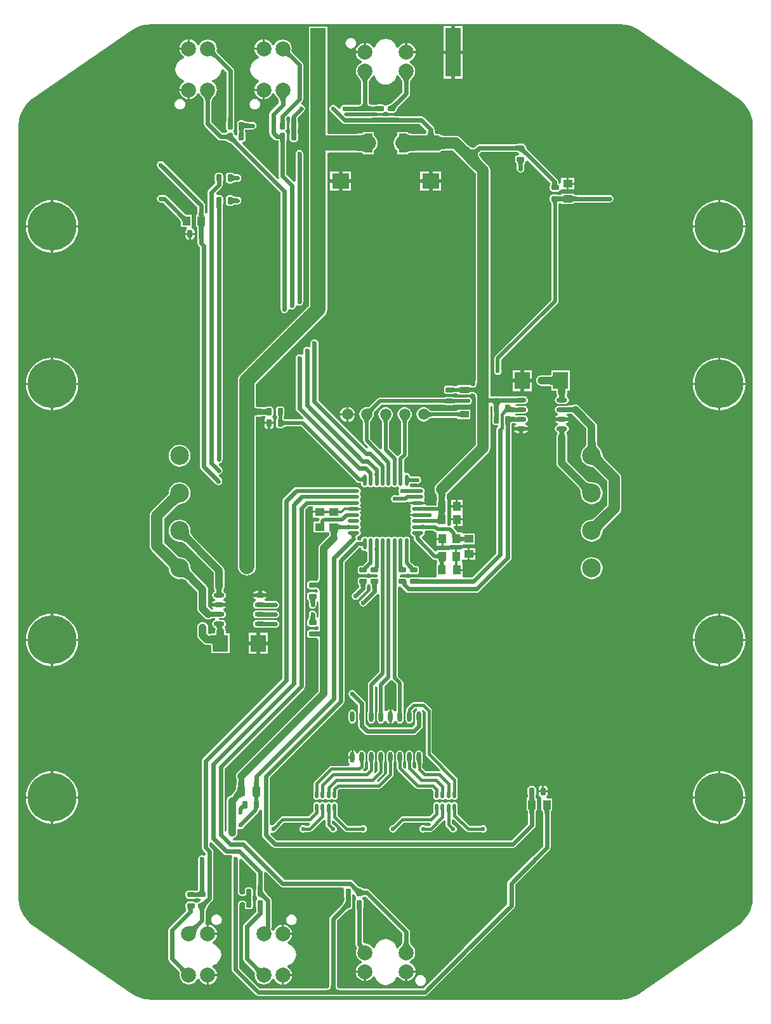
<source format=gbl>
G04*
G04 #@! TF.GenerationSoftware,Altium Limited,Altium Designer,20.2.7 (254)*
G04*
G04 Layer_Physical_Order=2*
G04 Layer_Color=16711680*
%FSLAX42Y42*%
%MOMM*%
G71*
G04*
G04 #@! TF.SameCoordinates,A3C6821A-A7B5-4D3C-B142-2EE2455FBD40*
G04*
G04*
G04 #@! TF.FilePolarity,Positive*
G04*
G01*
G75*
%ADD22R,1.25X1.00*%
%ADD23R,1.00X1.25*%
%ADD24C,0.60*%
%ADD25C,1.50*%
%ADD26C,1.00*%
%ADD27C,0.50*%
%ADD28C,2.50*%
%ADD29C,2.00*%
%ADD30R,2.00X6.50*%
%ADD31C,6.50*%
%ADD32C,0.60*%
%ADD33O,1.45X0.60*%
%ADD34R,2.40X3.10*%
%ADD35C,1.50*%
G04:AMPARAMS|DCode=36|XSize=0.7mm|YSize=1mm|CornerRadius=0.18mm|HoleSize=0mm|Usage=FLASHONLY|Rotation=0.000|XOffset=0mm|YOffset=0mm|HoleType=Round|Shape=RoundedRectangle|*
%AMROUNDEDRECTD36*
21,1,0.70,0.65,0,0,0.0*
21,1,0.35,1.00,0,0,0.0*
1,1,0.35,0.18,-0.33*
1,1,0.35,-0.18,-0.33*
1,1,0.35,-0.18,0.33*
1,1,0.35,0.18,0.33*
%
%ADD36ROUNDEDRECTD36*%
G04:AMPARAMS|DCode=37|XSize=0.7mm|YSize=1mm|CornerRadius=0.18mm|HoleSize=0mm|Usage=FLASHONLY|Rotation=270.000|XOffset=0mm|YOffset=0mm|HoleType=Round|Shape=RoundedRectangle|*
%AMROUNDEDRECTD37*
21,1,0.70,0.65,0,0,270.0*
21,1,0.35,1.00,0,0,270.0*
1,1,0.35,-0.33,-0.18*
1,1,0.35,-0.33,0.18*
1,1,0.35,0.33,0.18*
1,1,0.35,0.33,-0.18*
%
%ADD37ROUNDEDRECTD37*%
%ADD38R,2.03X2.28*%
%ADD39O,0.60X1.45*%
%ADD40R,1.22X0.91*%
%ADD41O,0.45X1.00*%
%ADD42R,2.28X2.03*%
%ADD43O,1.50X0.55*%
%ADD44O,0.55X1.50*%
%ADD45R,5.50X6.20*%
%ADD46R,1.00X2.60*%
%ADD47R,1.10X1.30*%
%ADD48C,0.30*%
%ADD49C,0.80*%
%ADD50C,0.40*%
%ADD51C,2.00*%
%ADD52C,0.70*%
G36*
X3176Y6497D02*
X3211Y6492D01*
X3246Y6484D01*
X3280Y6473D01*
X3314Y6460D01*
X3346Y6444D01*
X3377Y6426D01*
X3391Y6416D01*
X3391Y6416D01*
X4694Y5519D01*
X4718Y5503D01*
X4761Y5465D01*
X4799Y5422D01*
X4832Y5375D01*
X4859Y5324D01*
X4879Y5270D01*
X4893Y5214D01*
X4900Y5157D01*
Y5128D01*
Y-5128D01*
Y-5157D01*
X4893Y-5214D01*
X4879Y-5270D01*
X4859Y-5324D01*
X4832Y-5375D01*
X4799Y-5422D01*
X4761Y-5465D01*
X4718Y-5503D01*
X4694Y-5519D01*
X4694Y-5519D01*
Y-5519D01*
X3391Y-6416D01*
X3377Y-6426D01*
X3346Y-6444D01*
X3314Y-6460D01*
X3280Y-6473D01*
X3246Y-6484D01*
X3211Y-6492D01*
X3176Y-6497D01*
X3140Y-6500D01*
X-3140D01*
X-3176Y-6497D01*
X-3211Y-6492D01*
X-3246Y-6484D01*
X-3280Y-6473D01*
X-3314Y-6460D01*
X-3346Y-6444D01*
X-3377Y-6426D01*
X-3391Y-6416D01*
X-4694Y-5519D01*
X-4718Y-5503D01*
X-4761Y-5465D01*
X-4799Y-5422D01*
X-4832Y-5375D01*
X-4859Y-5324D01*
X-4879Y-5270D01*
X-4893Y-5214D01*
X-4900Y-5157D01*
Y-5128D01*
Y5128D01*
Y5157D01*
X-4893Y5214D01*
X-4879Y5270D01*
X-4859Y5324D01*
X-4832Y5375D01*
X-4799Y5422D01*
X-4761Y5465D01*
X-4718Y5503D01*
X-4694Y5519D01*
X-4694D01*
X-3391Y6416D01*
X-3377Y6426D01*
X-3346Y6444D01*
X-3314Y6460D01*
X-3280Y6473D01*
X-3246Y6484D01*
X-3211Y6492D01*
X-3176Y6497D01*
X-3140Y6500D01*
X3140D01*
X3176Y6497D01*
D02*
G37*
%LPC*%
G36*
X0Y6306D02*
X-38Y6301D01*
X-73Y6287D01*
X-103Y6263D01*
X-127Y6233D01*
X-141Y6198D01*
X-141Y6197D01*
X-160Y6192D01*
X-167Y6192D01*
X-186Y6216D01*
X-212Y6236D01*
X-242Y6249D01*
X-260Y6251D01*
Y6127D01*
X-275D01*
Y6112D01*
X-399D01*
X-397Y6094D01*
X-384Y6064D01*
X-364Y6038D01*
X-338Y6018D01*
X-321Y6011D01*
X-321Y5984D01*
X-336Y5978D01*
X-361Y5959D01*
X-380Y5934D01*
X-392Y5904D01*
X-396Y5873D01*
X-392Y5842D01*
X-380Y5812D01*
X-361Y5787D01*
X-357Y5785D01*
X-353Y5780D01*
X-347Y5773D01*
X-341Y5766D01*
X-337Y5759D01*
X-333Y5752D01*
X-331Y5745D01*
X-328Y5738D01*
X-327Y5732D01*
X-326Y5726D01*
Y5455D01*
X-327Y5448D01*
X-329Y5443D01*
X-332Y5438D01*
X-334Y5434D01*
X-338Y5432D01*
X-343Y5429D01*
X-348Y5427D01*
X-355Y5426D01*
X-550D01*
X-570Y5422D01*
X-586Y5411D01*
X-597Y5395D01*
X-600Y5382D01*
X-619Y5373D01*
X-625Y5372D01*
X-664Y5411D01*
X-680Y5422D01*
X-700Y5426D01*
X-700D01*
X-720Y5422D01*
X-726Y5418D01*
X-736Y5411D01*
X-747Y5395D01*
X-751Y5375D01*
Y5375D01*
X-747Y5355D01*
X-743Y5349D01*
X-736Y5339D01*
X-586Y5189D01*
X-570Y5178D01*
X-550Y5174D01*
X-147D01*
X-134Y5174D01*
X-125Y5173D01*
X-123Y5173D01*
X-122Y5172D01*
X-108Y5169D01*
X-43D01*
X-30Y5172D01*
X7Y5174D01*
X16Y5174D01*
X25Y5173D01*
X27Y5173D01*
X28Y5172D01*
X43Y5169D01*
X108D01*
X120Y5172D01*
X159Y5174D01*
X454D01*
X548Y5080D01*
X548Y5079D01*
X546Y5069D01*
X543Y5058D01*
X539Y5047D01*
X534Y5037D01*
X491D01*
X487Y5037D01*
X486Y5037D01*
X486Y5037D01*
X486Y5037D01*
X466Y5037D01*
Y5036D01*
X427Y5036D01*
X407Y5037D01*
X352Y5040D01*
X331Y5043D01*
X314Y5046D01*
X303Y5049D01*
X298Y5051D01*
X298Y5065D01*
X278Y5065D01*
X277Y5065D01*
X273Y5065D01*
X158D01*
Y5013D01*
X142Y5001D01*
X123Y4976D01*
X111Y4946D01*
X107Y4915D01*
X111Y4884D01*
X123Y4854D01*
X142Y4829D01*
X158Y4817D01*
Y4765D01*
X273D01*
X277Y4765D01*
X278Y4765D01*
X298Y4765D01*
X298Y4779D01*
X303Y4781D01*
X314Y4784D01*
X330Y4787D01*
X435Y4794D01*
X441D01*
X466Y4794D01*
X486Y4793D01*
X487Y4794D01*
X491Y4794D01*
X709D01*
X713Y4794D01*
X714Y4793D01*
X734Y4794D01*
X734Y4808D01*
X735Y4808D01*
X743Y4811D01*
X754Y4813D01*
X834Y4819D01*
X895D01*
X1057Y4657D01*
X1204Y4510D01*
Y1778D01*
X1204Y1775D01*
X1200Y1729D01*
X1197Y1711D01*
X1193Y1697D01*
X1189Y1686D01*
X1185Y1679D01*
X1156Y1677D01*
X1131Y1693D01*
X1111Y1693D01*
X1110Y1693D01*
X994D01*
X990Y1693D01*
X989Y1693D01*
X969Y1693D01*
Y1689D01*
X945Y1673D01*
X931D01*
X925Y1674D01*
X913Y1675D01*
X909Y1676D01*
X905Y1676D01*
X903Y1677D01*
X901Y1678D01*
X899Y1679D01*
X899Y1679D01*
X897Y1680D01*
X892Y1681D01*
X892Y1681D01*
X892Y1681D01*
X883Y1683D01*
X818D01*
X803Y1680D01*
X790Y1672D01*
X782Y1660D01*
X779Y1645D01*
Y1610D01*
X782Y1595D01*
X790Y1583D01*
X803Y1575D01*
X818Y1572D01*
X883D01*
X892Y1574D01*
X892Y1574D01*
X892Y1574D01*
X897Y1575D01*
X899Y1576D01*
X899Y1576D01*
X901Y1577D01*
X903Y1578D01*
X905Y1579D01*
X909Y1579D01*
X913Y1580D01*
X934Y1582D01*
X945D01*
X969Y1564D01*
X969Y1562D01*
X989Y1562D01*
X990Y1562D01*
X994Y1562D01*
X1106D01*
X1110Y1562D01*
X1111Y1562D01*
X1131Y1562D01*
Y1562D01*
X1156Y1579D01*
X1171Y1578D01*
X1188Y1575D01*
X1188Y1575D01*
X1190Y1573D01*
X1194Y1566D01*
X1197Y1556D01*
X1200Y1544D01*
X1203Y1528D01*
X1204Y1510D01*
X1204Y1508D01*
Y1490D01*
X1204Y890D01*
X682Y368D01*
X667Y348D01*
X657Y325D01*
X654Y300D01*
X657Y275D01*
X667Y252D01*
X681Y234D01*
X681Y232D01*
X686Y164D01*
X680Y158D01*
X680Y137D01*
X680Y137D01*
X680Y137D01*
X680Y136D01*
Y90D01*
X679Y90D01*
X676Y88D01*
X672Y87D01*
X666Y86D01*
X662Y86D01*
X541D01*
X527Y107D01*
X525D01*
Y105D01*
X520Y105D01*
X510Y104D01*
X506Y104D01*
X502Y103D01*
X498Y102D01*
X495Y101D01*
X491Y99D01*
X489Y98D01*
X486Y96D01*
Y107D01*
X425D01*
Y133D01*
X486D01*
Y144D01*
X489Y142D01*
X491Y141D01*
X495Y139D01*
X498Y138D01*
X502Y137D01*
X506Y136D01*
X510Y136D01*
X520Y135D01*
X523Y135D01*
X522Y141D01*
X520Y144D01*
X507Y166D01*
X517Y181D01*
X521Y200D01*
X517Y219D01*
X507Y234D01*
Y246D01*
X517Y261D01*
X521Y280D01*
X517Y299D01*
X507Y314D01*
X491Y325D01*
X472Y328D01*
X377D01*
X370Y327D01*
X334Y326D01*
X330D01*
X329Y327D01*
X319Y351D01*
X325Y359D01*
X328Y375D01*
X329Y375D01*
X331Y377D01*
X336Y378D01*
X342Y379D01*
X346Y379D01*
X404D01*
X405Y378D01*
X425Y374D01*
X445Y378D01*
X461Y389D01*
X472Y405D01*
X476Y425D01*
X472Y445D01*
X461Y461D01*
X445Y472D01*
X425Y476D01*
X405Y472D01*
X404Y471D01*
X346D01*
X342Y471D01*
X336Y472D01*
X331Y473D01*
X329Y475D01*
X328Y475D01*
X325Y491D01*
X314Y507D01*
X299Y517D01*
X280Y521D01*
X271Y519D01*
X249Y532D01*
X246Y537D01*
Y691D01*
X286Y732D01*
X296Y746D01*
X300Y764D01*
Y1189D01*
X300Y1193D01*
X301Y1199D01*
X303Y1204D01*
X304Y1209D01*
X306Y1214D01*
X309Y1218D01*
X311Y1222D01*
X314Y1226D01*
X318Y1230D01*
X318Y1230D01*
X318Y1230D01*
X318Y1230D01*
X322Y1232D01*
X337Y1252D01*
X347Y1275D01*
X350Y1300D01*
X347Y1325D01*
X337Y1348D01*
X322Y1368D01*
X302Y1383D01*
X279Y1393D01*
X254Y1396D01*
X229Y1393D01*
X206Y1383D01*
X186Y1368D01*
X171Y1348D01*
X161Y1325D01*
X158Y1300D01*
X161Y1275D01*
X171Y1252D01*
X186Y1232D01*
X190Y1230D01*
X190Y1230D01*
X190Y1230D01*
X190Y1230D01*
X194Y1226D01*
X197Y1222D01*
X199Y1218D01*
X202Y1214D01*
X204Y1209D01*
X205Y1204D01*
X207Y1199D01*
X208Y1193D01*
X208Y1189D01*
Y783D01*
X177Y751D01*
X160Y745D01*
X143Y751D01*
X46Y849D01*
Y1189D01*
X46Y1193D01*
X47Y1199D01*
X49Y1204D01*
X50Y1209D01*
X52Y1214D01*
X55Y1218D01*
X57Y1222D01*
X60Y1226D01*
X64Y1230D01*
X64Y1230D01*
X64Y1230D01*
X64Y1230D01*
X68Y1232D01*
X83Y1252D01*
X93Y1275D01*
X96Y1300D01*
X93Y1325D01*
X83Y1348D01*
X68Y1368D01*
X48Y1383D01*
X25Y1393D01*
X0Y1396D01*
X-25Y1393D01*
X-48Y1383D01*
X-68Y1368D01*
X-83Y1348D01*
X-93Y1325D01*
X-96Y1300D01*
X-93Y1275D01*
X-83Y1252D01*
X-68Y1232D01*
X-64Y1230D01*
X-64Y1230D01*
X-64Y1230D01*
X-64Y1230D01*
X-60Y1226D01*
X-57Y1222D01*
X-55Y1218D01*
X-52Y1214D01*
X-50Y1209D01*
X-49Y1204D01*
X-47Y1199D01*
X-46Y1193D01*
X-46Y1189D01*
Y846D01*
X-71Y836D01*
X-208Y973D01*
Y1189D01*
X-208Y1193D01*
X-207Y1199D01*
X-205Y1204D01*
X-204Y1209D01*
X-202Y1214D01*
X-199Y1218D01*
X-197Y1222D01*
X-194Y1226D01*
X-190Y1230D01*
X-190Y1230D01*
X-190Y1230D01*
X-190Y1230D01*
X-186Y1232D01*
X-171Y1252D01*
X-161Y1275D01*
X-158Y1300D01*
X-159Y1304D01*
X-159Y1304D01*
X-159Y1304D01*
X-159Y1304D01*
X-159Y1304D01*
X-159Y1310D01*
X-158Y1315D01*
X-158Y1319D01*
X-156Y1324D01*
X-154Y1329D01*
X-152Y1333D01*
X-149Y1338D01*
X-146Y1343D01*
X-143Y1346D01*
X-57Y1432D01*
X769D01*
X775Y1431D01*
X787Y1430D01*
X791Y1429D01*
X795Y1429D01*
X797Y1428D01*
X799Y1427D01*
X801Y1426D01*
X801Y1426D01*
X803Y1425D01*
X808Y1424D01*
X808Y1424D01*
X808Y1424D01*
X818Y1422D01*
X883D01*
X892Y1424D01*
X892Y1424D01*
X892Y1424D01*
X897Y1425D01*
X899Y1426D01*
X899Y1426D01*
X901Y1427D01*
X903Y1428D01*
X905Y1429D01*
X909Y1429D01*
X913Y1430D01*
X934Y1432D01*
X1079D01*
X1080Y1430D01*
X1100Y1427D01*
X1120Y1430D01*
X1136Y1441D01*
X1147Y1458D01*
X1151Y1477D01*
X1147Y1497D01*
X1136Y1514D01*
X1120Y1525D01*
X1100Y1528D01*
X1080Y1525D01*
X1079Y1523D01*
X931D01*
X925Y1524D01*
X913Y1525D01*
X909Y1526D01*
X905Y1526D01*
X903Y1527D01*
X901Y1528D01*
X899Y1529D01*
X899Y1529D01*
X897Y1530D01*
X892Y1531D01*
X892Y1531D01*
X892Y1531D01*
X883Y1533D01*
X818D01*
X808Y1531D01*
X808Y1531D01*
X808Y1531D01*
X803Y1530D01*
X801Y1529D01*
X801Y1529D01*
X799Y1528D01*
X797Y1527D01*
X795Y1526D01*
X791Y1526D01*
X787Y1525D01*
X766Y1523D01*
X-76D01*
X-94Y1520D01*
X-109Y1510D01*
X-208Y1411D01*
X-211Y1408D01*
X-216Y1405D01*
X-221Y1402D01*
X-225Y1400D01*
X-230Y1398D01*
X-235Y1396D01*
X-239Y1396D01*
X-244Y1395D01*
X-250Y1395D01*
X-250Y1395D01*
X-250Y1395D01*
X-250Y1395D01*
X-254Y1396D01*
X-279Y1393D01*
X-302Y1383D01*
X-322Y1368D01*
X-337Y1348D01*
X-347Y1325D01*
X-350Y1300D01*
X-347Y1275D01*
X-337Y1252D01*
X-322Y1232D01*
X-318Y1230D01*
X-318Y1230D01*
X-318Y1230D01*
X-318Y1230D01*
X-314Y1226D01*
X-311Y1222D01*
X-309Y1218D01*
X-306Y1214D01*
X-304Y1209D01*
X-303Y1204D01*
X-301Y1199D01*
X-300Y1193D01*
X-300Y1189D01*
Y954D01*
X-296Y936D01*
X-286Y922D01*
X-238Y873D01*
X-246Y846D01*
X-253Y845D01*
X-899Y1491D01*
Y2250D01*
X-903Y2270D01*
X-914Y2286D01*
X-930Y2297D01*
X-950Y2301D01*
X-970Y2297D01*
X-986Y2286D01*
X-997Y2270D01*
X-1001Y2250D01*
Y2207D01*
X-1026Y2194D01*
X-1030Y2197D01*
X-1050Y2201D01*
X-1070Y2197D01*
X-1086Y2186D01*
X-1097Y2170D01*
X-1101Y2150D01*
Y2107D01*
X-1126Y2094D01*
X-1130Y2097D01*
X-1150Y2101D01*
X-1170Y2097D01*
X-1186Y2086D01*
X-1197Y2070D01*
X-1201Y2050D01*
Y1380D01*
X-1197Y1360D01*
X-1186Y1344D01*
X-1097Y1255D01*
X-1102Y1239D01*
X-1108Y1231D01*
X-1331D01*
X-1333Y1231D01*
X-1339Y1232D01*
X-1344Y1233D01*
X-1348Y1234D01*
X-1351Y1236D01*
X-1354Y1237D01*
X-1355Y1238D01*
X-1357Y1240D01*
X-1358Y1242D01*
X-1359Y1245D01*
X-1361Y1249D01*
X-1362Y1252D01*
X-1363Y1256D01*
X-1363Y1260D01*
X-1363Y1264D01*
X-1362Y1268D01*
X-1361Y1271D01*
X-1359Y1275D01*
X-1358Y1278D01*
X-1356Y1281D01*
X-1354Y1285D01*
X-1354Y1285D01*
X-1352Y1288D01*
X-1351Y1292D01*
X-1351Y1292D01*
X-1351Y1293D01*
X-1349Y1302D01*
Y1367D01*
X-1352Y1382D01*
X-1360Y1395D01*
X-1373Y1403D01*
X-1387Y1406D01*
X-1422D01*
X-1437Y1403D01*
X-1450Y1395D01*
X-1458Y1382D01*
X-1461Y1367D01*
Y1302D01*
X-1459Y1293D01*
X-1459Y1292D01*
X-1459Y1292D01*
X-1458Y1288D01*
X-1456Y1285D01*
X-1456Y1285D01*
X-1454Y1281D01*
X-1452Y1278D01*
X-1451Y1275D01*
X-1449Y1271D01*
X-1448Y1268D01*
X-1447Y1264D01*
X-1446Y1260D01*
X-1447Y1256D01*
X-1448Y1252D01*
X-1449Y1249D01*
X-1451Y1245D01*
X-1452Y1242D01*
X-1454Y1239D01*
X-1456Y1235D01*
X-1456Y1235D01*
X-1458Y1232D01*
X-1459Y1228D01*
X-1459Y1228D01*
X-1459Y1227D01*
X-1461Y1218D01*
Y1153D01*
X-1458Y1138D01*
X-1450Y1125D01*
X-1437Y1117D01*
X-1422Y1114D01*
X-1396D01*
X-1395Y1114D01*
X-1394Y1114D01*
X-1387D01*
X-1373Y1117D01*
X-1365Y1122D01*
X-1365Y1122D01*
X-1365Y1123D01*
X-1360Y1125D01*
X-1359Y1128D01*
X-1359Y1128D01*
X-1357Y1130D01*
X-1355Y1132D01*
X-1354Y1133D01*
X-1351Y1134D01*
X-1348Y1136D01*
X-1344Y1137D01*
X-1339Y1138D01*
X-1333Y1139D01*
X-1331Y1139D01*
X-1124D01*
X-386Y401D01*
X-371Y391D01*
X-353Y387D01*
X-342D01*
X-339Y387D01*
X-334Y386D01*
X-330Y385D01*
X-328Y385D01*
Y377D01*
X-325Y359D01*
X-314Y343D01*
X-299Y333D01*
X-280Y329D01*
X-261Y333D01*
X-246Y343D01*
X-234D01*
X-219Y333D01*
X-200Y329D01*
X-181Y333D01*
X-166Y343D01*
X-154D01*
X-139Y333D01*
X-120Y329D01*
X-101Y333D01*
X-86Y343D01*
X-74D01*
X-59Y333D01*
X-40Y329D01*
X-21Y333D01*
X-6Y343D01*
X6D01*
X21Y333D01*
X40Y329D01*
X59Y333D01*
X74Y343D01*
X86D01*
X101Y333D01*
X120Y329D01*
X139Y333D01*
X149Y340D01*
X172Y335D01*
X175Y333D01*
X179Y313D01*
X178Y308D01*
X173Y300D01*
X169Y280D01*
X173Y260D01*
X183Y246D01*
X180Y236D01*
X173Y221D01*
X146D01*
X145Y222D01*
X125Y226D01*
X105Y222D01*
X89Y211D01*
X78Y195D01*
X74Y175D01*
X78Y155D01*
X89Y139D01*
X105Y128D01*
X125Y124D01*
X145Y128D01*
X146Y129D01*
X265D01*
X283Y133D01*
X291Y138D01*
X303Y137D01*
X324Y120D01*
X326Y108D01*
Y135D01*
X331Y135D01*
X340Y136D01*
X345Y136D01*
X349Y137D01*
X352Y138D01*
X356Y139D01*
X359Y141D01*
X361Y142D01*
X364Y144D01*
Y96D01*
X361Y98D01*
X359Y99D01*
X356Y101D01*
X352Y102D01*
X349Y103D01*
X345Y104D01*
X340Y104D01*
X331Y105D01*
X327Y105D01*
X328Y99D01*
X330Y96D01*
X343Y74D01*
X333Y59D01*
X329Y40D01*
X333Y21D01*
X343Y6D01*
X330Y-16D01*
X328Y-19D01*
X326Y-27D01*
X425D01*
Y-53D01*
X326D01*
X328Y-61D01*
X330Y-64D01*
X343Y-86D01*
X333Y-101D01*
X329Y-120D01*
X333Y-139D01*
X343Y-154D01*
Y-166D01*
X333Y-181D01*
X329Y-200D01*
X333Y-219D01*
X343Y-234D01*
Y-246D01*
X333Y-261D01*
X329Y-280D01*
X333Y-299D01*
X343Y-314D01*
X359Y-325D01*
X375Y-328D01*
X375Y-329D01*
X377Y-331D01*
X378Y-336D01*
X379Y-342D01*
X379Y-346D01*
Y-360D01*
X383Y-378D01*
X393Y-392D01*
X623Y-622D01*
X637Y-632D01*
X655Y-636D01*
X667D01*
X669Y-636D01*
X685Y-655D01*
X685Y-675D01*
X680Y-692D01*
X680Y-713D01*
X680Y-713D01*
Y-857D01*
X662Y-874D01*
X447D01*
X434Y-874D01*
X425Y-873D01*
X423Y-873D01*
X422Y-872D01*
X408Y-869D01*
X343D01*
X328Y-872D01*
X315Y-880D01*
X314Y-882D01*
X286D01*
X285Y-880D01*
X272Y-872D01*
X257Y-869D01*
X192D01*
X186Y-851D01*
X208Y-831D01*
X257D01*
X272Y-828D01*
X285Y-820D01*
X286Y-818D01*
X314D01*
X315Y-820D01*
X328Y-828D01*
X343Y-831D01*
X408D01*
X422Y-828D01*
X435Y-820D01*
X443Y-807D01*
X446Y-792D01*
Y-757D01*
X443Y-743D01*
X435Y-730D01*
X422Y-722D01*
X419Y-722D01*
X419Y-722D01*
X417Y-721D01*
X416Y-721D01*
X414Y-720D01*
X408Y-719D01*
X394D01*
X389Y-717D01*
X381Y-712D01*
X352Y-687D01*
X326Y-661D01*
Y-494D01*
X326Y-491D01*
X326Y-485D01*
X326Y-484D01*
X326Y-484D01*
X326Y-484D01*
X326Y-483D01*
X326Y-483D01*
X328Y-473D01*
Y-378D01*
X325Y-359D01*
X314Y-343D01*
X299Y-333D01*
X280Y-329D01*
X261Y-333D01*
X246Y-343D01*
X234D01*
X219Y-333D01*
X200Y-329D01*
X181Y-333D01*
X166Y-343D01*
X154D01*
X139Y-333D01*
X120Y-329D01*
X101Y-333D01*
X86Y-343D01*
X74D01*
X59Y-333D01*
X40Y-329D01*
X21Y-333D01*
X6Y-343D01*
X-6D01*
X-21Y-333D01*
X-40Y-329D01*
X-59Y-333D01*
X-74Y-343D01*
X-86D01*
X-101Y-333D01*
X-120Y-329D01*
X-139Y-333D01*
X-154Y-343D01*
X-166D01*
X-181Y-333D01*
X-200Y-329D01*
X-219Y-333D01*
X-234Y-343D01*
X-246D01*
X-261Y-333D01*
X-280Y-329D01*
X-299Y-333D01*
X-314Y-343D01*
X-325Y-359D01*
X-328Y-375D01*
X-329Y-375D01*
X-331Y-377D01*
X-336Y-378D01*
X-342Y-379D01*
X-346Y-379D01*
X-354D01*
X-355Y-378D01*
X-358Y-377D01*
X-375Y-374D01*
X-377Y-353D01*
X-377Y-332D01*
X-359Y-325D01*
X-359Y-325D01*
X-343Y-314D01*
X-333Y-299D01*
X-329Y-280D01*
X-333Y-261D01*
X-343Y-246D01*
Y-234D01*
X-333Y-219D01*
X-329Y-200D01*
X-333Y-181D01*
X-343Y-166D01*
Y-154D01*
X-333Y-139D01*
X-329Y-120D01*
X-333Y-101D01*
X-343Y-86D01*
Y-74D01*
X-333Y-59D01*
X-329Y-40D01*
X-333Y-21D01*
X-343Y-6D01*
X-330Y16D01*
X-328Y19D01*
X-326Y27D01*
X-425D01*
Y53D01*
X-326D01*
X-328Y61D01*
X-330Y64D01*
X-343Y86D01*
X-333Y101D01*
X-329Y120D01*
X-333Y139D01*
X-343Y154D01*
Y166D01*
X-333Y181D01*
X-329Y200D01*
X-333Y219D01*
X-343Y234D01*
Y246D01*
X-333Y261D01*
X-329Y280D01*
X-333Y299D01*
X-343Y314D01*
X-359Y325D01*
X-378Y328D01*
X-473D01*
X-480Y327D01*
X-516Y326D01*
X-1174D01*
X-1175Y327D01*
X-1195Y331D01*
X-1215Y327D01*
X-1231Y316D01*
X-1361Y186D01*
X-1372Y170D01*
X-1376Y150D01*
Y-2221D01*
X-2436Y-3281D01*
X-2447Y-3298D01*
X-2451Y-3317D01*
Y-4475D01*
X-2447Y-4495D01*
X-2436Y-4511D01*
X-2403Y-4545D01*
X-2405Y-4570D01*
X-2426Y-4581D01*
X-2430Y-4578D01*
X-2450Y-4574D01*
X-2470Y-4578D01*
X-2486Y-4589D01*
X-2497Y-4605D01*
X-2501Y-4625D01*
Y-5022D01*
X-2502Y-5032D01*
X-2503Y-5039D01*
X-2504Y-5044D01*
X-2504Y-5047D01*
X-2532Y-5049D01*
X-2541Y-5049D01*
X-2550Y-5048D01*
X-2552Y-5048D01*
X-2553Y-5047D01*
X-2567Y-5044D01*
X-2632D01*
X-2647Y-5047D01*
X-2660Y-5055D01*
X-2668Y-5068D01*
X-2671Y-5082D01*
Y-5117D01*
X-2668Y-5132D01*
X-2660Y-5145D01*
X-2647Y-5153D01*
X-2632Y-5156D01*
X-2567D01*
X-2555Y-5153D01*
X-2518Y-5151D01*
X-2509Y-5151D01*
X-2500Y-5152D01*
X-2498Y-5152D01*
X-2497Y-5153D01*
X-2483Y-5156D01*
X-2472D01*
X-2468Y-5162D01*
X-2471Y-5176D01*
X-2479Y-5191D01*
X-2481Y-5192D01*
X-2487Y-5195D01*
X-2494Y-5197D01*
X-2494Y-5197D01*
X-2497Y-5197D01*
X-2500Y-5199D01*
X-2501Y-5199D01*
X-2501Y-5200D01*
X-2501Y-5200D01*
X-2501Y-5200D01*
X-2502Y-5200D01*
X-2510Y-5205D01*
X-2511Y-5207D01*
X-2539D01*
X-2540Y-5205D01*
X-2553Y-5197D01*
X-2567Y-5194D01*
X-2632D01*
X-2647Y-5197D01*
X-2660Y-5205D01*
X-2668Y-5218D01*
X-2671Y-5233D01*
Y-5268D01*
X-2668Y-5282D01*
X-2660Y-5295D01*
X-2665Y-5318D01*
X-2886Y-5539D01*
X-2897Y-5555D01*
X-2901Y-5575D01*
Y-5957D01*
X-2897Y-5977D01*
X-2897Y-5977D01*
X-2886Y-5994D01*
X-2769Y-6111D01*
X-2768Y-6112D01*
X-2759Y-6120D01*
X-2757Y-6122D01*
X-2754Y-6127D01*
X-2750Y-6132D01*
X-2748Y-6136D01*
X-2746Y-6140D01*
X-2745Y-6144D01*
X-2745Y-6147D01*
X-2745Y-6149D01*
X-2745Y-6153D01*
X-2745Y-6154D01*
X-2748Y-6175D01*
X-2744Y-6206D01*
X-2732Y-6236D01*
X-2713Y-6261D01*
X-2688Y-6280D01*
X-2658Y-6292D01*
X-2627Y-6296D01*
X-2596Y-6292D01*
X-2566Y-6280D01*
X-2541Y-6261D01*
X-2522Y-6236D01*
X-2516Y-6221D01*
X-2489Y-6221D01*
X-2482Y-6238D01*
X-2462Y-6264D01*
X-2436Y-6284D01*
X-2406Y-6297D01*
X-2388Y-6299D01*
Y-6175D01*
X-2373D01*
Y-6160D01*
X-2249D01*
X-2251Y-6142D01*
X-2264Y-6112D01*
X-2284Y-6086D01*
X-2308Y-6067D01*
X-2308Y-6060D01*
X-2303Y-6041D01*
X-2302Y-6041D01*
X-2267Y-6027D01*
X-2237Y-6003D01*
X-2213Y-5973D01*
X-2199Y-5938D01*
X-2194Y-5900D01*
X-2199Y-5862D01*
X-2213Y-5827D01*
X-2237Y-5797D01*
X-2267Y-5773D01*
X-2302Y-5759D01*
X-2303Y-5759D01*
X-2308Y-5740D01*
X-2308Y-5733D01*
X-2284Y-5714D01*
X-2264Y-5688D01*
X-2251Y-5658D01*
X-2249Y-5640D01*
X-2373D01*
Y-5625D01*
X-2388D01*
Y-5501D01*
X-2397Y-5502D01*
X-2404Y-5495D01*
X-2411Y-5480D01*
X-2403Y-5468D01*
X-2399Y-5448D01*
Y-5328D01*
X-2398Y-5318D01*
X-2397Y-5311D01*
X-2396Y-5306D01*
X-2395Y-5301D01*
X-2394Y-5298D01*
X-2393Y-5297D01*
X-2393Y-5296D01*
X-2392Y-5296D01*
X-2390Y-5295D01*
X-2385Y-5286D01*
X-2385Y-5286D01*
X-2385Y-5286D01*
X-2384Y-5285D01*
X-2384Y-5285D01*
X-2382Y-5282D01*
X-2382Y-5279D01*
X-2381Y-5279D01*
X-2380Y-5272D01*
X-2378Y-5266D01*
X-2375Y-5260D01*
X-2372Y-5253D01*
X-2369Y-5247D01*
X-2365Y-5241D01*
X-2361Y-5234D01*
X-2352Y-5224D01*
X-2314Y-5186D01*
X-2303Y-5170D01*
X-2299Y-5150D01*
Y-4525D01*
X-2303Y-4505D01*
X-2314Y-4489D01*
X-2349Y-4454D01*
Y-4408D01*
X-2324Y-4398D01*
X-2161Y-4561D01*
X-2145Y-4572D01*
X-2125Y-4576D01*
X-2057D01*
X-2044Y-4601D01*
X-2047Y-4605D01*
X-2051Y-4625D01*
Y-5150D01*
Y-6100D01*
X-2047Y-6120D01*
X-2036Y-6136D01*
X-1736Y-6436D01*
X-1720Y-6447D01*
X-1700Y-6451D01*
X525D01*
X545Y-6447D01*
X561Y-6436D01*
X1116Y-5881D01*
X1116Y-5881D01*
X1711Y-5286D01*
X1722Y-5270D01*
X1726Y-5250D01*
Y-4971D01*
X2036Y-4661D01*
X2186Y-4511D01*
X2197Y-4495D01*
X2201Y-4475D01*
Y-4006D01*
X2201Y-4002D01*
X2202Y-3994D01*
X2203Y-3988D01*
X2204Y-3984D01*
X2205Y-3983D01*
X2220Y-3983D01*
X2220Y-3962D01*
X2220Y-3962D01*
X2220Y-3958D01*
Y-3817D01*
X2150D01*
X2142Y-3792D01*
X2148Y-3788D01*
X2158Y-3774D01*
X2161Y-3758D01*
Y-3738D01*
X2100D01*
X2039D01*
Y-3758D01*
X2042Y-3774D01*
X2052Y-3788D01*
X2066Y-3798D01*
X2067Y-3798D01*
X2080Y-3817D01*
X2080Y-3825D01*
Y-3958D01*
X2080Y-3962D01*
X2080Y-3962D01*
X2080Y-3983D01*
X2095Y-3983D01*
X2096Y-3984D01*
X2097Y-3988D01*
X2098Y-3994D01*
X2099Y-4007D01*
Y-4454D01*
X1964Y-4589D01*
X1639Y-4914D01*
X1628Y-4930D01*
X1624Y-4950D01*
Y-5229D01*
X1044Y-5809D01*
X1044Y-5809D01*
X504Y-6349D01*
X-620D01*
X-627Y-6348D01*
X-632Y-6346D01*
X-637Y-6343D01*
X-641Y-6341D01*
X-643Y-6337D01*
X-646Y-6332D01*
X-648Y-6327D01*
X-649Y-6320D01*
Y-5446D01*
X-526Y-5323D01*
X-516Y-5314D01*
X-509Y-5310D01*
X-503Y-5306D01*
X-497Y-5303D01*
X-490Y-5300D01*
X-484Y-5297D01*
X-478Y-5295D01*
X-471Y-5294D01*
X-471Y-5293D01*
X-468Y-5293D01*
X-465Y-5291D01*
X-465Y-5291D01*
X-464Y-5290D01*
X-464Y-5290D01*
X-464Y-5290D01*
X-455Y-5285D01*
X-447Y-5272D01*
X-444Y-5257D01*
Y-5192D01*
X-447Y-5180D01*
X-449Y-5143D01*
X-449Y-5134D01*
X-448Y-5125D01*
X-448Y-5123D01*
X-447Y-5122D01*
X-444Y-5107D01*
Y-5097D01*
X-438Y-5093D01*
X-424Y-5096D01*
X-409Y-5104D01*
X-408Y-5106D01*
X-405Y-5112D01*
X-403Y-5119D01*
X-403Y-5119D01*
X-403Y-5122D01*
X-401Y-5125D01*
X-401Y-5126D01*
X-400Y-5126D01*
X-400Y-5126D01*
X-400Y-5126D01*
X-400Y-5127D01*
X-395Y-5135D01*
X-393Y-5136D01*
X-393Y-5164D01*
X-395Y-5165D01*
X-403Y-5178D01*
X-406Y-5192D01*
Y-5257D01*
X-403Y-5270D01*
X-401Y-5309D01*
Y-5768D01*
X-397Y-5787D01*
X-386Y-5804D01*
X-379Y-5811D01*
X-380Y-5812D01*
X-392Y-5842D01*
X-396Y-5873D01*
X-392Y-5904D01*
X-380Y-5934D01*
X-361Y-5959D01*
X-336Y-5978D01*
X-321Y-5984D01*
X-321Y-6011D01*
X-338Y-6018D01*
X-364Y-6038D01*
X-384Y-6064D01*
X-397Y-6094D01*
X-399Y-6112D01*
X-275D01*
Y-6127D01*
X-260D01*
Y-6251D01*
X-242Y-6249D01*
X-212Y-6236D01*
X-186Y-6216D01*
X-167Y-6192D01*
X-160Y-6192D01*
X-141Y-6197D01*
X-141Y-6198D01*
X-127Y-6233D01*
X-103Y-6263D01*
X-73Y-6287D01*
X-38Y-6301D01*
X0Y-6306D01*
X38Y-6301D01*
X73Y-6287D01*
X103Y-6263D01*
X127Y-6233D01*
X141Y-6198D01*
X141Y-6197D01*
X160Y-6192D01*
X167Y-6192D01*
X186Y-6216D01*
X212Y-6236D01*
X242Y-6249D01*
X260Y-6251D01*
Y-6127D01*
X275D01*
Y-6112D01*
X399D01*
X397Y-6094D01*
X384Y-6064D01*
X364Y-6038D01*
X338Y-6018D01*
X321Y-6011D01*
X321Y-5984D01*
X336Y-5978D01*
X361Y-5959D01*
X380Y-5934D01*
X392Y-5904D01*
X396Y-5873D01*
X392Y-5842D01*
X380Y-5812D01*
X361Y-5787D01*
X357Y-5785D01*
X353Y-5780D01*
X347Y-5773D01*
X341Y-5766D01*
X337Y-5759D01*
X333Y-5752D01*
X331Y-5745D01*
X328Y-5738D01*
X327Y-5732D01*
X326Y-5726D01*
Y-5600D01*
X322Y-5580D01*
X311Y-5564D01*
X-214Y-5039D01*
X-230Y-5028D01*
X-250Y-5024D01*
X-272D01*
X-282Y-5023D01*
X-289Y-5022D01*
X-294Y-5021D01*
X-299Y-5020D01*
X-302Y-5019D01*
X-303Y-5018D01*
X-304Y-5018D01*
X-304Y-5017D01*
X-305Y-5015D01*
X-314Y-5010D01*
X-314Y-5010D01*
X-314Y-5010D01*
X-315Y-5009D01*
X-315Y-5009D01*
X-318Y-5007D01*
X-321Y-5007D01*
X-321Y-5006D01*
X-328Y-5005D01*
X-334Y-5003D01*
X-340Y-5000D01*
X-347Y-4997D01*
X-353Y-4994D01*
X-359Y-4990D01*
X-366Y-4986D01*
X-376Y-4977D01*
X-439Y-4914D01*
X-455Y-4903D01*
X-475Y-4899D01*
X-1354D01*
X-1864Y-4389D01*
X-1880Y-4378D01*
X-1900Y-4374D01*
X-2033D01*
X-2038Y-4369D01*
X-2034Y-4352D01*
X-2029Y-4342D01*
X-2015Y-4336D01*
X-2000Y-4325D01*
X-1989Y-4310D01*
X-1982Y-4293D01*
X-1979Y-4275D01*
Y-4234D01*
X-1954Y-4221D01*
X-1953Y-4222D01*
X-1933Y-4226D01*
X-1913Y-4222D01*
X-1897Y-4211D01*
X-1886Y-4195D01*
X-1885Y-4193D01*
X-1699Y-4006D01*
X-1689Y-3992D01*
X-1686Y-3974D01*
X-1676Y-3966D01*
X-1651Y-3978D01*
Y-4300D01*
X-1647Y-4320D01*
X-1647Y-4320D01*
X-1636Y-4336D01*
X-1511Y-4461D01*
X-1495Y-4472D01*
X-1475Y-4476D01*
X1700D01*
X1720Y-4472D01*
X1736Y-4461D01*
X1986Y-4211D01*
X1997Y-4195D01*
X2001Y-4175D01*
Y-4006D01*
X2001Y-4002D01*
X2002Y-3994D01*
X2003Y-3988D01*
X2004Y-3984D01*
X2005Y-3983D01*
X2020Y-3983D01*
X2020Y-3962D01*
X2020Y-3962D01*
X2020Y-3958D01*
Y-3842D01*
X2020Y-3838D01*
X2020Y-3838D01*
X2020Y-3817D01*
X2005Y-3817D01*
X2004Y-3816D01*
X2003Y-3812D01*
X2002Y-3806D01*
X2001Y-3794D01*
X2001Y-3784D01*
X2002Y-3775D01*
X2002Y-3773D01*
X2003Y-3772D01*
X2006Y-3758D01*
Y-3692D01*
X2003Y-3678D01*
X1995Y-3665D01*
X1982Y-3657D01*
X1967Y-3654D01*
X1933D01*
X1918Y-3657D01*
X1905Y-3665D01*
X1897Y-3678D01*
X1894Y-3692D01*
Y-3758D01*
X1897Y-3770D01*
X1898Y-3794D01*
X1881Y-3817D01*
X1880D01*
X1880Y-3838D01*
X1880Y-3838D01*
X1880Y-3842D01*
Y-3958D01*
X1880Y-3962D01*
X1880Y-3962D01*
X1880Y-3983D01*
X1895Y-3983D01*
X1896Y-3984D01*
X1897Y-3988D01*
X1898Y-3994D01*
X1899Y-4007D01*
Y-4154D01*
X1679Y-4374D01*
X-1454D01*
X-1538Y-4290D01*
X-1522Y-4270D01*
X-1520Y-4272D01*
X-1500Y-4276D01*
X-1480Y-4272D01*
X-1464Y-4261D01*
X-1453Y-4245D01*
X-1451Y-4234D01*
X-1447Y-4230D01*
X-1358Y-4141D01*
X-1019D01*
X-1012Y-4150D01*
X-1007Y-4165D01*
X-1027Y-4184D01*
X-1071D01*
X-1080Y-4178D01*
X-1100Y-4174D01*
X-1120Y-4178D01*
X-1136Y-4189D01*
X-1147Y-4205D01*
X-1151Y-4225D01*
X-1147Y-4245D01*
X-1136Y-4261D01*
X-1120Y-4272D01*
X-1100Y-4276D01*
X-1080Y-4272D01*
X-1071Y-4266D01*
X-1067Y-4266D01*
X-1010D01*
X-1010Y-4266D01*
X-994Y-4263D01*
X-981Y-4254D01*
X-826Y-4098D01*
X-801Y-4109D01*
Y-4165D01*
X-801Y-4165D01*
X-798Y-4181D01*
X-789Y-4194D01*
X-749Y-4233D01*
X-747Y-4245D01*
X-736Y-4261D01*
X-720Y-4272D01*
X-700Y-4276D01*
X-680Y-4272D01*
X-664Y-4261D01*
X-653Y-4245D01*
X-649Y-4225D01*
X-653Y-4205D01*
X-664Y-4189D01*
X-680Y-4178D01*
X-691Y-4176D01*
X-695Y-4172D01*
X-719Y-4148D01*
Y-4119D01*
X-694Y-4108D01*
X-549Y-4254D01*
X-549Y-4254D01*
X-536Y-4263D01*
X-520Y-4266D01*
X-329D01*
X-320Y-4272D01*
X-300Y-4276D01*
X-280Y-4272D01*
X-264Y-4261D01*
X-253Y-4245D01*
X-249Y-4225D01*
X-253Y-4205D01*
X-264Y-4189D01*
X-280Y-4178D01*
X-300Y-4174D01*
X-320Y-4178D01*
X-329Y-4184D01*
X-333Y-4184D01*
X-503D01*
X-639Y-4048D01*
Y-3978D01*
X-639Y-3975D01*
X-639Y-3974D01*
X-637Y-3962D01*
Y-3907D01*
X-640Y-3891D01*
X-649Y-3877D01*
X-663Y-3867D01*
X-680Y-3864D01*
X-697Y-3867D01*
X-703Y-3872D01*
X-720Y-3875D01*
X-737Y-3872D01*
X-743Y-3867D01*
X-760Y-3864D01*
X-777Y-3867D01*
X-783Y-3872D01*
X-800Y-3875D01*
X-817Y-3872D01*
X-823Y-3867D01*
X-840Y-3864D01*
X-857Y-3867D01*
X-863Y-3872D01*
X-880Y-3875D01*
X-897Y-3872D01*
X-903Y-3867D01*
X-920Y-3864D01*
X-937Y-3867D01*
X-951Y-3877D01*
X-960Y-3891D01*
X-963Y-3907D01*
Y-3962D01*
X-961Y-3975D01*
Y-3988D01*
X-1032Y-4059D01*
X-1375D01*
X-1375Y-4059D01*
X-1391Y-4062D01*
X-1391Y-4062D01*
X-1404Y-4071D01*
X-1404Y-4071D01*
X-1508Y-4176D01*
X-1520Y-4178D01*
X-1524Y-4181D01*
X-1549Y-4168D01*
Y-3546D01*
X-564Y-2561D01*
X-553Y-2545D01*
X-549Y-2525D01*
Y-671D01*
X-351Y-473D01*
X-327Y-479D01*
X-325Y-491D01*
X-314Y-507D01*
X-299Y-517D01*
X-280Y-521D01*
X-271Y-519D01*
X-249Y-532D01*
X-246Y-537D01*
Y-656D01*
X-278Y-688D01*
X-297Y-705D01*
X-306Y-712D01*
X-314Y-717D01*
X-318Y-719D01*
X-332D01*
X-347Y-722D01*
X-360Y-730D01*
X-368Y-743D01*
X-371Y-757D01*
Y-792D01*
X-368Y-807D01*
X-360Y-820D01*
X-347Y-828D01*
X-332Y-831D01*
X-267D01*
X-253Y-828D01*
X-240Y-820D01*
X-239Y-818D01*
X-211D01*
X-210Y-820D01*
X-197Y-828D01*
X-183Y-831D01*
X-118D01*
X-99Y-849D01*
Y-851D01*
X-109Y-860D01*
X-121Y-869D01*
X-183D01*
X-197Y-872D01*
X-210Y-880D01*
X-211Y-882D01*
X-239D01*
X-240Y-880D01*
X-253Y-872D01*
X-267Y-869D01*
X-332D01*
X-347Y-872D01*
X-360Y-880D01*
X-368Y-893D01*
X-371Y-908D01*
Y-943D01*
X-368Y-957D01*
X-360Y-970D01*
X-358Y-971D01*
X-357Y-971D01*
X-357Y-972D01*
X-356Y-973D01*
X-355Y-976D01*
X-354Y-981D01*
X-353Y-986D01*
X-351Y-999D01*
X-436Y-1084D01*
X-447Y-1100D01*
X-451Y-1120D01*
X-447Y-1140D01*
X-436Y-1156D01*
X-420Y-1167D01*
X-400Y-1171D01*
X-380Y-1167D01*
X-364Y-1156D01*
X-264Y-1056D01*
X-253Y-1040D01*
X-249Y-1020D01*
Y-1003D01*
X-248Y-993D01*
X-247Y-986D01*
X-246Y-981D01*
X-245Y-976D01*
X-244Y-973D01*
X-243Y-972D01*
X-243Y-971D01*
X-242Y-971D01*
X-240Y-970D01*
X-239Y-968D01*
X-211D01*
X-210Y-970D01*
X-208Y-971D01*
X-207Y-971D01*
X-207Y-972D01*
X-206Y-973D01*
X-205Y-976D01*
X-204Y-981D01*
X-203Y-986D01*
X-201Y-1005D01*
Y-1039D01*
X-336Y-1174D01*
X-347Y-1190D01*
X-351Y-1210D01*
X-347Y-1230D01*
X-336Y-1246D01*
X-320Y-1257D01*
X-300Y-1261D01*
X-280Y-1257D01*
X-264Y-1246D01*
X-114Y-1096D01*
X-111Y-1091D01*
X-86Y-1099D01*
Y-2132D01*
X-223Y-2269D01*
X-233Y-2284D01*
X-236Y-2301D01*
Y-2645D01*
X-237Y-2657D01*
X-238Y-2666D01*
X-238Y-2667D01*
X-238Y-2670D01*
X-239Y-2671D01*
X-239Y-2673D01*
X-241Y-2685D01*
Y-2770D01*
X-238Y-2790D01*
X-227Y-2806D01*
X-210Y-2817D01*
X-190Y-2821D01*
X-171Y-2817D01*
X-154Y-2806D01*
X-143Y-2790D01*
X-140Y-2770D01*
Y-2685D01*
X-142Y-2673D01*
X-142Y-2671D01*
X-143Y-2670D01*
X-143Y-2669D01*
X-145Y-2636D01*
Y-2333D01*
X-134Y-2325D01*
X-109Y-2338D01*
Y-2645D01*
X-110Y-2657D01*
X-111Y-2666D01*
X-111Y-2667D01*
X-111Y-2670D01*
X-112Y-2671D01*
X-112Y-2673D01*
X-114Y-2685D01*
Y-2770D01*
X-111Y-2790D01*
X-100Y-2806D01*
X-83Y-2817D01*
X-63Y-2821D01*
X-44Y-2817D01*
X-27Y-2806D01*
X-16Y-2790D01*
X-15Y-2785D01*
X10D01*
X11Y-2792D01*
X24Y-2810D01*
X42Y-2822D01*
X51Y-2824D01*
Y-2728D01*
Y-2631D01*
X42Y-2633D01*
X24Y-2645D01*
X21Y-2648D01*
X-10Y-2654D01*
X-17Y-2648D01*
X-18Y-2636D01*
Y-2324D01*
X60Y-2246D01*
X86Y-2243D01*
X92Y-2248D01*
X145Y-2300D01*
Y-2645D01*
X145Y-2648D01*
X138Y-2655D01*
X137Y-2656D01*
X109Y-2654D01*
X103Y-2645D01*
X85Y-2633D01*
X76Y-2631D01*
Y-2728D01*
Y-2824D01*
X85Y-2822D01*
X103Y-2810D01*
X116Y-2792D01*
X117Y-2785D01*
X142D01*
X143Y-2790D01*
X154Y-2806D01*
X171Y-2817D01*
X191Y-2821D01*
X210Y-2817D01*
X227Y-2806D01*
X238Y-2790D01*
X241Y-2770D01*
Y-2685D01*
X239Y-2673D01*
X239Y-2671D01*
X238Y-2670D01*
X238Y-2669D01*
X236Y-2636D01*
Y-2281D01*
X233Y-2263D01*
X223Y-2249D01*
X166Y-2191D01*
Y-1012D01*
X189Y-994D01*
X207Y-998D01*
X209Y-1001D01*
X269Y-1061D01*
X285Y-1072D01*
X305Y-1076D01*
X1215D01*
X1235Y-1072D01*
X1251Y-1061D01*
X1666Y-646D01*
X1677Y-630D01*
X1681Y-610D01*
Y1158D01*
X1681Y1171D01*
X1682Y1178D01*
X1682Y1178D01*
X1686Y1180D01*
X1690Y1182D01*
X1695Y1183D01*
X1701Y1184D01*
X1712Y1186D01*
X1734D01*
X1743Y1162D01*
X1742Y1161D01*
X1725Y1149D01*
X1716Y1134D01*
X1808D01*
X1899D01*
X1890Y1149D01*
X1871Y1161D01*
X1864Y1163D01*
Y1188D01*
X1870Y1189D01*
X1886Y1200D01*
X1897Y1217D01*
X1901Y1236D01*
X1897Y1256D01*
X1886Y1273D01*
X1870Y1284D01*
X1850Y1287D01*
X1729D01*
X1729Y1288D01*
X1739Y1313D01*
X1850D01*
X1870Y1316D01*
X1886Y1327D01*
X1897Y1344D01*
X1901Y1364D01*
X1897Y1383D01*
X1886Y1400D01*
X1870Y1411D01*
X1850Y1414D01*
X1734D01*
X1734Y1415D01*
X1745Y1440D01*
X1850D01*
X1870Y1443D01*
X1886Y1454D01*
X1897Y1471D01*
X1901Y1490D01*
X1897Y1510D01*
X1886Y1527D01*
X1870Y1538D01*
X1850Y1541D01*
X1396D01*
X1396Y1628D01*
Y4550D01*
X1393Y4575D01*
X1383Y4598D01*
X1383Y4598D01*
X1368Y4618D01*
X1306Y4680D01*
X1301Y4685D01*
X1272Y4721D01*
X1262Y4736D01*
X1255Y4749D01*
X1251Y4760D01*
X1250Y4769D01*
X1251Y4775D01*
X1271Y4799D01*
X1728D01*
X1741Y4799D01*
X1750Y4798D01*
X1752Y4798D01*
X1753Y4797D01*
X1756Y4797D01*
X1756Y4797D01*
X1763Y4795D01*
X1769Y4792D01*
X1771Y4791D01*
X1779Y4776D01*
X1782Y4762D01*
X1778Y4756D01*
X1768D01*
X1753Y4753D01*
X1740Y4745D01*
X1732Y4732D01*
X1729Y4718D01*
Y4683D01*
X1732Y4668D01*
X1740Y4655D01*
X1742Y4654D01*
X1743Y4654D01*
X1743Y4653D01*
X1744Y4652D01*
X1745Y4649D01*
X1746Y4644D01*
X1747Y4639D01*
X1749Y4620D01*
Y4575D01*
X1753Y4555D01*
X1764Y4539D01*
X1780Y4528D01*
X1800Y4524D01*
X1820Y4528D01*
X1836Y4539D01*
X1847Y4555D01*
X1851Y4575D01*
Y4622D01*
X1852Y4632D01*
X1853Y4639D01*
X1854Y4644D01*
X1855Y4649D01*
X1856Y4652D01*
X1857Y4653D01*
X1857Y4654D01*
X1858Y4654D01*
X1860Y4655D01*
X1868Y4668D01*
X1869Y4674D01*
X1894Y4684D01*
X2200Y4378D01*
X2200Y4371D01*
X2199Y4368D01*
X2199Y4368D01*
X2192Y4357D01*
X2189Y4343D01*
Y4308D01*
X2192Y4293D01*
X2200Y4281D01*
X2213Y4272D01*
X2228Y4270D01*
X2293D01*
X2307Y4272D01*
X2320Y4281D01*
X2323Y4286D01*
X2336Y4296D01*
X2351Y4300D01*
X2417D01*
Y4375D01*
Y4451D01*
X2342D01*
Y4389D01*
X2319Y4377D01*
X2316Y4378D01*
X2302Y4389D01*
Y4399D01*
X2298Y4418D01*
X2287Y4435D01*
X1898Y4824D01*
X1889Y4834D01*
X1885Y4841D01*
X1881Y4847D01*
X1878Y4853D01*
X1875Y4860D01*
X1872Y4866D01*
X1870Y4872D01*
X1869Y4879D01*
X1868Y4879D01*
X1868Y4882D01*
X1866Y4885D01*
X1866Y4885D01*
X1865Y4886D01*
X1865Y4886D01*
X1865Y4886D01*
X1860Y4895D01*
X1847Y4903D01*
X1833Y4906D01*
X1768D01*
X1755Y4903D01*
X1716Y4901D01*
X1250D01*
X1230Y4897D01*
X1214Y4886D01*
X1197Y4869D01*
X1190Y4862D01*
X1175Y4851D01*
X1175Y4851D01*
X1169Y4850D01*
X1160Y4851D01*
X1149Y4855D01*
X1136Y4862D01*
X1120Y4872D01*
X1104Y4885D01*
X1085Y4901D01*
X1080Y4906D01*
X1003Y4983D01*
X983Y4998D01*
X960Y5008D01*
X935Y5011D01*
X842D01*
X811Y5011D01*
X770Y5014D01*
X755Y5017D01*
X743Y5019D01*
X735Y5022D01*
X734Y5022D01*
X734Y5037D01*
X714Y5037D01*
X713Y5037D01*
X709Y5037D01*
X666D01*
X661Y5047D01*
X657Y5058D01*
X654Y5069D01*
X652Y5079D01*
X651Y5089D01*
Y5100D01*
X647Y5120D01*
X636Y5136D01*
X511Y5261D01*
X495Y5272D01*
X475Y5276D01*
X147D01*
X134Y5276D01*
X125Y5277D01*
X123Y5277D01*
X122Y5278D01*
X108Y5281D01*
X43D01*
X30Y5278D01*
X-7Y5276D01*
X-16Y5276D01*
X-25Y5277D01*
X-27Y5277D01*
X-28Y5278D01*
X-43Y5281D01*
X-108D01*
X-120Y5278D01*
X-159Y5276D01*
X-529D01*
X-553Y5300D01*
X-553Y5302D01*
X-542Y5324D01*
X-147D01*
X-134Y5324D01*
X-125Y5323D01*
X-123Y5323D01*
X-122Y5322D01*
X-108Y5319D01*
X-43D01*
X-28Y5322D01*
X-15Y5330D01*
X-14Y5332D01*
X14D01*
X15Y5330D01*
X28Y5322D01*
X43Y5319D01*
X108D01*
X122Y5322D01*
X135Y5330D01*
X140Y5339D01*
X140Y5339D01*
X140Y5339D01*
X141Y5340D01*
X141Y5340D01*
X143Y5343D01*
X143Y5346D01*
X144Y5346D01*
X145Y5353D01*
X147Y5359D01*
X150Y5365D01*
X153Y5372D01*
X156Y5378D01*
X160Y5384D01*
X164Y5391D01*
X173Y5401D01*
X311Y5539D01*
X322Y5555D01*
X326Y5575D01*
Y5726D01*
X327Y5732D01*
X328Y5738D01*
X331Y5745D01*
X333Y5752D01*
X337Y5759D01*
X341Y5766D01*
X347Y5773D01*
X353Y5780D01*
X357Y5785D01*
X361Y5787D01*
X380Y5812D01*
X392Y5842D01*
X396Y5873D01*
X392Y5904D01*
X380Y5934D01*
X361Y5959D01*
X336Y5978D01*
X321Y5984D01*
X321Y6011D01*
X338Y6018D01*
X364Y6038D01*
X384Y6064D01*
X397Y6094D01*
X399Y6112D01*
X275D01*
Y6127D01*
X260D01*
Y6251D01*
X242Y6249D01*
X212Y6236D01*
X186Y6216D01*
X167Y6192D01*
X160Y6192D01*
X141Y6197D01*
X141Y6198D01*
X127Y6233D01*
X103Y6263D01*
X73Y6287D01*
X38Y6301D01*
X0Y6306D01*
D02*
G37*
G36*
X-1642Y6299D02*
X-1660Y6297D01*
X-1690Y6284D01*
X-1716Y6264D01*
X-1736Y6238D01*
X-1749Y6208D01*
X-1751Y6190D01*
X-1642D01*
Y6299D01*
D02*
G37*
G36*
X-2642D02*
X-2660Y6297D01*
X-2690Y6284D01*
X-2716Y6264D01*
X-2736Y6238D01*
X-2749Y6208D01*
X-2751Y6190D01*
X-2642D01*
Y6299D01*
D02*
G37*
G36*
X-465Y6316D02*
X-483Y6313D01*
X-500Y6306D01*
X-515Y6295D01*
X-526Y6280D01*
X-533Y6263D01*
X-536Y6245D01*
X-533Y6227D01*
X-526Y6210D01*
X-515Y6195D01*
X-500Y6184D01*
X-483Y6177D01*
X-465Y6174D01*
X-447Y6177D01*
X-430Y6184D01*
X-415Y6195D01*
X-404Y6210D01*
X-397Y6227D01*
X-394Y6245D01*
X-397Y6263D01*
X-404Y6280D01*
X-415Y6295D01*
X-430Y6306D01*
X-447Y6313D01*
X-465Y6316D01*
D02*
G37*
G36*
X1025Y6475D02*
X925D01*
Y6150D01*
X1025D01*
Y6475D01*
D02*
G37*
G36*
X875D02*
X775D01*
Y6150D01*
X875D01*
Y6475D01*
D02*
G37*
G36*
X290Y6251D02*
Y6142D01*
X399D01*
X397Y6160D01*
X384Y6190D01*
X364Y6216D01*
X338Y6236D01*
X308Y6249D01*
X290Y6251D01*
D02*
G37*
G36*
X-290D02*
X-308Y6249D01*
X-338Y6236D01*
X-364Y6216D01*
X-384Y6190D01*
X-397Y6160D01*
X-399Y6142D01*
X-290D01*
Y6251D01*
D02*
G37*
G36*
X1025Y6100D02*
X925D01*
Y5775D01*
X1025D01*
Y6100D01*
D02*
G37*
G36*
X875D02*
X775D01*
Y5775D01*
X875D01*
Y6100D01*
D02*
G37*
G36*
X-1642Y5610D02*
X-1751D01*
X-1749Y5592D01*
X-1736Y5562D01*
X-1716Y5536D01*
X-1690Y5516D01*
X-1660Y5503D01*
X-1642Y5501D01*
Y5610D01*
D02*
G37*
G36*
X-2642D02*
X-2751D01*
X-2749Y5592D01*
X-2736Y5562D01*
X-2716Y5536D01*
X-2690Y5516D01*
X-2660Y5503D01*
X-2642Y5501D01*
Y5610D01*
D02*
G37*
G36*
X-1745Y5506D02*
X-1763Y5503D01*
X-1780Y5496D01*
X-1795Y5485D01*
X-1806Y5470D01*
X-1813Y5453D01*
X-1816Y5435D01*
X-1813Y5417D01*
X-1806Y5400D01*
X-1795Y5385D01*
X-1780Y5374D01*
X-1763Y5367D01*
X-1745Y5364D01*
X-1727Y5367D01*
X-1710Y5374D01*
X-1695Y5385D01*
X-1684Y5400D01*
X-1677Y5417D01*
X-1674Y5435D01*
X-1677Y5453D01*
X-1684Y5470D01*
X-1695Y5485D01*
X-1710Y5496D01*
X-1727Y5503D01*
X-1745Y5506D01*
D02*
G37*
G36*
X-2745D02*
X-2763Y5503D01*
X-2780Y5496D01*
X-2795Y5485D01*
X-2806Y5470D01*
X-2813Y5453D01*
X-2816Y5435D01*
X-2813Y5417D01*
X-2806Y5400D01*
X-2795Y5385D01*
X-2780Y5374D01*
X-2763Y5367D01*
X-2745Y5364D01*
X-2727Y5367D01*
X-2710Y5374D01*
X-2695Y5385D01*
X-2684Y5400D01*
X-2677Y5417D01*
X-2674Y5435D01*
X-2677Y5453D01*
X-2684Y5470D01*
X-2695Y5485D01*
X-2710Y5496D01*
X-2727Y5503D01*
X-2745Y5506D01*
D02*
G37*
G36*
X-780Y6470D02*
X-1020D01*
Y6108D01*
X-1021Y6100D01*
Y6000D01*
Y5900D01*
Y4900D01*
X-1021Y2750D01*
X-1936Y1836D01*
X-1955Y1811D01*
X-1967Y1781D01*
X-1971Y1750D01*
Y1335D01*
Y775D01*
Y675D01*
Y-625D01*
Y-725D01*
X-1967Y-756D01*
X-1955Y-786D01*
X-1936Y-811D01*
X-1911Y-830D01*
X-1881Y-842D01*
X-1850Y-846D01*
X-1819Y-842D01*
X-1789Y-830D01*
X-1764Y-811D01*
X-1745Y-786D01*
X-1733Y-756D01*
X-1729Y-725D01*
Y-625D01*
Y675D01*
Y775D01*
Y1265D01*
X-1722Y1267D01*
X-1703Y1271D01*
X-1619Y1277D01*
X-1613Y1276D01*
X-1608Y1275D01*
X-1605Y1271D01*
X-1602Y1258D01*
X-1603Y1250D01*
X-1603Y1249D01*
X-1604Y1248D01*
X-1613Y1234D01*
X-1616Y1218D01*
Y1198D01*
X-1494D01*
Y1218D01*
X-1497Y1234D01*
X-1506Y1248D01*
X-1507Y1248D01*
X-1510Y1275D01*
X-1508Y1279D01*
X-1502Y1288D01*
X-1499Y1302D01*
Y1333D01*
X-1499Y1335D01*
X-1499Y1337D01*
Y1367D01*
X-1502Y1382D01*
X-1510Y1395D01*
X-1523Y1403D01*
X-1537Y1406D01*
X-1572D01*
X-1582Y1404D01*
X-1582Y1404D01*
X-1582Y1404D01*
X-1587Y1403D01*
X-1589Y1401D01*
X-1589Y1401D01*
X-1593Y1399D01*
X-1596Y1398D01*
X-1601Y1396D01*
X-1613Y1393D01*
X-1620Y1392D01*
X-1627Y1392D01*
X-1679Y1396D01*
X-1702Y1399D01*
X-1722Y1403D01*
X-1729Y1405D01*
Y1700D01*
X-814Y2614D01*
X-795Y2639D01*
X-783Y2669D01*
X-779Y2700D01*
X-779Y4782D01*
X-754Y4794D01*
X-734Y4794D01*
X-714Y4793D01*
X-713Y4794D01*
X-709Y4794D01*
X-491D01*
X-487Y4794D01*
X-486Y4793D01*
X-486Y4793D01*
X-486Y4793D01*
X-466Y4794D01*
Y4794D01*
X-427Y4794D01*
X-407Y4793D01*
X-352Y4790D01*
X-331Y4787D01*
X-314Y4784D01*
X-303Y4781D01*
X-298Y4779D01*
X-298Y4765D01*
X-278Y4765D01*
X-277Y4765D01*
X-273Y4765D01*
X-158D01*
Y4817D01*
X-142Y4829D01*
X-123Y4854D01*
X-111Y4884D01*
X-107Y4915D01*
X-111Y4946D01*
X-123Y4976D01*
X-142Y5001D01*
X-158Y5013D01*
Y5065D01*
X-273D01*
X-277Y5065D01*
X-278Y5065D01*
X-298Y5065D01*
X-298Y5051D01*
X-303Y5049D01*
X-314Y5046D01*
X-330Y5043D01*
X-435Y5036D01*
X-441D01*
X-466Y5037D01*
X-486Y5037D01*
X-487Y5037D01*
X-491Y5037D01*
X-709D01*
X-713Y5037D01*
X-714Y5037D01*
X-734Y5037D01*
Y5036D01*
X-761Y5036D01*
X-779Y5054D01*
Y5900D01*
Y6000D01*
Y6100D01*
X-780Y6108D01*
Y6470D01*
D02*
G37*
G36*
X-1612Y6299D02*
Y6175D01*
X-1627D01*
Y6160D01*
X-1751D01*
X-1749Y6142D01*
X-1736Y6112D01*
X-1716Y6086D01*
X-1692Y6067D01*
X-1692Y6060D01*
X-1697Y6041D01*
X-1698Y6041D01*
X-1733Y6027D01*
X-1763Y6003D01*
X-1787Y5973D01*
X-1801Y5938D01*
X-1806Y5900D01*
X-1801Y5862D01*
X-1787Y5827D01*
X-1763Y5797D01*
X-1733Y5773D01*
X-1698Y5759D01*
X-1697Y5759D01*
X-1692Y5740D01*
X-1692Y5733D01*
X-1716Y5714D01*
X-1736Y5688D01*
X-1749Y5658D01*
X-1751Y5640D01*
X-1627D01*
Y5625D01*
X-1612D01*
Y5501D01*
X-1594Y5503D01*
X-1564Y5516D01*
X-1538Y5536D01*
X-1518Y5562D01*
X-1511Y5579D01*
X-1484Y5579D01*
X-1478Y5564D01*
X-1459Y5539D01*
X-1455Y5537D01*
X-1451Y5532D01*
X-1445Y5525D01*
X-1439Y5518D01*
X-1435Y5511D01*
X-1431Y5504D01*
X-1429Y5497D01*
X-1426Y5490D01*
X-1425Y5484D01*
X-1424Y5478D01*
Y5448D01*
X-1536Y5336D01*
X-1547Y5320D01*
X-1551Y5300D01*
Y5050D01*
X-1551Y5050D01*
X-1551Y5050D01*
X-1549Y5040D01*
X-1547Y5030D01*
X-1547Y5030D01*
X-1547Y5030D01*
X-1541Y5022D01*
X-1536Y5014D01*
X-1536Y5014D01*
X-1536Y5014D01*
X-1486Y4964D01*
X-1476Y4957D01*
X-1470Y4953D01*
X-1470Y4953D01*
X-1470Y4953D01*
X-1459Y4951D01*
X-1450Y4949D01*
X-1434D01*
X-1430Y4949D01*
X-1428Y4948D01*
X-1426Y4916D01*
Y4475D01*
X-1422Y4455D01*
X-1420Y4453D01*
X-1440Y4437D01*
X-1909Y4906D01*
X-1899Y4931D01*
X-1893Y4932D01*
X-1880Y4940D01*
X-1872Y4953D01*
X-1869Y4968D01*
Y5033D01*
X-1872Y5045D01*
X-1874Y5082D01*
X-1874Y5091D01*
X-1873Y5095D01*
X-1869Y5096D01*
X-1864Y5097D01*
X-1845Y5099D01*
X-1775D01*
X-1755Y5103D01*
X-1739Y5114D01*
X-1728Y5130D01*
X-1724Y5150D01*
X-1728Y5170D01*
X-1739Y5186D01*
X-1755Y5197D01*
X-1775Y5201D01*
X-1847D01*
X-1857Y5202D01*
X-1864Y5203D01*
X-1869Y5204D01*
X-1874Y5205D01*
X-1877Y5206D01*
X-1878Y5207D01*
X-1879Y5207D01*
X-1879Y5208D01*
X-1880Y5210D01*
X-1893Y5218D01*
X-1907Y5221D01*
X-1942D01*
X-1957Y5218D01*
X-1970Y5210D01*
X-1978Y5197D01*
X-1981Y5182D01*
Y5117D01*
X-1978Y5105D01*
X-1976Y5068D01*
X-1976Y5059D01*
X-1977Y5050D01*
X-1977Y5048D01*
X-1978Y5047D01*
X-1981Y5033D01*
Y5022D01*
X-1987Y5018D01*
X-2001Y5021D01*
X-2016Y5029D01*
X-2017Y5031D01*
X-2020Y5037D01*
X-2022Y5044D01*
X-2022Y5044D01*
X-2022Y5047D01*
X-2024Y5050D01*
X-2024Y5051D01*
X-2025Y5051D01*
X-2025Y5051D01*
X-2025Y5051D01*
X-2025Y5052D01*
X-2030Y5060D01*
X-2032Y5061D01*
Y5089D01*
X-2030Y5090D01*
X-2022Y5103D01*
X-2019Y5117D01*
Y5182D01*
X-2022Y5195D01*
X-2024Y5234D01*
Y5882D01*
X-2028Y5902D01*
X-2039Y5919D01*
X-2231Y6111D01*
X-2232Y6112D01*
X-2241Y6120D01*
X-2243Y6122D01*
X-2246Y6127D01*
X-2250Y6132D01*
X-2252Y6136D01*
X-2254Y6140D01*
X-2255Y6144D01*
X-2255Y6147D01*
X-2255Y6149D01*
X-2255Y6153D01*
X-2255Y6154D01*
X-2252Y6175D01*
X-2256Y6206D01*
X-2268Y6236D01*
X-2287Y6261D01*
X-2312Y6280D01*
X-2342Y6292D01*
X-2373Y6296D01*
X-2404Y6292D01*
X-2434Y6280D01*
X-2459Y6261D01*
X-2478Y6236D01*
X-2484Y6221D01*
X-2511Y6221D01*
X-2518Y6238D01*
X-2538Y6264D01*
X-2564Y6284D01*
X-2594Y6297D01*
X-2612Y6299D01*
Y6175D01*
X-2627D01*
Y6160D01*
X-2751D01*
X-2749Y6142D01*
X-2736Y6112D01*
X-2716Y6086D01*
X-2692Y6067D01*
X-2692Y6060D01*
X-2697Y6041D01*
X-2698Y6041D01*
X-2733Y6027D01*
X-2763Y6003D01*
X-2787Y5973D01*
X-2801Y5938D01*
X-2806Y5900D01*
X-2801Y5862D01*
X-2787Y5827D01*
X-2763Y5797D01*
X-2733Y5773D01*
X-2698Y5759D01*
X-2697Y5759D01*
X-2692Y5740D01*
X-2692Y5733D01*
X-2716Y5714D01*
X-2736Y5688D01*
X-2749Y5658D01*
X-2751Y5640D01*
X-2627D01*
Y5625D01*
X-2612D01*
Y5501D01*
X-2594Y5503D01*
X-2564Y5516D01*
X-2538Y5536D01*
X-2518Y5562D01*
X-2511Y5579D01*
X-2484Y5579D01*
X-2478Y5564D01*
X-2459Y5539D01*
X-2455Y5537D01*
X-2451Y5532D01*
X-2445Y5525D01*
X-2439Y5518D01*
X-2435Y5511D01*
X-2431Y5504D01*
X-2429Y5497D01*
X-2426Y5490D01*
X-2425Y5484D01*
X-2424Y5478D01*
Y5173D01*
X-2420Y5153D01*
X-2409Y5137D01*
X-2236Y4964D01*
X-2220Y4953D01*
X-2200Y4949D01*
X-2153D01*
X-2143Y4948D01*
X-2136Y4947D01*
X-2131Y4946D01*
X-2126Y4945D01*
X-2123Y4944D01*
X-2122Y4943D01*
X-2121Y4943D01*
X-2121Y4942D01*
X-2120Y4940D01*
X-2111Y4935D01*
X-2111Y4935D01*
X-2111Y4935D01*
X-2110Y4934D01*
X-2110Y4934D01*
X-2107Y4932D01*
X-2104Y4932D01*
X-2104Y4931D01*
X-2097Y4930D01*
X-2091Y4928D01*
X-2085Y4925D01*
X-2078Y4922D01*
X-2072Y4919D01*
X-2066Y4915D01*
X-2059Y4911D01*
X-2049Y4902D01*
X-1401Y4254D01*
Y2700D01*
X-1397Y2680D01*
X-1386Y2664D01*
X-1370Y2653D01*
X-1350Y2649D01*
X-1330Y2653D01*
X-1314Y2664D01*
X-1303Y2680D01*
X-1300Y2694D01*
X-1284Y2703D01*
X-1274Y2706D01*
X-1270Y2703D01*
X-1250Y2699D01*
X-1230Y2703D01*
X-1214Y2714D01*
X-1203Y2730D01*
X-1200Y2744D01*
X-1184Y2753D01*
X-1174Y2756D01*
X-1170Y2753D01*
X-1150Y2749D01*
X-1130Y2753D01*
X-1114Y2764D01*
X-1103Y2780D01*
X-1099Y2800D01*
Y4775D01*
X-1103Y4795D01*
X-1114Y4811D01*
X-1130Y4822D01*
X-1150Y4826D01*
X-1170Y4822D01*
X-1186Y4811D01*
X-1197Y4795D01*
X-1201Y4775D01*
Y4408D01*
X-1226Y4398D01*
X-1324Y4496D01*
Y4928D01*
X-1324Y4941D01*
X-1323Y4950D01*
X-1323Y4952D01*
X-1322Y4953D01*
X-1319Y4968D01*
Y5033D01*
X-1322Y5047D01*
X-1330Y5060D01*
X-1332Y5061D01*
Y5089D01*
X-1330Y5090D01*
X-1322Y5103D01*
X-1319Y5117D01*
Y5182D01*
X-1322Y5195D01*
X-1324Y5234D01*
Y5254D01*
X-1300Y5278D01*
X-1298Y5278D01*
X-1276Y5267D01*
Y5222D01*
X-1276Y5209D01*
X-1277Y5200D01*
X-1277Y5198D01*
X-1278Y5197D01*
X-1281Y5182D01*
Y5117D01*
X-1278Y5105D01*
X-1276Y5068D01*
X-1276Y5059D01*
X-1277Y5050D01*
X-1277Y5048D01*
X-1278Y5047D01*
X-1281Y5033D01*
Y4968D01*
X-1278Y4953D01*
X-1270Y4940D01*
X-1257Y4932D01*
X-1243Y4929D01*
X-1208D01*
X-1193Y4932D01*
X-1180Y4940D01*
X-1172Y4953D01*
X-1169Y4968D01*
Y5033D01*
X-1172Y5045D01*
X-1174Y5082D01*
X-1174Y5091D01*
X-1173Y5100D01*
X-1173Y5102D01*
X-1172Y5103D01*
X-1169Y5117D01*
Y5182D01*
X-1172Y5195D01*
X-1174Y5234D01*
Y5254D01*
X-1089Y5339D01*
X-1078Y5355D01*
X-1074Y5375D01*
X-1078Y5395D01*
X-1089Y5411D01*
X-1105Y5422D01*
X-1118Y5425D01*
X-1127Y5444D01*
X-1128Y5450D01*
X-1114Y5464D01*
X-1103Y5480D01*
X-1099Y5500D01*
Y5957D01*
X-1103Y5977D01*
X-1103Y5977D01*
X-1114Y5994D01*
X-1231Y6111D01*
X-1232Y6112D01*
X-1241Y6120D01*
X-1243Y6122D01*
X-1246Y6127D01*
X-1250Y6132D01*
X-1252Y6137D01*
X-1254Y6140D01*
X-1255Y6144D01*
X-1255Y6147D01*
X-1255Y6149D01*
X-1255Y6153D01*
X-1255Y6154D01*
X-1252Y6175D01*
X-1256Y6206D01*
X-1268Y6236D01*
X-1287Y6261D01*
X-1312Y6280D01*
X-1342Y6292D01*
X-1373Y6296D01*
X-1404Y6292D01*
X-1434Y6280D01*
X-1459Y6261D01*
X-1478Y6236D01*
X-1484Y6221D01*
X-1511Y6221D01*
X-1518Y6238D01*
X-1538Y6264D01*
X-1564Y6284D01*
X-1594Y6297D01*
X-1612Y6299D01*
D02*
G37*
G36*
X-461Y4534D02*
X-575D01*
Y4432D01*
X-461D01*
Y4534D01*
D02*
G37*
G36*
X-625D02*
X-739D01*
Y4432D01*
X-625D01*
Y4534D01*
D02*
G37*
G36*
X739Y4533D02*
X625D01*
Y4432D01*
X739D01*
Y4533D01*
D02*
G37*
G36*
X575D02*
X461D01*
Y4432D01*
X575D01*
Y4533D01*
D02*
G37*
G36*
X2518Y4451D02*
X2443D01*
Y4388D01*
X2518D01*
Y4451D01*
D02*
G37*
G36*
X-2058Y4521D02*
X-2093D01*
X-2107Y4518D01*
X-2120Y4510D01*
X-2128Y4497D01*
X-2131Y4482D01*
Y4417D01*
X-2128Y4403D01*
X-2120Y4390D01*
X-2107Y4382D01*
X-2093Y4379D01*
X-2058D01*
X-2043Y4382D01*
X-2030Y4390D01*
X-2029Y4392D01*
X-2029Y4393D01*
X-2028Y4393D01*
X-2027Y4394D01*
X-2024Y4395D01*
X-2019Y4396D01*
X-2014Y4397D01*
X-1995Y4399D01*
X-1975D01*
X-1955Y4403D01*
X-1939Y4414D01*
X-1939Y4414D01*
X-1928Y4431D01*
X-1924Y4450D01*
X-1928Y4470D01*
X-1939Y4486D01*
X-1955Y4497D01*
X-1975Y4501D01*
X-1975Y4501D01*
X-1997D01*
X-2007Y4502D01*
X-2014Y4503D01*
X-2019Y4504D01*
X-2024Y4505D01*
X-2027Y4506D01*
X-2028Y4507D01*
X-2029Y4507D01*
X-2029Y4508D01*
X-2030Y4510D01*
X-2043Y4518D01*
X-2058Y4521D01*
D02*
G37*
G36*
X2518Y4363D02*
X2443D01*
Y4300D01*
X2518D01*
Y4363D01*
D02*
G37*
G36*
X-461Y4382D02*
X-575D01*
Y4281D01*
X-461D01*
Y4382D01*
D02*
G37*
G36*
X-625D02*
X-739D01*
Y4281D01*
X-625D01*
Y4382D01*
D02*
G37*
G36*
X739Y4382D02*
X625D01*
Y4280D01*
X739D01*
Y4382D01*
D02*
G37*
G36*
X575D02*
X461D01*
Y4280D01*
X575D01*
Y4382D01*
D02*
G37*
G36*
X2368Y4245D02*
X2347Y4245D01*
X2347Y4233D01*
X2324Y4226D01*
X2319Y4227D01*
X2310Y4227D01*
X2308Y4228D01*
X2307Y4228D01*
X2293Y4231D01*
X2228D01*
X2213Y4228D01*
X2200Y4220D01*
X2192Y4207D01*
X2189Y4193D01*
Y4158D01*
X2192Y4143D01*
X2197Y4135D01*
X2197Y4135D01*
X2198Y4135D01*
X2200Y4131D01*
X2202Y4129D01*
X2203Y4129D01*
X2205Y4127D01*
X2207Y4126D01*
X2208Y4124D01*
X2209Y4121D01*
X2211Y4118D01*
X2212Y4114D01*
X2213Y4109D01*
X2214Y4104D01*
X2214Y4101D01*
Y2829D01*
X1465Y2080D01*
X1455Y2065D01*
X1452Y2047D01*
Y1896D01*
X1450Y1895D01*
X1447Y1875D01*
X1450Y1855D01*
X1461Y1839D01*
X1478Y1828D01*
X1497Y1824D01*
X1517Y1828D01*
X1534Y1839D01*
X1545Y1855D01*
X1548Y1875D01*
X1545Y1895D01*
X1543Y1896D01*
Y2028D01*
X2292Y2778D01*
X2302Y2792D01*
X2306Y2810D01*
Y4101D01*
X2306Y4104D01*
X2307Y4107D01*
X2316Y4112D01*
X2325Y4116D01*
X2329Y4116D01*
X2333Y4116D01*
X2334Y4116D01*
X2347Y4105D01*
Y4105D01*
X2368Y4105D01*
X2368Y4105D01*
X2372Y4105D01*
X2487D01*
X2492Y4105D01*
X2492Y4105D01*
X2512Y4105D01*
X2512Y4120D01*
X2514Y4121D01*
X2518Y4122D01*
X2524Y4123D01*
X2537Y4124D01*
X2990D01*
X3010Y4128D01*
X3026Y4139D01*
X3037Y4156D01*
X3041Y4175D01*
X3037Y4195D01*
X3026Y4211D01*
X3010Y4222D01*
X2990Y4226D01*
X2536D01*
X2532Y4226D01*
X2524Y4227D01*
X2518Y4228D01*
X2514Y4230D01*
X2512Y4230D01*
X2512Y4245D01*
X2492Y4245D01*
X2492Y4245D01*
X2487Y4245D01*
X2372D01*
X2368Y4245D01*
X2368Y4245D01*
D02*
G37*
G36*
X-2058Y4221D02*
X-2093D01*
X-2107Y4218D01*
X-2120Y4210D01*
X-2128Y4197D01*
X-2131Y4183D01*
Y4117D01*
X-2128Y4103D01*
X-2120Y4090D01*
X-2107Y4082D01*
X-2093Y4079D01*
X-2058D01*
X-2043Y4082D01*
X-2030Y4090D01*
X-2029Y4092D01*
X-2029Y4093D01*
X-2028Y4093D01*
X-2027Y4094D01*
X-2024Y4095D01*
X-2019Y4096D01*
X-2014Y4097D01*
X-1995Y4099D01*
X-1975D01*
X-1955Y4103D01*
X-1939Y4114D01*
X-1939Y4114D01*
X-1928Y4130D01*
X-1924Y4150D01*
X-1928Y4169D01*
X-1939Y4186D01*
X-1955Y4197D01*
X-1975Y4201D01*
X-1975Y4201D01*
X-1997D01*
X-2007Y4202D01*
X-2014Y4203D01*
X-2019Y4204D01*
X-2024Y4205D01*
X-2027Y4206D01*
X-2028Y4207D01*
X-2029Y4207D01*
X-2029Y4208D01*
X-2030Y4210D01*
X-2043Y4218D01*
X-2058Y4221D01*
D02*
G37*
G36*
X-3000Y4676D02*
X-3020Y4672D01*
X-3036Y4661D01*
X-3047Y4645D01*
X-3051Y4625D01*
X-3047Y4605D01*
X-3036Y4589D01*
X-2511Y4064D01*
Y3986D01*
X-2511Y3982D01*
X-2512Y3974D01*
X-2513Y3968D01*
X-2514Y3964D01*
X-2515Y3962D01*
X-2530Y3962D01*
X-2530Y3942D01*
X-2530Y3942D01*
X-2530Y3938D01*
Y3822D01*
X-2530Y3818D01*
X-2530Y3818D01*
X-2530Y3797D01*
X-2515Y3797D01*
X-2514Y3796D01*
X-2513Y3792D01*
X-2512Y3786D01*
X-2511Y3774D01*
X-2511Y3764D01*
X-2512Y3755D01*
X-2512Y3753D01*
X-2513Y3752D01*
X-2516Y3737D01*
Y3672D01*
X-2513Y3660D01*
X-2511Y3621D01*
Y3580D01*
X-2507Y3560D01*
X-2496Y3544D01*
X-2481Y3529D01*
X-2481Y609D01*
X-2477Y589D01*
X-2466Y573D01*
X-2267Y373D01*
X-2250Y362D01*
X-2230Y358D01*
X-2211Y362D01*
X-2194Y373D01*
X-2183Y390D01*
X-2179Y409D01*
X-2183Y429D01*
X-2194Y445D01*
X-2227Y478D01*
X-2217Y503D01*
X-2208Y505D01*
X-2191Y516D01*
X-2180Y533D01*
X-2176Y552D01*
X-2180Y572D01*
X-2191Y588D01*
X-2228Y625D01*
X-2227Y631D01*
X-2218Y650D01*
X-2205Y653D01*
X-2189Y664D01*
X-2178Y680D01*
X-2174Y700D01*
Y4078D01*
X-2174Y4091D01*
X-2173Y4100D01*
X-2173Y4102D01*
X-2172Y4103D01*
X-2169Y4117D01*
Y4183D01*
X-2172Y4197D01*
X-2180Y4210D01*
X-2193Y4218D01*
X-2207Y4221D01*
X-2242D01*
X-2258Y4241D01*
X-2260Y4254D01*
X-2189Y4325D01*
X-2178Y4341D01*
X-2174Y4361D01*
Y4400D01*
X-2172Y4403D01*
X-2169Y4417D01*
Y4482D01*
X-2172Y4497D01*
X-2180Y4510D01*
X-2193Y4518D01*
X-2207Y4521D01*
X-2242D01*
X-2257Y4518D01*
X-2270Y4510D01*
X-2278Y4497D01*
X-2281Y4482D01*
Y4417D01*
X-2278Y4403D01*
X-2276Y4400D01*
Y4382D01*
X-2361Y4297D01*
X-2372Y4280D01*
X-2376Y4261D01*
Y3995D01*
X-2392Y3978D01*
X-2398Y3975D01*
X-2408Y3980D01*
X-2409Y3987D01*
Y4085D01*
X-2413Y4105D01*
X-2424Y4121D01*
X-2964Y4661D01*
X-2980Y4672D01*
X-3000Y4676D01*
D02*
G37*
G36*
X4465Y4156D02*
Y3821D01*
X4800D01*
X4797Y3861D01*
X4784Y3914D01*
X4763Y3965D01*
X4734Y4012D01*
X4698Y4054D01*
X4656Y4090D01*
X4609Y4118D01*
X4558Y4140D01*
X4505Y4152D01*
X4465Y4156D01*
D02*
G37*
G36*
X4435D02*
X4395Y4152D01*
X4342Y4140D01*
X4291Y4118D01*
X4244Y4090D01*
X4202Y4054D01*
X4166Y4012D01*
X4137Y3965D01*
X4116Y3914D01*
X4103Y3861D01*
X4100Y3821D01*
X4435D01*
Y4156D01*
D02*
G37*
G36*
X-4435D02*
Y3821D01*
X-4100D01*
X-4103Y3861D01*
X-4116Y3914D01*
X-4137Y3965D01*
X-4166Y4012D01*
X-4202Y4054D01*
X-4244Y4090D01*
X-4291Y4118D01*
X-4342Y4140D01*
X-4395Y4152D01*
X-4435Y4156D01*
D02*
G37*
G36*
X-4465D02*
X-4505Y4152D01*
X-4558Y4140D01*
X-4609Y4118D01*
X-4656Y4090D01*
X-4698Y4054D01*
X-4734Y4012D01*
X-4763Y3965D01*
X-4784Y3914D01*
X-4797Y3861D01*
X-4800Y3821D01*
X-4465D01*
Y4156D01*
D02*
G37*
G36*
X-2955Y4226D02*
X-3000D01*
X-3020Y4222D01*
X-3036Y4211D01*
X-3047Y4195D01*
X-3051Y4175D01*
X-3047Y4156D01*
X-3036Y4139D01*
X-3020Y4128D01*
X-3000Y4124D01*
X-2976D01*
X-2770Y3918D01*
X-2749Y3894D01*
X-2740Y3883D01*
X-2734Y3873D01*
X-2730Y3866D01*
Y3797D01*
X-2660D01*
X-2652Y3772D01*
X-2658Y3768D01*
X-2668Y3754D01*
X-2671Y3737D01*
Y3718D01*
X-2549D01*
Y3737D01*
X-2552Y3754D01*
X-2562Y3768D01*
X-2576Y3778D01*
X-2577Y3778D01*
X-2590Y3797D01*
X-2590Y3805D01*
Y3962D01*
X-2665D01*
X-2666Y3963D01*
X-2674Y3969D01*
X-2693Y3985D01*
X-2919Y4211D01*
X-2936Y4222D01*
X-2955Y4226D01*
D02*
G37*
G36*
X-2549Y3692D02*
X-2597D01*
Y3629D01*
X-2593D01*
X-2576Y3632D01*
X-2562Y3642D01*
X-2552Y3656D01*
X-2549Y3672D01*
Y3692D01*
D02*
G37*
G36*
X-2623D02*
X-2671D01*
Y3672D01*
X-2668Y3656D01*
X-2658Y3642D01*
X-2644Y3632D01*
X-2628Y3629D01*
X-2623D01*
Y3692D01*
D02*
G37*
G36*
X4800Y3791D02*
X4465D01*
Y3456D01*
X4505Y3459D01*
X4558Y3472D01*
X4609Y3493D01*
X4656Y3522D01*
X4698Y3557D01*
X4734Y3599D01*
X4763Y3646D01*
X4784Y3697D01*
X4797Y3751D01*
X4800Y3791D01*
D02*
G37*
G36*
X4435D02*
X4100D01*
X4103Y3751D01*
X4116Y3697D01*
X4137Y3646D01*
X4166Y3599D01*
X4202Y3557D01*
X4244Y3522D01*
X4291Y3493D01*
X4342Y3472D01*
X4395Y3459D01*
X4435Y3456D01*
Y3791D01*
D02*
G37*
G36*
X-4100D02*
X-4435D01*
Y3456D01*
X-4395Y3459D01*
X-4342Y3472D01*
X-4291Y3493D01*
X-4244Y3522D01*
X-4202Y3557D01*
X-4166Y3599D01*
X-4137Y3646D01*
X-4116Y3697D01*
X-4103Y3751D01*
X-4100Y3791D01*
D02*
G37*
G36*
X-4465D02*
X-4800D01*
X-4797Y3751D01*
X-4784Y3697D01*
X-4763Y3646D01*
X-4734Y3599D01*
X-4698Y3557D01*
X-4656Y3522D01*
X-4609Y3493D01*
X-4558Y3472D01*
X-4505Y3459D01*
X-4465Y3456D01*
Y3791D01*
D02*
G37*
G36*
X1952Y1889D02*
X1851D01*
Y1775D01*
X1952D01*
Y1889D01*
D02*
G37*
G36*
X1801D02*
X1700D01*
Y1775D01*
X1801D01*
Y1889D01*
D02*
G37*
G36*
X4465Y2056D02*
Y1721D01*
X4800D01*
X4797Y1761D01*
X4784Y1814D01*
X4763Y1865D01*
X4734Y1912D01*
X4698Y1954D01*
X4656Y1990D01*
X4609Y2018D01*
X4558Y2040D01*
X4505Y2052D01*
X4465Y2056D01*
D02*
G37*
G36*
X4435D02*
X4395Y2052D01*
X4342Y2040D01*
X4291Y2018D01*
X4244Y1990D01*
X4202Y1954D01*
X4166Y1912D01*
X4137Y1865D01*
X4116Y1814D01*
X4103Y1761D01*
X4100Y1721D01*
X4435D01*
Y2056D01*
D02*
G37*
G36*
X-4435D02*
Y1721D01*
X-4100D01*
X-4103Y1761D01*
X-4116Y1814D01*
X-4137Y1865D01*
X-4166Y1912D01*
X-4202Y1954D01*
X-4244Y1990D01*
X-4291Y2018D01*
X-4342Y2040D01*
X-4395Y2052D01*
X-4435Y2056D01*
D02*
G37*
G36*
X-4465D02*
X-4505Y2052D01*
X-4558Y2040D01*
X-4609Y2018D01*
X-4656Y1990D01*
X-4698Y1954D01*
X-4734Y1912D01*
X-4763Y1865D01*
X-4784Y1814D01*
X-4797Y1761D01*
X-4800Y1721D01*
X-4465D01*
Y2056D01*
D02*
G37*
G36*
X1952Y1725D02*
X1851D01*
Y1611D01*
X1952D01*
Y1725D01*
D02*
G37*
G36*
X1801D02*
X1700D01*
Y1611D01*
X1801D01*
Y1725D01*
D02*
G37*
G36*
X2456Y1884D02*
X2212D01*
Y1827D01*
X2209Y1825D01*
X2203Y1824D01*
X2195Y1822D01*
X2173Y1821D01*
X2173Y1821D01*
X2080D01*
X2062Y1818D01*
X2045Y1811D01*
X2030Y1800D01*
X2019Y1785D01*
X2012Y1768D01*
X2009Y1750D01*
X2012Y1732D01*
X2019Y1715D01*
X2030Y1700D01*
X2045Y1689D01*
X2062Y1682D01*
X2080Y1679D01*
X2166D01*
X2185Y1679D01*
X2195Y1678D01*
X2203Y1676D01*
X2209Y1675D01*
X2212Y1673D01*
Y1616D01*
X2282D01*
Y1590D01*
X2284Y1572D01*
X2288Y1563D01*
X2289Y1550D01*
X2281Y1531D01*
X2274Y1527D01*
X2263Y1510D01*
X2259Y1490D01*
X2263Y1471D01*
X2274Y1454D01*
X2290Y1443D01*
X2310Y1440D01*
X2395D01*
X2415Y1443D01*
X2431Y1454D01*
X2442Y1471D01*
X2446Y1490D01*
X2442Y1510D01*
X2431Y1527D01*
X2424Y1531D01*
X2416Y1550D01*
X2417Y1563D01*
X2421Y1572D01*
X2423Y1590D01*
Y1616D01*
X2456D01*
Y1884D01*
D02*
G37*
G36*
X4800Y1691D02*
X4465D01*
Y1356D01*
X4505Y1359D01*
X4558Y1372D01*
X4609Y1393D01*
X4656Y1422D01*
X4698Y1457D01*
X4734Y1499D01*
X4763Y1546D01*
X4784Y1597D01*
X4797Y1651D01*
X4800Y1691D01*
D02*
G37*
G36*
X4435D02*
X4100D01*
X4103Y1651D01*
X4116Y1597D01*
X4137Y1546D01*
X4166Y1499D01*
X4202Y1457D01*
X4244Y1422D01*
X4291Y1393D01*
X4342Y1372D01*
X4395Y1359D01*
X4435Y1356D01*
Y1691D01*
D02*
G37*
G36*
X-4100D02*
X-4435D01*
Y1356D01*
X-4395Y1359D01*
X-4342Y1372D01*
X-4291Y1393D01*
X-4244Y1422D01*
X-4202Y1457D01*
X-4166Y1499D01*
X-4137Y1546D01*
X-4116Y1597D01*
X-4103Y1651D01*
X-4100Y1691D01*
D02*
G37*
G36*
X-4465D02*
X-4800D01*
X-4797Y1651D01*
X-4784Y1597D01*
X-4763Y1546D01*
X-4734Y1499D01*
X-4698Y1457D01*
X-4656Y1422D01*
X-4609Y1393D01*
X-4558Y1372D01*
X-4505Y1359D01*
X-4465Y1356D01*
Y1691D01*
D02*
G37*
G36*
X-495Y1400D02*
Y1313D01*
X-408D01*
X-410Y1326D01*
X-420Y1351D01*
X-436Y1372D01*
X-457Y1388D01*
X-482Y1398D01*
X-495Y1400D01*
D02*
G37*
G36*
X-521D02*
X-534Y1398D01*
X-559Y1388D01*
X-580Y1372D01*
X-596Y1351D01*
X-606Y1326D01*
X-608Y1313D01*
X-521D01*
Y1400D01*
D02*
G37*
G36*
X508Y1396D02*
X483Y1393D01*
X460Y1383D01*
X440Y1368D01*
X425Y1348D01*
X415Y1325D01*
X412Y1300D01*
X415Y1275D01*
X425Y1252D01*
X440Y1232D01*
X460Y1217D01*
X483Y1207D01*
X508Y1204D01*
X533Y1207D01*
X556Y1217D01*
X576Y1232D01*
X578Y1236D01*
X578Y1236D01*
X578Y1236D01*
X578Y1236D01*
X582Y1240D01*
X586Y1243D01*
X590Y1245D01*
X594Y1248D01*
X599Y1250D01*
X604Y1251D01*
X609Y1253D01*
X615Y1254D01*
X619Y1254D01*
X945D01*
X969Y1236D01*
X969Y1234D01*
X989Y1234D01*
X990Y1234D01*
X994Y1234D01*
X1131D01*
Y1365D01*
X994D01*
X990Y1365D01*
X989Y1366D01*
X969Y1365D01*
Y1362D01*
X945Y1346D01*
X619D01*
X615Y1346D01*
X609Y1347D01*
X604Y1349D01*
X599Y1350D01*
X594Y1352D01*
X590Y1355D01*
X586Y1357D01*
X582Y1360D01*
X578Y1364D01*
X578Y1364D01*
X578Y1364D01*
X578Y1364D01*
X576Y1368D01*
X556Y1383D01*
X533Y1393D01*
X508Y1396D01*
D02*
G37*
G36*
X-408Y1287D02*
X-495D01*
Y1200D01*
X-482Y1202D01*
X-457Y1212D01*
X-436Y1228D01*
X-420Y1249D01*
X-410Y1274D01*
X-408Y1287D01*
D02*
G37*
G36*
X-521D02*
X-608D01*
X-606Y1274D01*
X-596Y1249D01*
X-580Y1228D01*
X-559Y1212D01*
X-534Y1202D01*
X-521Y1200D01*
Y1287D01*
D02*
G37*
G36*
X-1494Y1172D02*
X-1542D01*
Y1109D01*
X-1537D01*
X-1521Y1112D01*
X-1507Y1122D01*
X-1497Y1136D01*
X-1494Y1153D01*
Y1172D01*
D02*
G37*
G36*
X-1568D02*
X-1616D01*
Y1153D01*
X-1613Y1136D01*
X-1603Y1122D01*
X-1589Y1112D01*
X-1572Y1109D01*
X-1568D01*
Y1172D01*
D02*
G37*
G36*
X1899Y1084D02*
X1833D01*
Y1053D01*
X1850D01*
X1871Y1058D01*
X1890Y1070D01*
X1899Y1084D01*
D02*
G37*
G36*
X1783D02*
X1716D01*
X1725Y1070D01*
X1744Y1058D01*
X1765Y1053D01*
X1783D01*
Y1084D01*
D02*
G37*
G36*
X-2750Y896D02*
X-2788Y891D01*
X-2823Y877D01*
X-2853Y853D01*
X-2877Y823D01*
X-2891Y788D01*
X-2896Y750D01*
X-2891Y712D01*
X-2877Y677D01*
X-2853Y647D01*
X-2823Y623D01*
X-2788Y609D01*
X-2750Y604D01*
X-2712Y609D01*
X-2677Y623D01*
X-2647Y647D01*
X-2623Y677D01*
X-2609Y712D01*
X-2604Y750D01*
X-2609Y788D01*
X-2623Y823D01*
X-2647Y853D01*
X-2677Y877D01*
X-2712Y891D01*
X-2750Y896D01*
D02*
G37*
G36*
X2444Y1211D02*
X2353D01*
X2261D01*
X2270Y1197D01*
X2289Y1185D01*
X2296Y1183D01*
Y1158D01*
X2290Y1157D01*
X2274Y1146D01*
X2263Y1129D01*
X2259Y1110D01*
X2263Y1090D01*
X2274Y1073D01*
X2289Y1064D01*
X2292Y1048D01*
X2293Y1037D01*
X2291Y1035D01*
X2284Y1018D01*
X2282Y1000D01*
Y647D01*
X2284Y629D01*
X2291Y612D01*
X2303Y598D01*
X2571Y329D01*
X2574Y326D01*
X2581Y318D01*
X2586Y310D01*
X2591Y302D01*
X2596Y293D01*
X2599Y285D01*
X2601Y277D01*
X2603Y269D01*
X2604Y260D01*
X2604Y255D01*
X2604Y250D01*
X2609Y212D01*
X2623Y177D01*
X2647Y147D01*
X2677Y123D01*
X2712Y109D01*
X2750Y104D01*
X2788Y109D01*
X2823Y123D01*
X2853Y147D01*
X2877Y177D01*
X2891Y212D01*
X2896Y250D01*
X2891Y288D01*
X2877Y323D01*
X2853Y353D01*
X2823Y377D01*
X2788Y391D01*
X2750Y396D01*
X2745Y396D01*
X2740Y396D01*
X2731Y397D01*
X2723Y399D01*
X2715Y401D01*
X2707Y404D01*
X2698Y409D01*
X2690Y414D01*
X2682Y419D01*
X2674Y426D01*
X2671Y429D01*
X2423Y677D01*
Y1000D01*
X2421Y1018D01*
X2414Y1035D01*
X2412Y1037D01*
X2413Y1048D01*
X2416Y1064D01*
X2431Y1073D01*
X2442Y1090D01*
X2446Y1110D01*
X2442Y1129D01*
X2431Y1146D01*
X2415Y1157D01*
X2409Y1158D01*
Y1183D01*
X2416Y1185D01*
X2435Y1197D01*
X2444Y1211D01*
D02*
G37*
G36*
X-2750Y396D02*
X-2788Y391D01*
X-2823Y377D01*
X-2853Y353D01*
X-2877Y323D01*
X-2891Y288D01*
X-2896Y250D01*
X-2896Y248D01*
X-2897Y245D01*
X-2900Y240D01*
X-2904Y235D01*
X-2929Y207D01*
X-3118Y18D01*
X-3133Y-2D01*
X-3143Y-25D01*
X-3146Y-50D01*
Y-450D01*
X-3143Y-475D01*
X-3133Y-498D01*
X-3118Y-518D01*
X-2927Y-709D01*
X-2916Y-721D01*
X-2904Y-735D01*
X-2900Y-740D01*
X-2897Y-745D01*
X-2896Y-748D01*
X-2896Y-750D01*
X-2891Y-788D01*
X-2877Y-823D01*
X-2853Y-853D01*
X-2823Y-877D01*
X-2788Y-891D01*
X-2750Y-896D01*
X-2730Y-894D01*
X-2729Y-894D01*
X-2720Y-893D01*
X-2712Y-893D01*
X-2704Y-894D01*
X-2696Y-895D01*
X-2688Y-898D01*
X-2681Y-901D01*
X-2673Y-906D01*
X-2665Y-911D01*
X-2657Y-918D01*
X-2653Y-921D01*
X-2511Y-1064D01*
Y-1288D01*
X-2508Y-1306D01*
X-2501Y-1323D01*
X-2490Y-1337D01*
X-2414Y-1413D01*
X-2399Y-1425D01*
X-2382Y-1432D01*
X-2364Y-1434D01*
X-2346Y-1432D01*
X-2329Y-1425D01*
X-2321Y-1419D01*
X-2274Y-1416D01*
X-2272Y-1431D01*
D01*
X-2271Y-1441D01*
X-2275Y-1442D01*
X-2285Y-1443D01*
X-2301Y-1454D01*
X-2312Y-1471D01*
X-2316Y-1490D01*
X-2312Y-1510D01*
X-2301Y-1527D01*
X-2285Y-1538D01*
X-2274Y-1540D01*
X-2274Y-1541D01*
X-2272Y-1545D01*
X-2271Y-1550D01*
X-2270Y-1557D01*
X-2270Y-1561D01*
Y-1566D01*
X-2272Y-1572D01*
X-2275Y-1590D01*
Y-1616D01*
X-2300D01*
X-2305Y-1616D01*
X-2305Y-1616D01*
X-2325Y-1616D01*
Y-1626D01*
X-2327Y-1626D01*
X-2351Y-1628D01*
X-2369Y-1610D01*
Y-1538D01*
X-2372Y-1520D01*
X-2379Y-1503D01*
X-2390Y-1488D01*
X-2405Y-1477D01*
X-2422Y-1470D01*
X-2440Y-1468D01*
X-2458Y-1470D01*
X-2475Y-1477D01*
X-2490Y-1488D01*
X-2501Y-1503D01*
X-2508Y-1520D01*
X-2511Y-1538D01*
Y-1641D01*
X-2508Y-1659D01*
X-2501Y-1677D01*
X-2490Y-1691D01*
X-2431Y-1750D01*
X-2417Y-1761D01*
X-2400Y-1768D01*
X-2381Y-1770D01*
X-2370D01*
X-2368Y-1770D01*
X-2356Y-1771D01*
X-2345Y-1772D01*
X-2337Y-1774D01*
X-2331Y-1776D01*
X-2327Y-1777D01*
X-2325Y-1778D01*
Y-1884D01*
X-2083D01*
Y-1616D01*
X-2133D01*
Y-1590D01*
X-2136Y-1572D01*
X-2143Y-1555D01*
X-2144Y-1527D01*
X-2133Y-1510D01*
X-2129Y-1490D01*
X-2133Y-1471D01*
X-2144Y-1454D01*
X-2160Y-1443D01*
X-2180Y-1440D01*
X-2216D01*
X-2227Y-1415D01*
X-2227Y-1414D01*
X-2180D01*
X-2160Y-1411D01*
X-2144Y-1400D01*
X-2133Y-1383D01*
X-2129Y-1364D01*
X-2133Y-1344D01*
X-2144Y-1327D01*
X-2160Y-1316D01*
X-2166Y-1315D01*
Y-1290D01*
X-2159Y-1288D01*
X-2140Y-1276D01*
X-2131Y-1261D01*
X-2222D01*
X-2314D01*
X-2305Y-1276D01*
X-2303Y-1300D01*
X-2326Y-1301D01*
X-2369Y-1258D01*
Y-1035D01*
X-2372Y-1016D01*
X-2379Y-999D01*
X-2390Y-985D01*
X-2566Y-809D01*
X-2568Y-806D01*
X-2575Y-798D01*
X-2581Y-790D01*
X-2587Y-782D01*
X-2592Y-773D01*
X-2596Y-765D01*
X-2599Y-756D01*
X-2602Y-748D01*
X-2604Y-739D01*
X-2606Y-730D01*
X-2607Y-728D01*
X-2609Y-712D01*
X-2623Y-677D01*
X-2647Y-647D01*
X-2677Y-623D01*
X-2712Y-609D01*
X-2750Y-604D01*
X-2752Y-604D01*
X-2755Y-603D01*
X-2760Y-600D01*
X-2765Y-596D01*
X-2793Y-571D01*
X-2954Y-410D01*
Y-90D01*
X-2791Y73D01*
X-2779Y84D01*
X-2765Y96D01*
X-2760Y100D01*
X-2755Y103D01*
X-2752Y104D01*
X-2750Y104D01*
X-2712Y109D01*
X-2677Y123D01*
X-2647Y147D01*
X-2623Y177D01*
X-2609Y212D01*
X-2604Y250D01*
X-2609Y288D01*
X-2623Y323D01*
X-2647Y353D01*
X-2677Y377D01*
X-2712Y391D01*
X-2750Y396D01*
D02*
G37*
G36*
X2530Y1434D02*
X2512Y1432D01*
X2495Y1425D01*
X2487Y1419D01*
X2401Y1414D01*
X2310D01*
X2290Y1411D01*
X2274Y1400D01*
X2263Y1383D01*
X2259Y1364D01*
X2263Y1344D01*
X2274Y1327D01*
X2290Y1316D01*
X2296Y1315D01*
Y1290D01*
X2289Y1288D01*
X2270Y1276D01*
X2261Y1261D01*
X2353D01*
X2444D01*
X2435Y1276D01*
X2418Y1288D01*
X2417Y1289D01*
X2418Y1291D01*
X2427Y1312D01*
X2465Y1312D01*
X2481Y1311D01*
X2483Y1310D01*
X2679Y1114D01*
Y933D01*
X2679Y928D01*
X2678Y918D01*
X2677Y908D01*
X2674Y899D01*
X2672Y890D01*
X2668Y882D01*
X2664Y874D01*
X2659Y867D01*
X2654Y860D01*
X2651Y857D01*
X2647Y853D01*
X2623Y823D01*
X2609Y788D01*
X2604Y750D01*
X2609Y712D01*
X2623Y677D01*
X2647Y647D01*
X2677Y623D01*
X2712Y609D01*
X2750Y604D01*
X2752Y604D01*
X2755Y603D01*
X2760Y600D01*
X2765Y596D01*
X2793Y571D01*
X2954Y410D01*
Y90D01*
X2791Y-73D01*
X2779Y-84D01*
X2765Y-96D01*
X2760Y-100D01*
X2755Y-103D01*
X2752Y-104D01*
X2750Y-104D01*
X2712Y-109D01*
X2677Y-123D01*
X2647Y-147D01*
X2623Y-177D01*
X2609Y-212D01*
X2604Y-250D01*
X2609Y-288D01*
X2623Y-323D01*
X2647Y-353D01*
X2677Y-377D01*
X2712Y-391D01*
X2750Y-396D01*
X2788Y-391D01*
X2823Y-377D01*
X2853Y-353D01*
X2877Y-323D01*
X2891Y-288D01*
X2896Y-250D01*
X2896Y-248D01*
X2897Y-245D01*
X2900Y-240D01*
X2904Y-235D01*
X2929Y-207D01*
X3118Y-18D01*
X3133Y2D01*
X3143Y25D01*
X3146Y50D01*
Y450D01*
X3143Y475D01*
X3133Y498D01*
X3118Y518D01*
X2927Y709D01*
X2916Y721D01*
X2904Y735D01*
X2900Y740D01*
X2897Y745D01*
X2896Y748D01*
X2896Y750D01*
X2891Y788D01*
X2877Y823D01*
X2853Y853D01*
X2849Y857D01*
X2846Y860D01*
X2841Y867D01*
X2836Y874D01*
X2832Y882D01*
X2828Y890D01*
X2826Y899D01*
X2823Y908D01*
X2822Y918D01*
X2821Y926D01*
X2821Y946D01*
Y1144D01*
X2818Y1162D01*
X2811Y1179D01*
X2800Y1193D01*
X2580Y1413D01*
X2565Y1425D01*
X2548Y1432D01*
X2530Y1434D01*
D02*
G37*
G36*
X2750Y-604D02*
X2712Y-609D01*
X2677Y-623D01*
X2647Y-647D01*
X2623Y-677D01*
X2609Y-712D01*
X2604Y-750D01*
X2609Y-788D01*
X2623Y-823D01*
X2647Y-853D01*
X2677Y-877D01*
X2712Y-891D01*
X2750Y-896D01*
X2788Y-891D01*
X2823Y-877D01*
X2853Y-853D01*
X2877Y-823D01*
X2891Y-788D01*
X2896Y-750D01*
X2891Y-712D01*
X2877Y-677D01*
X2853Y-647D01*
X2823Y-623D01*
X2788Y-609D01*
X2750Y-604D01*
D02*
G37*
G36*
X-1635Y-1053D02*
X-1652D01*
Y-1084D01*
X-1586D01*
X-1595Y-1070D01*
X-1614Y-1058D01*
X-1635Y-1053D01*
D02*
G37*
G36*
X-1702D02*
X-1720D01*
X-1741Y-1058D01*
X-1760Y-1070D01*
X-1769Y-1084D01*
X-1702D01*
Y-1053D01*
D02*
G37*
G36*
X-2750Y-104D02*
X-2788Y-109D01*
X-2823Y-123D01*
X-2853Y-147D01*
X-2877Y-177D01*
X-2891Y-212D01*
X-2896Y-250D01*
X-2891Y-288D01*
X-2877Y-323D01*
X-2853Y-353D01*
X-2823Y-377D01*
X-2788Y-391D01*
X-2750Y-396D01*
X-2745Y-396D01*
X-2740Y-396D01*
X-2731Y-397D01*
X-2723Y-399D01*
X-2715Y-401D01*
X-2707Y-404D01*
X-2698Y-409D01*
X-2690Y-414D01*
X-2682Y-419D01*
X-2674Y-426D01*
X-2671Y-429D01*
X-2293Y-807D01*
Y-1000D01*
X-2291Y-1018D01*
X-2284Y-1035D01*
X-2282Y-1037D01*
X-2283Y-1048D01*
X-2286Y-1064D01*
X-2301Y-1073D01*
X-2312Y-1090D01*
X-2316Y-1110D01*
X-2312Y-1129D01*
X-2301Y-1146D01*
X-2285Y-1157D01*
X-2279Y-1158D01*
Y-1183D01*
X-2286Y-1185D01*
X-2305Y-1197D01*
X-2314Y-1211D01*
X-2222D01*
X-2131D01*
X-2140Y-1197D01*
X-2159Y-1185D01*
X-2166Y-1183D01*
Y-1158D01*
X-2160Y-1157D01*
X-2144Y-1146D01*
X-2133Y-1129D01*
X-2129Y-1110D01*
X-2133Y-1090D01*
X-2144Y-1073D01*
X-2159Y-1064D01*
X-2162Y-1048D01*
X-2163Y-1037D01*
X-2161Y-1035D01*
X-2154Y-1018D01*
X-2152Y-1000D01*
Y-778D01*
X-2154Y-759D01*
X-2161Y-742D01*
X-2173Y-728D01*
X-2571Y-329D01*
X-2574Y-326D01*
X-2581Y-318D01*
X-2586Y-310D01*
X-2591Y-302D01*
X-2596Y-293D01*
X-2599Y-285D01*
X-2601Y-277D01*
X-2603Y-269D01*
X-2604Y-260D01*
X-2604Y-255D01*
X-2604Y-250D01*
X-2609Y-212D01*
X-2623Y-177D01*
X-2647Y-147D01*
X-2677Y-123D01*
X-2712Y-109D01*
X-2750Y-104D01*
D02*
G37*
G36*
X-1586Y-1134D02*
X-1677D01*
X-1769D01*
X-1760Y-1149D01*
X-1741Y-1161D01*
X-1734Y-1163D01*
Y-1188D01*
X-1740Y-1189D01*
X-1756Y-1200D01*
X-1767Y-1217D01*
X-1771Y-1236D01*
X-1767Y-1256D01*
X-1756Y-1273D01*
X-1740Y-1284D01*
X-1720Y-1287D01*
X-1470D01*
X-1450Y-1284D01*
X-1434Y-1273D01*
X-1423Y-1256D01*
X-1419Y-1236D01*
X-1423Y-1217D01*
X-1434Y-1200D01*
X-1450Y-1189D01*
X-1470Y-1186D01*
X-1604D01*
X-1613Y-1162D01*
X-1612Y-1161D01*
X-1595Y-1149D01*
X-1586Y-1134D01*
D02*
G37*
G36*
X-1470Y-1313D02*
X-1720D01*
X-1740Y-1316D01*
X-1756Y-1327D01*
X-1767Y-1344D01*
X-1771Y-1364D01*
X-1767Y-1383D01*
X-1756Y-1400D01*
X-1740Y-1411D01*
X-1720Y-1414D01*
X-1470D01*
X-1450Y-1411D01*
X-1434Y-1400D01*
X-1423Y-1383D01*
X-1419Y-1364D01*
X-1423Y-1344D01*
X-1434Y-1327D01*
X-1450Y-1316D01*
X-1470Y-1313D01*
D02*
G37*
G36*
Y-1440D02*
X-1720D01*
X-1740Y-1443D01*
X-1756Y-1454D01*
X-1767Y-1471D01*
X-1771Y-1490D01*
X-1767Y-1510D01*
X-1756Y-1527D01*
X-1740Y-1538D01*
X-1720Y-1541D01*
X-1470D01*
X-1450Y-1538D01*
X-1434Y-1527D01*
X-1423Y-1510D01*
X-1419Y-1490D01*
X-1423Y-1471D01*
X-1434Y-1454D01*
X-1450Y-1443D01*
X-1470Y-1440D01*
D02*
G37*
G36*
X4465Y-1356D02*
Y-1691D01*
X4800D01*
X4797Y-1651D01*
X4784Y-1597D01*
X4763Y-1546D01*
X4734Y-1499D01*
X4698Y-1457D01*
X4656Y-1422D01*
X4609Y-1393D01*
X4558Y-1372D01*
X4505Y-1359D01*
X4465Y-1356D01*
D02*
G37*
G36*
X4435D02*
X4395Y-1359D01*
X4342Y-1372D01*
X4291Y-1393D01*
X4244Y-1422D01*
X4202Y-1457D01*
X4166Y-1499D01*
X4137Y-1546D01*
X4116Y-1597D01*
X4103Y-1651D01*
X4100Y-1691D01*
X4435D01*
Y-1356D01*
D02*
G37*
G36*
X-4435D02*
Y-1691D01*
X-4100D01*
X-4103Y-1651D01*
X-4116Y-1597D01*
X-4137Y-1546D01*
X-4166Y-1499D01*
X-4202Y-1457D01*
X-4244Y-1422D01*
X-4291Y-1393D01*
X-4342Y-1372D01*
X-4395Y-1359D01*
X-4435Y-1356D01*
D02*
G37*
G36*
X-4465D02*
X-4505Y-1359D01*
X-4558Y-1372D01*
X-4609Y-1393D01*
X-4656Y-1422D01*
X-4698Y-1457D01*
X-4734Y-1499D01*
X-4763Y-1546D01*
X-4784Y-1597D01*
X-4797Y-1651D01*
X-4800Y-1691D01*
X-4465D01*
Y-1356D01*
D02*
G37*
G36*
X-1569Y-1611D02*
X-1671D01*
Y-1725D01*
X-1569D01*
Y-1611D01*
D02*
G37*
G36*
X-1721D02*
X-1823D01*
Y-1725D01*
X-1721D01*
Y-1611D01*
D02*
G37*
G36*
X-1569Y-1775D02*
X-1671D01*
Y-1889D01*
X-1569D01*
Y-1775D01*
D02*
G37*
G36*
X-1721D02*
X-1823D01*
Y-1889D01*
X-1721D01*
Y-1775D01*
D02*
G37*
G36*
X4800Y-1721D02*
X4465D01*
Y-2056D01*
X4505Y-2052D01*
X4558Y-2040D01*
X4609Y-2018D01*
X4656Y-1990D01*
X4698Y-1954D01*
X4734Y-1912D01*
X4763Y-1865D01*
X4784Y-1814D01*
X4797Y-1761D01*
X4800Y-1721D01*
D02*
G37*
G36*
X4435D02*
X4100D01*
X4103Y-1761D01*
X4116Y-1814D01*
X4137Y-1865D01*
X4166Y-1912D01*
X4202Y-1954D01*
X4244Y-1990D01*
X4291Y-2018D01*
X4342Y-2040D01*
X4395Y-2052D01*
X4435Y-2056D01*
Y-1721D01*
D02*
G37*
G36*
X-4100D02*
X-4435D01*
Y-2056D01*
X-4395Y-2052D01*
X-4342Y-2040D01*
X-4291Y-2018D01*
X-4244Y-1990D01*
X-4202Y-1954D01*
X-4166Y-1912D01*
X-4137Y-1865D01*
X-4116Y-1814D01*
X-4103Y-1761D01*
X-4100Y-1721D01*
D02*
G37*
G36*
X-4465D02*
X-4800D01*
X-4797Y-1761D01*
X-4784Y-1814D01*
X-4763Y-1865D01*
X-4734Y-1912D01*
X-4698Y-1954D01*
X-4656Y-1990D01*
X-4609Y-2018D01*
X-4558Y-2040D01*
X-4505Y-2052D01*
X-4465Y-2056D01*
Y-1721D01*
D02*
G37*
G36*
X-444Y-2634D02*
X-464Y-2638D01*
X-481Y-2649D01*
X-492Y-2665D01*
X-495Y-2685D01*
Y-2770D01*
X-492Y-2790D01*
X-481Y-2806D01*
X-464Y-2817D01*
X-444Y-2821D01*
X-425Y-2817D01*
X-408Y-2806D01*
X-397Y-2790D01*
X-394Y-2770D01*
Y-2685D01*
X-397Y-2665D01*
X-408Y-2649D01*
X-425Y-2638D01*
X-444Y-2634D01*
D02*
G37*
G36*
X-457Y-3176D02*
X-466Y-3178D01*
X-484Y-3190D01*
X-497Y-3208D01*
X-501Y-3230D01*
Y-3260D01*
X-457D01*
Y-3176D01*
D02*
G37*
G36*
X-432D02*
Y-3272D01*
X-444D01*
Y-3285D01*
X-501D01*
Y-3315D01*
X-497Y-3337D01*
X-484Y-3355D01*
X-478Y-3359D01*
X-486Y-3384D01*
X-725D01*
X-725Y-3384D01*
X-735Y-3386D01*
X-741Y-3387D01*
X-754Y-3396D01*
X-754Y-3396D01*
X-949Y-3591D01*
X-949Y-3591D01*
X-958Y-3604D01*
X-961Y-3620D01*
X-961Y-3620D01*
Y-3722D01*
X-961Y-3725D01*
X-961Y-3726D01*
X-963Y-3738D01*
Y-3793D01*
X-960Y-3809D01*
X-951Y-3823D01*
X-937Y-3833D01*
X-920Y-3836D01*
X-903Y-3833D01*
X-897Y-3828D01*
X-880Y-3825D01*
X-863Y-3828D01*
X-857Y-3833D01*
X-840Y-3836D01*
X-823Y-3833D01*
X-817Y-3828D01*
X-800Y-3825D01*
X-783Y-3828D01*
X-777Y-3833D01*
X-760Y-3836D01*
X-743Y-3833D01*
X-737Y-3828D01*
X-720Y-3825D01*
X-703Y-3828D01*
X-697Y-3833D01*
X-680Y-3836D01*
X-663Y-3833D01*
X-649Y-3823D01*
X-640Y-3809D01*
X-637Y-3793D01*
Y-3738D01*
X-638Y-3729D01*
Y-3711D01*
X-618Y-3691D01*
X-87D01*
X-87Y-3691D01*
X-71Y-3688D01*
X-58Y-3679D01*
X92Y-3529D01*
X92Y-3529D01*
X101Y-3516D01*
X104Y-3500D01*
X104Y-3500D01*
Y-3361D01*
X104Y-3358D01*
X105Y-3348D01*
X106Y-3345D01*
X106Y-3342D01*
X107Y-3341D01*
X107Y-3341D01*
X107Y-3340D01*
X111Y-3335D01*
X114Y-3315D01*
Y-3230D01*
X111Y-3210D01*
X100Y-3194D01*
X83Y-3183D01*
X64Y-3179D01*
X44Y-3183D01*
X27Y-3194D01*
X16Y-3210D01*
X13Y-3230D01*
Y-3315D01*
X16Y-3335D01*
X20Y-3340D01*
X20Y-3341D01*
X20Y-3341D01*
X21Y-3342D01*
X21Y-3344D01*
X23Y-3366D01*
Y-3483D01*
X-95Y-3600D01*
X-107Y-3599D01*
X-116Y-3572D01*
X-35Y-3491D01*
X-35Y-3491D01*
X-26Y-3478D01*
X-23Y-3462D01*
Y-3361D01*
X-23Y-3358D01*
X-22Y-3348D01*
X-21Y-3345D01*
X-21Y-3342D01*
X-20Y-3341D01*
X-20Y-3341D01*
X-20Y-3340D01*
X-16Y-3335D01*
X-13Y-3315D01*
Y-3230D01*
X-16Y-3210D01*
X-27Y-3194D01*
X-44Y-3183D01*
X-63Y-3179D01*
X-83Y-3183D01*
X-100Y-3194D01*
X-111Y-3210D01*
X-114Y-3230D01*
Y-3315D01*
X-111Y-3335D01*
X-107Y-3340D01*
X-107Y-3341D01*
X-107Y-3341D01*
X-106Y-3342D01*
X-106Y-3344D01*
X-104Y-3366D01*
Y-3445D01*
X-138Y-3479D01*
X-157Y-3463D01*
X-153Y-3456D01*
X-150Y-3440D01*
X-150Y-3440D01*
Y-3361D01*
X-150Y-3358D01*
X-149Y-3348D01*
X-148Y-3345D01*
X-148Y-3342D01*
X-147Y-3341D01*
X-147Y-3341D01*
X-147Y-3340D01*
X-143Y-3335D01*
X-140Y-3315D01*
Y-3230D01*
X-143Y-3210D01*
X-154Y-3194D01*
X-171Y-3183D01*
X-190Y-3179D01*
X-210Y-3183D01*
X-227Y-3194D01*
X-238Y-3210D01*
X-241Y-3230D01*
Y-3315D01*
X-238Y-3335D01*
X-234Y-3340D01*
X-234Y-3341D01*
X-234Y-3341D01*
X-233Y-3342D01*
X-233Y-3344D01*
X-231Y-3366D01*
Y-3424D01*
X-267Y-3459D01*
X-291D01*
X-302Y-3434D01*
X-289Y-3421D01*
X-289Y-3421D01*
X-280Y-3408D01*
X-277Y-3392D01*
X-277Y-3392D01*
Y-3361D01*
X-277Y-3358D01*
X-276Y-3348D01*
X-275Y-3345D01*
X-275Y-3342D01*
X-274Y-3341D01*
X-274Y-3341D01*
X-274Y-3340D01*
X-270Y-3335D01*
X-267Y-3315D01*
Y-3230D01*
X-270Y-3210D01*
X-281Y-3194D01*
X-298Y-3183D01*
X-317Y-3179D01*
X-337Y-3183D01*
X-354Y-3194D01*
X-365Y-3210D01*
X-366Y-3215D01*
X-391D01*
X-392Y-3208D01*
X-405Y-3190D01*
X-423Y-3178D01*
X-432Y-3176D01*
D02*
G37*
G36*
X-444Y-2374D02*
X-464Y-2378D01*
X-481Y-2389D01*
X-492Y-2405D01*
X-495Y-2425D01*
X-492Y-2445D01*
X-481Y-2461D01*
X-368Y-2573D01*
Y-2685D01*
Y-2728D01*
Y-2850D01*
X-365Y-2870D01*
X-354Y-2886D01*
X-279Y-2961D01*
X-262Y-2972D01*
X-242Y-2976D01*
X375D01*
X375Y-2976D01*
X375Y-2976D01*
X384Y-2974D01*
X395Y-2972D01*
X395Y-2972D01*
X395Y-2972D01*
X403Y-2967D01*
X411Y-2961D01*
X411Y-2961D01*
X411Y-2961D01*
X481Y-2892D01*
X486Y-2884D01*
X492Y-2875D01*
X492Y-2875D01*
X492Y-2875D01*
X493Y-2870D01*
X495Y-2855D01*
Y-2728D01*
Y-2685D01*
X492Y-2665D01*
X486Y-2657D01*
X491Y-2633D01*
X494Y-2628D01*
X495Y-2628D01*
X534Y-2667D01*
Y-3225D01*
X534Y-3225D01*
X537Y-3241D01*
X546Y-3254D01*
X729Y-3436D01*
X716Y-3460D01*
X715Y-3459D01*
X715Y-3459D01*
X538D01*
X489Y-3410D01*
Y-3356D01*
X489Y-3353D01*
X490Y-3344D01*
X491Y-3336D01*
X491Y-3335D01*
X492Y-3335D01*
X492Y-3330D01*
X493Y-3330D01*
X493Y-3329D01*
X493Y-3328D01*
X493Y-3326D01*
X495Y-3315D01*
Y-3230D01*
X492Y-3210D01*
X481Y-3194D01*
X464Y-3183D01*
X445Y-3179D01*
X425Y-3183D01*
X408Y-3194D01*
X397Y-3210D01*
X394Y-3230D01*
Y-3315D01*
X397Y-3335D01*
X401Y-3339D01*
X401Y-3340D01*
X401Y-3341D01*
X402Y-3341D01*
X403Y-3343D01*
X403Y-3344D01*
X404Y-3346D01*
X405Y-3349D01*
X406Y-3353D01*
X407Y-3357D01*
X408Y-3370D01*
Y-3415D01*
X383Y-3425D01*
X358Y-3401D01*
Y-3361D01*
X358Y-3358D01*
X359Y-3348D01*
X360Y-3345D01*
X360Y-3342D01*
X361Y-3341D01*
X361Y-3341D01*
X361Y-3340D01*
X365Y-3335D01*
X368Y-3315D01*
Y-3230D01*
X365Y-3210D01*
X354Y-3194D01*
X337Y-3183D01*
X318Y-3179D01*
X298Y-3183D01*
X281Y-3194D01*
X270Y-3210D01*
X267Y-3230D01*
Y-3315D01*
X270Y-3335D01*
X274Y-3340D01*
X274Y-3341D01*
X274Y-3341D01*
X275Y-3342D01*
X275Y-3344D01*
X277Y-3366D01*
Y-3409D01*
X253Y-3420D01*
X253Y-3420D01*
X231Y-3399D01*
Y-3361D01*
X231Y-3358D01*
X232Y-3348D01*
X233Y-3345D01*
X233Y-3342D01*
X234Y-3341D01*
X234Y-3341D01*
X234Y-3340D01*
X238Y-3335D01*
X241Y-3315D01*
Y-3230D01*
X238Y-3210D01*
X227Y-3194D01*
X210Y-3183D01*
X191Y-3179D01*
X171Y-3183D01*
X154Y-3194D01*
X143Y-3210D01*
X140Y-3230D01*
Y-3315D01*
X143Y-3335D01*
X147Y-3340D01*
X147Y-3341D01*
X147Y-3341D01*
X148Y-3342D01*
X148Y-3344D01*
X150Y-3366D01*
Y-3415D01*
X150Y-3416D01*
X153Y-3431D01*
X162Y-3444D01*
X396Y-3679D01*
X396Y-3679D01*
X409Y-3688D01*
X425Y-3691D01*
X608D01*
X638Y-3721D01*
Y-3729D01*
X637Y-3738D01*
Y-3793D01*
X640Y-3809D01*
X649Y-3823D01*
X663Y-3833D01*
X680Y-3836D01*
X697Y-3833D01*
X703Y-3828D01*
X720Y-3825D01*
X737Y-3828D01*
X743Y-3833D01*
X760Y-3836D01*
X777Y-3833D01*
X783Y-3828D01*
X800Y-3825D01*
X817Y-3828D01*
X823Y-3833D01*
X840Y-3836D01*
X857Y-3833D01*
X863Y-3828D01*
X880Y-3825D01*
X897Y-3828D01*
X903Y-3833D01*
X920Y-3836D01*
X937Y-3833D01*
X951Y-3823D01*
X960Y-3809D01*
X963Y-3793D01*
Y-3738D01*
X961Y-3727D01*
X961Y-3705D01*
Y-3570D01*
X961Y-3570D01*
X958Y-3554D01*
X949Y-3541D01*
X949Y-3541D01*
X616Y-3208D01*
Y-2650D01*
X616Y-2650D01*
X613Y-2634D01*
X604Y-2621D01*
X529Y-2546D01*
X516Y-2537D01*
X500Y-2534D01*
X500Y-2534D01*
X375D01*
X375Y-2534D01*
X359Y-2537D01*
X346Y-2546D01*
X346Y-2546D01*
X289Y-2604D01*
X280Y-2617D01*
X277Y-2633D01*
X277Y-2633D01*
Y-2653D01*
X277Y-2656D01*
X270Y-2665D01*
X267Y-2685D01*
Y-2770D01*
X270Y-2790D01*
X281Y-2806D01*
X298Y-2817D01*
X318Y-2821D01*
X337Y-2817D01*
X354Y-2806D01*
X365Y-2790D01*
X368Y-2770D01*
Y-2685D01*
X365Y-2665D01*
X359Y-2657D01*
X359Y-2649D01*
X392Y-2616D01*
X417D01*
X418Y-2621D01*
X421Y-2641D01*
X408Y-2649D01*
X397Y-2665D01*
X394Y-2685D01*
Y-2728D01*
Y-2834D01*
X354Y-2874D01*
X-221D01*
X-267Y-2829D01*
Y-2728D01*
Y-2685D01*
Y-2552D01*
X-270Y-2532D01*
X-281Y-2516D01*
X-408Y-2389D01*
X-425Y-2378D01*
X-444Y-2374D01*
D02*
G37*
G36*
X2117Y-3649D02*
X2113D01*
Y-3712D01*
X2161D01*
Y-3692D01*
X2158Y-3676D01*
X2148Y-3662D01*
X2134Y-3652D01*
X2117Y-3649D01*
D02*
G37*
G36*
X2087D02*
X2083D01*
X2066Y-3652D01*
X2052Y-3662D01*
X2042Y-3676D01*
X2039Y-3692D01*
Y-3712D01*
X2087D01*
Y-3649D01*
D02*
G37*
G36*
X4465Y-3456D02*
Y-3791D01*
X4800D01*
X4797Y-3751D01*
X4784Y-3697D01*
X4763Y-3646D01*
X4734Y-3599D01*
X4698Y-3557D01*
X4656Y-3522D01*
X4609Y-3493D01*
X4558Y-3472D01*
X4505Y-3459D01*
X4465Y-3456D01*
D02*
G37*
G36*
X4435D02*
X4395Y-3459D01*
X4342Y-3472D01*
X4291Y-3493D01*
X4244Y-3522D01*
X4202Y-3557D01*
X4166Y-3599D01*
X4137Y-3646D01*
X4116Y-3697D01*
X4103Y-3751D01*
X4100Y-3791D01*
X4435D01*
Y-3456D01*
D02*
G37*
G36*
X-4435D02*
Y-3791D01*
X-4100D01*
X-4103Y-3751D01*
X-4116Y-3697D01*
X-4137Y-3646D01*
X-4166Y-3599D01*
X-4202Y-3557D01*
X-4244Y-3522D01*
X-4291Y-3493D01*
X-4342Y-3472D01*
X-4395Y-3459D01*
X-4435Y-3456D01*
D02*
G37*
G36*
X-4465D02*
X-4505Y-3459D01*
X-4558Y-3472D01*
X-4609Y-3493D01*
X-4656Y-3522D01*
X-4698Y-3557D01*
X-4734Y-3599D01*
X-4763Y-3646D01*
X-4784Y-3697D01*
X-4797Y-3751D01*
X-4800Y-3791D01*
X-4465D01*
Y-3456D01*
D02*
G37*
G36*
X920Y-3864D02*
X903Y-3867D01*
X897Y-3872D01*
X880Y-3875D01*
X863Y-3872D01*
X857Y-3867D01*
X840Y-3864D01*
X823Y-3867D01*
X817Y-3872D01*
X800Y-3875D01*
X783Y-3872D01*
X777Y-3867D01*
X760Y-3864D01*
X743Y-3867D01*
X737Y-3872D01*
X720Y-3875D01*
X703Y-3872D01*
X697Y-3867D01*
X680Y-3864D01*
X663Y-3867D01*
X649Y-3877D01*
X640Y-3891D01*
X637Y-3907D01*
Y-3962D01*
X639Y-3973D01*
X639Y-3995D01*
Y-4003D01*
X583Y-4059D01*
X225D01*
X225Y-4059D01*
X209Y-4062D01*
X196Y-4071D01*
X196Y-4071D01*
X92Y-4176D01*
X80Y-4178D01*
X64Y-4189D01*
X53Y-4205D01*
X49Y-4225D01*
X53Y-4245D01*
X64Y-4261D01*
X80Y-4272D01*
X100Y-4276D01*
X120Y-4272D01*
X136Y-4261D01*
X147Y-4245D01*
X149Y-4234D01*
X153Y-4230D01*
X242Y-4141D01*
X591D01*
X602Y-4164D01*
X602Y-4165D01*
X583Y-4184D01*
X529D01*
X520Y-4178D01*
X500Y-4174D01*
X480Y-4178D01*
X464Y-4189D01*
X453Y-4205D01*
X449Y-4225D01*
X453Y-4245D01*
X464Y-4261D01*
X480Y-4272D01*
X500Y-4276D01*
X520Y-4272D01*
X529Y-4266D01*
X533Y-4266D01*
X600D01*
X600Y-4266D01*
X616Y-4263D01*
X629Y-4254D01*
X774Y-4108D01*
X799Y-4119D01*
Y-4165D01*
X799Y-4165D01*
X802Y-4181D01*
X811Y-4194D01*
X851Y-4233D01*
X853Y-4245D01*
X864Y-4261D01*
X880Y-4272D01*
X900Y-4276D01*
X920Y-4272D01*
X936Y-4261D01*
X947Y-4245D01*
X951Y-4225D01*
X947Y-4205D01*
X936Y-4189D01*
X920Y-4178D01*
X909Y-4176D01*
X905Y-4172D01*
X881Y-4148D01*
Y-4099D01*
X906Y-4088D01*
X1071Y-4254D01*
X1071Y-4254D01*
X1084Y-4263D01*
X1100Y-4266D01*
X1100Y-4266D01*
X1271D01*
X1280Y-4272D01*
X1300Y-4276D01*
X1320Y-4272D01*
X1336Y-4261D01*
X1347Y-4245D01*
X1351Y-4225D01*
X1347Y-4205D01*
X1336Y-4189D01*
X1320Y-4178D01*
X1300Y-4174D01*
X1280Y-4178D01*
X1271Y-4184D01*
X1267Y-4184D01*
X1117D01*
X961Y-4028D01*
Y-3978D01*
X961Y-3975D01*
X961Y-3974D01*
X963Y-3962D01*
Y-3907D01*
X960Y-3891D01*
X951Y-3877D01*
X937Y-3867D01*
X920Y-3864D01*
D02*
G37*
G36*
X4800Y-3821D02*
X4465D01*
Y-4156D01*
X4505Y-4152D01*
X4558Y-4140D01*
X4609Y-4118D01*
X4656Y-4090D01*
X4698Y-4054D01*
X4734Y-4012D01*
X4763Y-3965D01*
X4784Y-3914D01*
X4797Y-3861D01*
X4800Y-3821D01*
D02*
G37*
G36*
X4435D02*
X4100D01*
X4103Y-3861D01*
X4116Y-3914D01*
X4137Y-3965D01*
X4166Y-4012D01*
X4202Y-4054D01*
X4244Y-4090D01*
X4291Y-4118D01*
X4342Y-4140D01*
X4395Y-4152D01*
X4435Y-4156D01*
Y-3821D01*
D02*
G37*
G36*
X-4100D02*
X-4435D01*
Y-4156D01*
X-4395Y-4152D01*
X-4342Y-4140D01*
X-4291Y-4118D01*
X-4244Y-4090D01*
X-4202Y-4054D01*
X-4166Y-4012D01*
X-4137Y-3965D01*
X-4116Y-3914D01*
X-4103Y-3861D01*
X-4100Y-3821D01*
D02*
G37*
G36*
X-4465D02*
X-4800D01*
X-4797Y-3861D01*
X-4784Y-3914D01*
X-4763Y-3965D01*
X-4734Y-4012D01*
X-4698Y-4054D01*
X-4656Y-4090D01*
X-4609Y-4118D01*
X-4558Y-4140D01*
X-4505Y-4152D01*
X-4465Y-4156D01*
Y-3821D01*
D02*
G37*
G36*
X-2255Y-5364D02*
X-2273Y-5367D01*
X-2290Y-5374D01*
X-2305Y-5385D01*
X-2316Y-5400D01*
X-2323Y-5417D01*
X-2326Y-5435D01*
X-2323Y-5453D01*
X-2316Y-5470D01*
X-2305Y-5485D01*
X-2290Y-5496D01*
X-2273Y-5503D01*
X-2255Y-5506D01*
X-2237Y-5503D01*
X-2220Y-5496D01*
X-2205Y-5485D01*
X-2194Y-5470D01*
X-2187Y-5453D01*
X-2184Y-5435D01*
X-2187Y-5417D01*
X-2194Y-5400D01*
X-2205Y-5385D01*
X-2220Y-5374D01*
X-2237Y-5367D01*
X-2255Y-5364D01*
D02*
G37*
G36*
X-2358Y-5501D02*
Y-5610D01*
X-2249D01*
X-2251Y-5592D01*
X-2264Y-5562D01*
X-2284Y-5536D01*
X-2310Y-5516D01*
X-2340Y-5503D01*
X-2358Y-5501D01*
D02*
G37*
G36*
X399Y-6142D02*
X290D01*
Y-6251D01*
X308Y-6249D01*
X338Y-6236D01*
X364Y-6216D01*
X384Y-6190D01*
X397Y-6160D01*
X399Y-6142D01*
D02*
G37*
G36*
X-290D02*
X-399D01*
X-397Y-6160D01*
X-384Y-6190D01*
X-364Y-6216D01*
X-338Y-6236D01*
X-308Y-6249D01*
X-290Y-6251D01*
Y-6142D01*
D02*
G37*
G36*
X-2249Y-6190D02*
X-2358D01*
Y-6299D01*
X-2340Y-6297D01*
X-2310Y-6284D01*
X-2284Y-6264D01*
X-2264Y-6238D01*
X-2251Y-6208D01*
X-2249Y-6190D01*
D02*
G37*
G36*
X465Y-6174D02*
X447Y-6177D01*
X430Y-6184D01*
X415Y-6195D01*
X404Y-6210D01*
X397Y-6227D01*
X394Y-6245D01*
X397Y-6263D01*
X404Y-6280D01*
X415Y-6295D01*
X430Y-6306D01*
X447Y-6313D01*
X465Y-6316D01*
X483Y-6313D01*
X500Y-6306D01*
X515Y-6295D01*
X526Y-6280D01*
X533Y-6263D01*
X536Y-6245D01*
X533Y-6227D01*
X526Y-6210D01*
X515Y-6195D01*
X500Y-6184D01*
X483Y-6177D01*
X465Y-6174D01*
D02*
G37*
%LPD*%
G36*
X337Y5794D02*
X331Y5786D01*
X325Y5778D01*
X319Y5769D01*
X315Y5761D01*
X311Y5753D01*
X309Y5744D01*
X307Y5735D01*
X305Y5727D01*
X305Y5718D01*
X245D01*
X245Y5727D01*
X243Y5735D01*
X241Y5744D01*
X239Y5753D01*
X235Y5761D01*
X231Y5769D01*
X225Y5778D01*
X219Y5786D01*
X213Y5794D01*
X205Y5802D01*
X345D01*
X337Y5794D01*
D02*
G37*
G36*
X-213D02*
X-219Y5786D01*
X-225Y5778D01*
X-231Y5769D01*
X-235Y5761D01*
X-239Y5753D01*
X-241Y5744D01*
X-243Y5735D01*
X-245Y5727D01*
X-245Y5718D01*
X-305D01*
X-305Y5727D01*
X-307Y5735D01*
X-309Y5744D01*
X-311Y5753D01*
X-315Y5761D01*
X-319Y5769D01*
X-325Y5778D01*
X-331Y5786D01*
X-337Y5794D01*
X-345Y5802D01*
X-205D01*
X-213Y5794D01*
D02*
G37*
G36*
X170Y5812D02*
X189Y5787D01*
X193Y5785D01*
X197Y5780D01*
X203Y5773D01*
X209Y5766D01*
X213Y5759D01*
X217Y5752D01*
X219Y5745D01*
X222Y5738D01*
X223Y5732D01*
X224Y5726D01*
Y5596D01*
X99Y5471D01*
X95Y5468D01*
X76Y5452D01*
X67Y5446D01*
X59Y5440D01*
X51Y5436D01*
X44Y5433D01*
X38Y5430D01*
X31Y5428D01*
X31Y5428D01*
X28Y5428D01*
X25Y5426D01*
X24Y5426D01*
X24Y5425D01*
X24Y5425D01*
X24Y5425D01*
X23Y5425D01*
X15Y5420D01*
X14Y5418D01*
X-14D01*
X-15Y5420D01*
X-28Y5428D01*
X-43Y5431D01*
X-108D01*
X-120Y5428D01*
X-159Y5426D01*
X-195D01*
X-202Y5427D01*
X-207Y5429D01*
X-212Y5432D01*
X-216Y5434D01*
X-218Y5438D01*
X-221Y5443D01*
X-223Y5448D01*
X-224Y5455D01*
Y5726D01*
X-223Y5732D01*
X-222Y5738D01*
X-219Y5745D01*
X-217Y5752D01*
X-213Y5759D01*
X-209Y5766D01*
X-203Y5773D01*
X-197Y5780D01*
X-193Y5785D01*
X-189Y5787D01*
X-170Y5812D01*
X-168Y5817D01*
X-143Y5813D01*
X-141Y5802D01*
X-127Y5767D01*
X-103Y5737D01*
X-73Y5713D01*
X-38Y5699D01*
X0Y5694D01*
X38Y5699D01*
X73Y5713D01*
X103Y5737D01*
X127Y5767D01*
X141Y5802D01*
X143Y5813D01*
X168Y5817D01*
X170Y5812D01*
D02*
G37*
G36*
X167Y5425D02*
X161Y5418D01*
X148Y5403D01*
X143Y5396D01*
X138Y5388D01*
X134Y5381D01*
X131Y5373D01*
X128Y5366D01*
X125Y5358D01*
X124Y5351D01*
X36Y5409D01*
X44Y5411D01*
X52Y5414D01*
X60Y5418D01*
X69Y5423D01*
X79Y5429D01*
X88Y5436D01*
X109Y5452D01*
X120Y5462D01*
X131Y5473D01*
X167Y5425D01*
D02*
G37*
G36*
X-244Y5454D02*
X-243Y5443D01*
X-240Y5434D01*
X-235Y5427D01*
X-230Y5420D01*
X-223Y5415D01*
X-216Y5410D01*
X-207Y5407D01*
X-196Y5406D01*
X-185Y5405D01*
X-275Y5345D01*
X-365Y5405D01*
X-354Y5406D01*
X-343Y5407D01*
X-334Y5410D01*
X-327Y5415D01*
X-320Y5420D01*
X-315Y5427D01*
X-310Y5434D01*
X-307Y5443D01*
X-306Y5454D01*
X-305Y5465D01*
X-245D01*
X-244Y5454D01*
D02*
G37*
G36*
X-114Y5341D02*
X-116Y5342D01*
X-119Y5343D01*
X-122Y5343D01*
X-133Y5344D01*
X-168Y5345D01*
X-180Y5345D01*
Y5405D01*
X-168Y5405D01*
X-116Y5408D01*
X-114Y5409D01*
Y5341D01*
D02*
G37*
G36*
X36Y5191D02*
X34Y5192D01*
X31Y5193D01*
X28Y5193D01*
X17Y5194D01*
X7Y5194D01*
X-34Y5192D01*
X-36Y5191D01*
Y5259D01*
X-34Y5258D01*
X-31Y5257D01*
X-28Y5257D01*
X-17Y5256D01*
X-7Y5256D01*
X34Y5258D01*
X36Y5259D01*
Y5191D01*
D02*
G37*
G36*
X116Y5258D02*
X119Y5257D01*
X122Y5257D01*
X133Y5256D01*
X168Y5255D01*
X180Y5255D01*
Y5195D01*
X168Y5195D01*
X116Y5192D01*
X114Y5191D01*
Y5259D01*
X116Y5258D01*
D02*
G37*
G36*
X-114Y5191D02*
X-116Y5192D01*
X-119Y5193D01*
X-122Y5193D01*
X-133Y5194D01*
X-168Y5195D01*
X-180Y5195D01*
Y5255D01*
X-168Y5255D01*
X-116Y5258D01*
X-114Y5259D01*
Y5191D01*
D02*
G37*
G36*
X630Y5088D02*
X632Y5076D01*
X634Y5064D01*
X638Y5052D01*
X642Y5039D01*
X648Y5027D01*
X653Y5017D01*
X654Y5016D01*
X660Y5016D01*
X654D01*
X654Y5014D01*
X662Y5001D01*
X680Y4975D01*
X650D01*
X652Y4971D01*
X657Y4964D01*
X543D01*
X548Y4971D01*
X550Y4975D01*
X520D01*
X530Y4988D01*
X546Y5014D01*
X546Y5016D01*
X540D01*
X546Y5016D01*
X547Y5017D01*
X552Y5027D01*
X558Y5039D01*
X562Y5052D01*
X566Y5064D01*
X568Y5076D01*
X570Y5088D01*
X570Y5100D01*
X630D01*
X630Y5088D01*
D02*
G37*
G36*
X1761Y4816D02*
X1759Y4817D01*
X1756Y4818D01*
X1753Y4818D01*
X1742Y4819D01*
X1707Y4820D01*
X1695Y4820D01*
Y4880D01*
X1707Y4880D01*
X1759Y4883D01*
X1761Y4884D01*
Y4816D01*
D02*
G37*
G36*
X715Y5011D02*
X720Y5007D01*
X727Y5003D01*
X738Y4999D01*
X751Y4997D01*
X768Y4994D01*
X810Y4991D01*
X864Y4990D01*
Y4840D01*
X835Y4840D01*
X751Y4833D01*
X738Y4831D01*
X727Y4827D01*
X720Y4823D01*
X715Y4819D01*
X714Y4814D01*
Y5016D01*
X715Y5011D01*
D02*
G37*
G36*
X280Y5039D02*
X286Y5034D01*
X296Y5030D01*
X310Y5026D01*
X328Y5022D01*
X350Y5020D01*
X406Y5016D01*
X427Y5016D01*
X486Y5016D01*
Y4814D01*
X484Y4814D01*
X478Y4814D01*
X435Y4814D01*
X328Y4808D01*
X310Y4804D01*
X296Y4800D01*
X286Y4796D01*
X280Y4791D01*
X278Y4785D01*
Y5045D01*
X280Y5039D01*
D02*
G37*
G36*
X1850Y4867D02*
X1853Y4859D01*
X1856Y4852D01*
X1859Y4844D01*
X1863Y4837D01*
X1868Y4829D01*
X1873Y4822D01*
X1886Y4807D01*
X1892Y4800D01*
X1856Y4752D01*
X1845Y4763D01*
X1813Y4789D01*
X1804Y4796D01*
X1794Y4802D01*
X1785Y4807D01*
X1777Y4811D01*
X1769Y4814D01*
X1761Y4816D01*
X1849Y4874D01*
X1850Y4867D01*
D02*
G37*
G36*
X1842Y4668D02*
X1840Y4664D01*
X1837Y4660D01*
X1835Y4655D01*
X1834Y4649D01*
X1832Y4642D01*
X1831Y4634D01*
X1830Y4616D01*
X1830Y4605D01*
X1770D01*
X1770Y4616D01*
X1768Y4642D01*
X1766Y4649D01*
X1765Y4655D01*
X1763Y4660D01*
X1760Y4664D01*
X1758Y4668D01*
X1755Y4670D01*
X1845D01*
X1842Y4668D01*
D02*
G37*
G36*
X1071Y4886D02*
X1091Y4869D01*
X1109Y4855D01*
X1125Y4844D01*
X1141Y4836D01*
X1155Y4831D01*
X1168Y4830D01*
X1180Y4831D01*
X1185Y4833D01*
X1203Y4847D01*
X1216Y4858D01*
X1229Y4871D01*
X1271Y4829D01*
X1258Y4816D01*
X1233Y4785D01*
X1231Y4780D01*
X1230Y4768D01*
X1231Y4755D01*
X1236Y4741D01*
X1244Y4725D01*
X1255Y4709D01*
X1286Y4671D01*
X1305Y4651D01*
X1178Y4566D01*
X1072Y4672D01*
X1051Y4905D01*
X1071Y4886D01*
D02*
G37*
G36*
X2281Y4391D02*
X2283Y4374D01*
X2283Y4369D01*
X2284Y4366D01*
X2285Y4363D01*
X2287Y4361D01*
X2288Y4360D01*
X2290Y4360D01*
X2215Y4355D01*
X2216Y4356D01*
X2217Y4358D01*
X2218Y4361D01*
X2219Y4364D01*
X2220Y4368D01*
X2221Y4378D01*
X2221Y4391D01*
X2221Y4399D01*
X2281D01*
X2281Y4391D01*
D02*
G37*
G36*
X1300Y1628D02*
X1225Y1490D01*
X1224Y1511D01*
X1223Y1531D01*
X1220Y1547D01*
X1217Y1562D01*
X1212Y1574D01*
X1207Y1585D01*
X1200Y1592D01*
X1198Y1594D01*
X1191Y1595D01*
X1173Y1598D01*
X1137Y1601D01*
X1135Y1601D01*
X1129Y1599D01*
X1123Y1597D01*
X1119Y1595D01*
X1115Y1593D01*
X1113Y1590D01*
X1111Y1586D01*
X1111Y1582D01*
Y1602D01*
X1079Y1603D01*
Y1653D01*
X1106Y1653D01*
X1111Y1653D01*
Y1673D01*
X1111Y1669D01*
X1113Y1665D01*
X1115Y1662D01*
X1119Y1660D01*
X1123Y1658D01*
X1129Y1656D01*
X1133Y1655D01*
X1191Y1660D01*
X1195Y1660D01*
X1200Y1666D01*
X1207Y1677D01*
X1212Y1690D01*
X1217Y1707D01*
X1220Y1726D01*
X1224Y1774D01*
X1225Y1803D01*
X1300Y1628D01*
D02*
G37*
G36*
X989Y1582D02*
X989Y1586D01*
X987Y1590D01*
X985Y1593D01*
X981Y1595D01*
X977Y1597D01*
X971Y1599D01*
X965Y1601D01*
X957Y1602D01*
X949Y1602D01*
X942Y1602D01*
X939Y1602D01*
X910Y1600D01*
X905Y1599D01*
X900Y1598D01*
X896Y1597D01*
X892Y1595D01*
X889Y1594D01*
Y1661D01*
X892Y1660D01*
X896Y1658D01*
X900Y1657D01*
X905Y1656D01*
X910Y1655D01*
X924Y1653D01*
X939Y1653D01*
X942Y1653D01*
X949Y1653D01*
X965Y1654D01*
X971Y1656D01*
X977Y1658D01*
X981Y1660D01*
X985Y1662D01*
X987Y1665D01*
X989Y1669D01*
X989Y1673D01*
Y1582D01*
D02*
G37*
G36*
X892Y1510D02*
X896Y1508D01*
X900Y1507D01*
X905Y1506D01*
X910Y1505D01*
X924Y1503D01*
X939Y1503D01*
X948Y1502D01*
Y1452D01*
X939Y1452D01*
X910Y1450D01*
X905Y1449D01*
X900Y1448D01*
X896Y1447D01*
X892Y1445D01*
X889Y1444D01*
Y1511D01*
X892Y1510D01*
D02*
G37*
G36*
X811Y1444D02*
X808Y1445D01*
X804Y1447D01*
X800Y1448D01*
X795Y1449D01*
X790Y1450D01*
X776Y1452D01*
X761Y1452D01*
X752Y1452D01*
Y1502D01*
X761Y1503D01*
X790Y1505D01*
X795Y1506D01*
X800Y1507D01*
X804Y1508D01*
X808Y1510D01*
X811Y1511D01*
Y1444D01*
D02*
G37*
G36*
X1570Y1460D02*
X1559Y1460D01*
X1548Y1458D01*
X1539Y1455D01*
X1532Y1451D01*
X1525Y1445D01*
X1520Y1439D01*
X1515Y1431D01*
X1513Y1423D01*
X1513Y1421D01*
X1514Y1419D01*
X1512D01*
X1511Y1412D01*
X1510Y1401D01*
X1450D01*
X1449Y1412D01*
X1448Y1419D01*
X1446D01*
X1447Y1421D01*
X1447Y1423D01*
X1445Y1431D01*
X1440Y1439D01*
X1435Y1445D01*
X1428Y1451D01*
X1421Y1455D01*
X1412Y1458D01*
X1401Y1460D01*
X1390Y1460D01*
X1480Y1520D01*
X1570Y1460D01*
D02*
G37*
G36*
X-151Y1368D02*
X-157Y1362D01*
X-162Y1356D01*
X-166Y1349D01*
X-170Y1343D01*
X-173Y1337D01*
X-176Y1330D01*
X-177Y1324D01*
X-179Y1317D01*
X-179Y1311D01*
X-179Y1304D01*
X-250Y1375D01*
X-243Y1375D01*
X-237Y1375D01*
X-230Y1377D01*
X-224Y1378D01*
X-217Y1381D01*
X-211Y1384D01*
X-205Y1388D01*
X-198Y1392D01*
X-192Y1397D01*
X-186Y1403D01*
X-151Y1368D01*
D02*
G37*
G36*
X1661Y1418D02*
X1662Y1413D01*
X1666Y1408D01*
X1670Y1404D01*
X1676Y1401D01*
X1683Y1398D01*
X1691Y1396D01*
X1701Y1395D01*
X1712Y1394D01*
X1725Y1394D01*
X1717Y1334D01*
X1654Y1331D01*
X1661Y1423D01*
X1661Y1418D01*
D02*
G37*
G36*
X1637Y1330D02*
X1634Y1333D01*
X1631Y1335D01*
X1627Y1335D01*
X1623Y1334D01*
X1617Y1332D01*
X1612Y1329D01*
X1605Y1324D01*
X1598Y1318D01*
X1581Y1302D01*
X1553Y1331D01*
X1563Y1341D01*
X1585Y1368D01*
X1590Y1375D01*
X1593Y1382D01*
X1596Y1388D01*
X1597Y1393D01*
X1597Y1398D01*
X1595Y1402D01*
X1637Y1330D01*
D02*
G37*
G36*
X1513Y1339D02*
X1512Y1336D01*
X1512Y1333D01*
X1511Y1322D01*
X1511Y1312D01*
X1513Y1271D01*
X1514Y1269D01*
X1446D01*
X1447Y1271D01*
X1448Y1274D01*
X1448Y1277D01*
X1449Y1288D01*
X1449Y1298D01*
X1447Y1339D01*
X1446Y1341D01*
X1514D01*
X1513Y1339D01*
D02*
G37*
G36*
X299Y1239D02*
X295Y1234D01*
X291Y1229D01*
X288Y1223D01*
X285Y1217D01*
X283Y1210D01*
X281Y1203D01*
X280Y1195D01*
X279Y1188D01*
X279Y1179D01*
X229Y1179D01*
X229Y1188D01*
X228Y1195D01*
X227Y1203D01*
X225Y1210D01*
X223Y1217D01*
X220Y1223D01*
X217Y1229D01*
X213Y1234D01*
X209Y1239D01*
X204Y1244D01*
X304Y1244D01*
X299Y1239D01*
D02*
G37*
G36*
X45D02*
X41Y1234D01*
X37Y1229D01*
X34Y1223D01*
X31Y1217D01*
X29Y1210D01*
X27Y1203D01*
X26Y1195D01*
X25Y1188D01*
X25Y1179D01*
X-25Y1179D01*
X-25Y1188D01*
X-26Y1195D01*
X-27Y1203D01*
X-29Y1210D01*
X-31Y1217D01*
X-34Y1223D01*
X-37Y1229D01*
X-41Y1234D01*
X-45Y1239D01*
X-50Y1244D01*
X50Y1244D01*
X45Y1239D01*
D02*
G37*
G36*
X-209D02*
X-213Y1234D01*
X-217Y1229D01*
X-220Y1223D01*
X-223Y1217D01*
X-225Y1210D01*
X-227Y1203D01*
X-228Y1195D01*
X-229Y1188D01*
X-229Y1179D01*
X-279Y1179D01*
X-279Y1188D01*
X-280Y1195D01*
X-281Y1203D01*
X-283Y1210D01*
X-285Y1217D01*
X-288Y1223D01*
X-291Y1229D01*
X-295Y1234D01*
X-299Y1239D01*
X-304Y1244D01*
X-204Y1244D01*
X-209Y1239D01*
D02*
G37*
G36*
X-1374Y1292D02*
X-1376Y1287D01*
X-1378Y1283D01*
X-1380Y1278D01*
X-1382Y1273D01*
X-1383Y1268D01*
X-1384Y1263D01*
X-1384Y1260D01*
X-1384Y1257D01*
X-1383Y1252D01*
X-1382Y1247D01*
X-1380Y1242D01*
X-1378Y1237D01*
X-1376Y1233D01*
X-1374Y1228D01*
X-1374Y1228D01*
X-1372Y1226D01*
X-1369Y1223D01*
X-1365Y1220D01*
X-1360Y1217D01*
X-1355Y1215D01*
X-1349Y1213D01*
X-1342Y1212D01*
X-1336Y1211D01*
X-1328Y1210D01*
X-1320Y1210D01*
Y1160D01*
X-1328Y1160D01*
X-1336Y1159D01*
X-1342Y1158D01*
X-1349Y1157D01*
X-1355Y1155D01*
X-1360Y1153D01*
X-1365Y1150D01*
X-1369Y1147D01*
X-1372Y1144D01*
X-1375Y1140D01*
Y1224D01*
X-1439D01*
X-1436Y1228D01*
X-1434Y1233D01*
X-1432Y1237D01*
X-1430Y1242D01*
X-1428Y1247D01*
X-1427Y1252D01*
X-1426Y1257D01*
X-1426Y1260D01*
X-1426Y1263D01*
X-1427Y1268D01*
X-1428Y1273D01*
X-1430Y1278D01*
X-1432Y1283D01*
X-1434Y1287D01*
X-1436Y1292D01*
X-1439Y1296D01*
X-1371D01*
X-1374Y1292D01*
D02*
G37*
G36*
X1658Y1276D02*
X1663Y1274D01*
X1668Y1272D01*
X1674Y1271D01*
X1681Y1270D01*
X1696Y1268D01*
X1705Y1267D01*
X1724Y1266D01*
X1725Y1206D01*
X1715Y1206D01*
X1698Y1205D01*
X1690Y1203D01*
X1683Y1201D01*
X1677Y1199D01*
X1672Y1196D01*
X1667Y1193D01*
X1663Y1189D01*
X1663Y1189D01*
X1662Y1186D01*
X1662Y1183D01*
X1661Y1172D01*
X1660Y1137D01*
X1660Y1125D01*
X1600D01*
X1600Y1137D01*
X1597Y1189D01*
X1596Y1191D01*
X1660D01*
X1654Y1279D01*
X1658Y1276D01*
D02*
G37*
G36*
X1569Y1106D02*
X1567Y1104D01*
X1563Y1099D01*
X1562Y1098D01*
X1562Y1097D01*
X1561Y1095D01*
X1560Y1094D01*
X1560Y1093D01*
X1560Y1092D01*
X1527Y1125D01*
X1528Y1125D01*
X1529Y1125D01*
X1530Y1126D01*
X1532Y1127D01*
X1533Y1127D01*
X1534Y1128D01*
X1537Y1131D01*
X1539Y1132D01*
X1541Y1134D01*
X1569Y1106D01*
D02*
G37*
G36*
X226Y480D02*
X174D01*
X174Y481D01*
X174Y483D01*
X174Y490D01*
X175Y533D01*
X225D01*
X226Y480D01*
D02*
G37*
G36*
X146D02*
X94D01*
X94Y481D01*
X94Y483D01*
X94Y490D01*
X95Y533D01*
X145D01*
X146Y480D01*
D02*
G37*
G36*
X66D02*
X14D01*
X14Y481D01*
X14Y483D01*
X14Y490D01*
X15Y533D01*
X65D01*
X66Y480D01*
D02*
G37*
G36*
X-14D02*
X-66D01*
X-66Y481D01*
X-66Y483D01*
X-66Y490D01*
X-65Y533D01*
X-15D01*
X-14Y480D01*
D02*
G37*
G36*
X-94D02*
X-146D01*
X-146Y481D01*
X-146Y483D01*
X-146Y490D01*
X-145Y533D01*
X-95D01*
X-94Y480D01*
D02*
G37*
G36*
X-307Y387D02*
X-308Y391D01*
X-309Y395D01*
X-311Y398D01*
X-314Y401D01*
X-319Y403D01*
X-324Y405D01*
X-330Y406D01*
X-337Y407D01*
X-344Y408D01*
X-353Y408D01*
Y458D01*
X-344Y458D01*
X-336Y459D01*
X-329Y460D01*
X-323Y462D01*
X-318Y463D01*
X-314Y466D01*
X-311Y468D01*
X-308Y471D01*
X-307Y475D01*
X-306Y479D01*
X-307Y387D01*
D02*
G37*
G36*
X307Y470D02*
X309Y466D01*
X311Y462D01*
X315Y459D01*
X319Y456D01*
X325Y454D01*
X332Y452D01*
X339Y451D01*
X348Y450D01*
X357Y450D01*
Y400D01*
X348Y400D01*
X339Y399D01*
X332Y398D01*
X325Y396D01*
X319Y394D01*
X315Y391D01*
X311Y388D01*
X309Y384D01*
X307Y380D01*
X307Y375D01*
Y475D01*
X307Y470D01*
D02*
G37*
G36*
X370Y254D02*
X369Y254D01*
X367Y254D01*
X360Y254D01*
X317Y255D01*
Y305D01*
X370Y306D01*
Y254D01*
D02*
G37*
G36*
X-480D02*
X-481Y254D01*
X-483Y254D01*
X-490Y254D01*
X-533Y255D01*
Y305D01*
X-480Y306D01*
Y254D01*
D02*
G37*
G36*
X370Y174D02*
X369Y174D01*
X367Y174D01*
X360Y174D01*
X317Y175D01*
Y225D01*
X370Y226D01*
Y174D01*
D02*
G37*
G36*
X-480D02*
X-481Y174D01*
X-483Y174D01*
X-490Y174D01*
X-533Y175D01*
Y225D01*
X-480Y226D01*
Y174D01*
D02*
G37*
G36*
Y94D02*
X-481Y94D01*
X-483Y94D01*
X-490Y94D01*
X-533Y95D01*
Y145D01*
X-480Y146D01*
Y94D01*
D02*
G37*
G36*
X801Y243D02*
X798Y236D01*
X796Y227D01*
X795Y215D01*
X792Y183D01*
X792Y175D01*
X793Y150D01*
X795Y144D01*
X796Y140D01*
X798Y138D01*
X800Y137D01*
X791D01*
X790Y115D01*
X790Y87D01*
X710D01*
X710Y115D01*
X708Y137D01*
X700D01*
X702Y138D01*
X704Y140D01*
X705Y144D01*
X707Y150D01*
X707Y154D01*
X702Y236D01*
X699Y243D01*
X697Y247D01*
X803D01*
X801Y243D01*
D02*
G37*
G36*
X-486Y16D02*
X-489Y18D01*
X-491Y19D01*
X-495Y21D01*
X-498Y22D01*
X-502Y23D01*
X-506Y24D01*
X-510Y24D01*
X-520Y25D01*
X-525Y25D01*
Y55D01*
X-520Y55D01*
X-510Y56D01*
X-506Y56D01*
X-502Y57D01*
X-498Y58D01*
X-495Y59D01*
X-491Y61D01*
X-489Y62D01*
X-486Y64D01*
Y16D01*
D02*
G37*
G36*
X481Y66D02*
X483Y66D01*
X490Y66D01*
X533Y65D01*
Y15D01*
X480Y14D01*
Y66D01*
X481Y66D01*
D02*
G37*
G36*
X-628Y27D02*
X-627Y25D01*
X-625Y22D01*
X-623Y20D01*
X-621Y19D01*
X-617Y17D01*
X-613Y16D01*
X-609Y16D01*
X-604Y15D01*
X-598Y15D01*
Y-15D01*
X-604Y-15D01*
X-609Y-16D01*
X-613Y-16D01*
X-617Y-17D01*
X-621Y-19D01*
X-623Y-20D01*
X-625Y-22D01*
X-627Y-25D01*
X-628Y-27D01*
X-628Y-30D01*
Y30D01*
X-628Y27D01*
D02*
G37*
G36*
X-752Y-30D02*
X-752Y-27D01*
X-753Y-25D01*
X-755Y-22D01*
X-757Y-20D01*
X-759Y-19D01*
X-763Y-17D01*
X-767Y-16D01*
X-771Y-16D01*
X-776Y-15D01*
X-782Y-15D01*
Y15D01*
X-776Y15D01*
X-771Y16D01*
X-767Y16D01*
X-763Y17D01*
X-759Y19D01*
X-757Y20D01*
X-755Y22D01*
X-753Y25D01*
X-752Y27D01*
X-752Y30D01*
Y-30D01*
D02*
G37*
G36*
X-818Y27D02*
X-817Y25D01*
X-815Y22D01*
X-813Y20D01*
X-811Y19D01*
X-807Y17D01*
X-803Y16D01*
X-799Y16D01*
X-794Y15D01*
X-788Y15D01*
Y-15D01*
X-794Y-15D01*
X-799Y-16D01*
X-803Y-16D01*
X-807Y-17D01*
X-811Y-19D01*
X-813Y-20D01*
X-815Y-22D01*
X-817Y-25D01*
X-818Y-27D01*
X-818Y-30D01*
Y30D01*
X-818Y27D01*
D02*
G37*
G36*
X481Y-14D02*
X483Y-14D01*
X490Y-14D01*
X533Y-15D01*
Y-65D01*
X480Y-66D01*
Y-14D01*
X481Y-14D01*
D02*
G37*
G36*
X700Y13D02*
X709D01*
X710Y42D01*
X790D01*
X790Y27D01*
X791Y13D01*
X800D01*
X798Y12D01*
X796Y10D01*
X795Y6D01*
X793Y0D01*
X792Y-7D01*
X792Y-8D01*
X793Y-25D01*
X795Y-31D01*
X796Y-35D01*
X798Y-37D01*
X800Y-38D01*
X791D01*
X790Y-67D01*
X710D01*
X710Y-52D01*
X709Y-38D01*
X700D01*
X702Y-37D01*
X704Y-35D01*
X705Y-31D01*
X707Y-25D01*
X708Y-18D01*
X708Y-17D01*
X707Y0D01*
X705Y6D01*
X704Y10D01*
X702Y12D01*
X700Y13D01*
X700Y13D01*
X698Y14D01*
X696Y14D01*
X688Y14D01*
X650Y15D01*
Y65D01*
X660Y65D01*
X668Y66D01*
X676Y67D01*
X682Y69D01*
X688Y71D01*
X693Y74D01*
X696Y77D01*
X699Y81D01*
X700Y85D01*
X701Y90D01*
X700Y13D01*
D02*
G37*
G36*
X481Y-94D02*
X483Y-94D01*
X490Y-94D01*
X533Y-95D01*
Y-145D01*
X480Y-146D01*
Y-94D01*
X481Y-94D01*
D02*
G37*
G36*
X-818Y-150D02*
X-870D01*
X-870Y-150D01*
X-869Y-149D01*
X-869Y-148D01*
X-869Y-146D01*
X-868Y-143D01*
X-868Y-137D01*
X-868Y-122D01*
X-818D01*
X-818Y-150D01*
D02*
G37*
G36*
X700Y-162D02*
X700Y-159D01*
X698Y-156D01*
X696Y-153D01*
X692Y-151D01*
X688Y-149D01*
X682Y-148D01*
X676Y-147D01*
X668Y-146D01*
X660Y-145D01*
X650Y-145D01*
Y-95D01*
X660Y-95D01*
X668Y-94D01*
X676Y-93D01*
X682Y-91D01*
X688Y-89D01*
X693Y-86D01*
X696Y-83D01*
X699Y-79D01*
X700Y-75D01*
X701Y-70D01*
X700Y-162D01*
D02*
G37*
G36*
X-627Y-155D02*
X-626Y-159D01*
X-623Y-163D01*
X-620Y-166D01*
X-615Y-169D01*
X-610Y-171D01*
X-603Y-173D01*
X-596Y-174D01*
X-587Y-175D01*
X-578Y-175D01*
Y-225D01*
X-581Y-225D01*
X-589Y-225D01*
X-596Y-226D01*
X-603Y-227D01*
X-610Y-229D01*
X-615Y-231D01*
X-620Y-234D01*
X-623Y-237D01*
X-626Y-241D01*
X-627Y-245D01*
X-628Y-250D01*
X-632Y-250D01*
X-636Y-253D01*
X-639Y-257D01*
X-642Y-262D01*
X-644Y-270D01*
X-646Y-278D01*
X-648Y-289D01*
X-649Y-301D01*
X-650Y-330D01*
X-730D01*
X-730Y-314D01*
X-732Y-289D01*
X-734Y-278D01*
X-736Y-270D01*
X-738Y-262D01*
X-741Y-257D01*
X-744Y-253D01*
X-748Y-250D01*
X-752Y-250D01*
X-628D01*
Y-227D01*
X-662Y-228D01*
Y-172D01*
X-660Y-172D01*
X-657Y-173D01*
X-653Y-173D01*
X-630Y-174D01*
X-628Y-174D01*
Y-150D01*
X-627Y-155D01*
D02*
G37*
G36*
X481Y-174D02*
X483Y-174D01*
X490Y-174D01*
X533Y-175D01*
Y-225D01*
X480Y-226D01*
Y-174D01*
X481Y-174D01*
D02*
G37*
G36*
X-480Y-226D02*
X-481Y-226D01*
X-483Y-226D01*
X-490Y-226D01*
X-533Y-225D01*
Y-175D01*
X-480Y-174D01*
Y-226D01*
D02*
G37*
G36*
X-382Y-307D02*
X-386Y-308D01*
X-390Y-309D01*
X-393Y-311D01*
X-396Y-314D01*
X-398Y-319D01*
X-400Y-324D01*
X-401Y-330D01*
X-402Y-337D01*
X-403Y-344D01*
X-403Y-353D01*
X-453D01*
X-453Y-344D01*
X-454Y-337D01*
X-455Y-330D01*
X-457Y-324D01*
X-458Y-319D01*
X-461Y-314D01*
X-463Y-311D01*
X-466Y-309D01*
X-470Y-307D01*
X-474Y-307D01*
X-382Y-307D01*
D02*
G37*
G36*
X470Y-307D02*
X466Y-309D01*
X462Y-311D01*
X459Y-315D01*
X456Y-319D01*
X454Y-325D01*
X452Y-332D01*
X451Y-339D01*
X450Y-348D01*
X450Y-357D01*
X400D01*
X400Y-348D01*
X399Y-339D01*
X398Y-332D01*
X396Y-325D01*
X394Y-319D01*
X391Y-315D01*
X388Y-311D01*
X384Y-309D01*
X380Y-307D01*
X375Y-307D01*
X475D01*
X470Y-307D01*
D02*
G37*
G36*
X995Y-315D02*
X996Y-319D01*
X999Y-323D01*
X1002Y-326D01*
X1007Y-329D01*
X1012Y-331D01*
X1019Y-333D01*
X1021Y-333D01*
X1023Y-333D01*
X1030Y-331D01*
X1035Y-329D01*
X1040Y-326D01*
X1043Y-323D01*
X1046Y-319D01*
X1047Y-315D01*
X1048Y-310D01*
Y-410D01*
X1047Y-405D01*
X1046Y-401D01*
X1043Y-397D01*
X1040Y-394D01*
X1035Y-391D01*
X1030Y-389D01*
X1023Y-387D01*
X1021Y-387D01*
X1019Y-387D01*
X1012Y-389D01*
X1007Y-391D01*
X1002Y-394D01*
X999Y-397D01*
X996Y-401D01*
X995Y-405D01*
X994Y-410D01*
Y-310D01*
X995Y-315D01*
D02*
G37*
G36*
X1424Y1406D02*
Y1348D01*
X1427Y1335D01*
X1429Y1298D01*
X1429Y1289D01*
X1428Y1280D01*
X1428Y1278D01*
X1427Y1277D01*
X1424Y1262D01*
Y1198D01*
X1427Y1183D01*
X1435Y1170D01*
X1448Y1162D01*
X1462Y1159D01*
X1491D01*
X1500Y1138D01*
X1500Y1135D01*
X1494Y1131D01*
X1483Y1115D01*
X1479Y1095D01*
Y-549D01*
X1154Y-874D01*
X1046D01*
X1025Y-863D01*
X1025Y-849D01*
Y-788D01*
X950D01*
Y-762D01*
X1025D01*
Y-703D01*
X1025Y-687D01*
X1020Y-664D01*
Y-660D01*
X1022Y-635D01*
X1045Y-635D01*
X1097D01*
Y-560D01*
Y-485D01*
X1039D01*
X1022Y-485D01*
X1003Y-500D01*
X997D01*
X953D01*
Y-590D01*
X927D01*
Y-500D01*
X860D01*
Y-504D01*
X835Y-505D01*
X835Y-505D01*
X685D01*
Y-520D01*
X660Y-530D01*
X482Y-352D01*
X490Y-325D01*
X491Y-325D01*
X507Y-314D01*
X517Y-299D01*
X521Y-280D01*
X519Y-271D01*
X532Y-249D01*
X537Y-246D01*
X641D01*
X658Y-262D01*
X672Y-272D01*
X680Y-274D01*
Y-347D01*
X760D01*
Y-360D01*
X773D01*
Y-450D01*
X840D01*
Y-446D01*
X865Y-445D01*
Y-445D01*
X1015D01*
Y-445D01*
X1027Y-430D01*
X1048Y-430D01*
X1048Y-430D01*
X1192D01*
Y-290D01*
X1048D01*
X1048Y-290D01*
X1027Y-290D01*
X1015Y-275D01*
Y-275D01*
X955D01*
X952Y-262D01*
X952Y-262D01*
X952Y-262D01*
X948Y-256D01*
X942Y-248D01*
X942Y-248D01*
X942Y-248D01*
X908Y-213D01*
X918Y-188D01*
X937D01*
Y-113D01*
X875D01*
Y-162D01*
X860Y-184D01*
X855Y-184D01*
X844D01*
X820Y-182D01*
Y-39D01*
X820Y-38D01*
X820Y-38D01*
X820Y-38D01*
X820Y-17D01*
Y-7D01*
X820Y13D01*
X820Y13D01*
X820Y13D01*
X820Y14D01*
Y136D01*
X820Y137D01*
X820Y137D01*
X820Y137D01*
X820Y158D01*
X812Y182D01*
X815Y213D01*
X817Y224D01*
X818Y231D01*
X819Y233D01*
X1368Y782D01*
X1383Y802D01*
X1393Y825D01*
X1396Y850D01*
X1396Y1399D01*
X1400Y1403D01*
X1421Y1410D01*
X1424Y1406D01*
D02*
G37*
G36*
X-307Y-475D02*
X-307Y-470D01*
X-309Y-466D01*
X-311Y-462D01*
X-315Y-459D01*
X-319Y-456D01*
X-325Y-454D01*
X-332Y-452D01*
X-339Y-451D01*
X-348Y-450D01*
X-357Y-450D01*
Y-400D01*
X-348Y-400D01*
X-339Y-399D01*
X-332Y-398D01*
X-325Y-396D01*
X-319Y-394D01*
X-315Y-391D01*
X-311Y-388D01*
X-309Y-384D01*
X-307Y-380D01*
X-307Y-375D01*
Y-475D01*
D02*
G37*
G36*
X306Y-481D02*
X306Y-483D01*
X306Y-490D01*
X305Y-533D01*
X255D01*
X254Y-480D01*
X306D01*
X306Y-481D01*
D02*
G37*
G36*
X226D02*
X226Y-483D01*
X226Y-490D01*
X225Y-533D01*
X175D01*
X174Y-480D01*
X226D01*
X226Y-481D01*
D02*
G37*
G36*
X146D02*
X146Y-483D01*
X146Y-490D01*
X145Y-533D01*
X95D01*
X94Y-480D01*
X146D01*
X146Y-481D01*
D02*
G37*
G36*
X66D02*
X66Y-483D01*
X66Y-490D01*
X65Y-533D01*
X15D01*
X14Y-480D01*
X66D01*
X66Y-481D01*
D02*
G37*
G36*
X-14D02*
X-14Y-483D01*
X-14Y-490D01*
X-15Y-533D01*
X-65D01*
X-66Y-480D01*
X-14D01*
X-14Y-481D01*
D02*
G37*
G36*
X-94D02*
X-94Y-483D01*
X-94Y-490D01*
X-95Y-533D01*
X-145D01*
X-146Y-480D01*
X-94D01*
X-94Y-481D01*
D02*
G37*
G36*
X-174D02*
X-174Y-483D01*
X-174Y-490D01*
X-175Y-533D01*
X-225D01*
X-226Y-480D01*
X-174D01*
X-174Y-481D01*
D02*
G37*
G36*
X706Y-640D02*
X705Y-635D01*
X704Y-631D01*
X701Y-627D01*
X698Y-624D01*
X693Y-621D01*
X687Y-619D01*
X681Y-617D01*
X673Y-616D01*
X665Y-615D01*
X655Y-615D01*
Y-565D01*
X665Y-565D01*
X673Y-564D01*
X681Y-563D01*
X687Y-561D01*
X693Y-559D01*
X698Y-556D01*
X701Y-553D01*
X704Y-549D01*
X705Y-545D01*
X706Y-540D01*
Y-640D01*
D02*
G37*
G36*
X795Y-655D02*
X791Y-656D01*
X787Y-659D01*
X784Y-662D01*
X781Y-667D01*
X779Y-673D01*
X777Y-679D01*
X776Y-684D01*
X777Y-688D01*
X779Y-695D01*
X781Y-700D01*
X784Y-705D01*
X787Y-708D01*
X791Y-711D01*
X795Y-712D01*
X800Y-713D01*
X700D01*
X705Y-712D01*
X709Y-711D01*
X713Y-708D01*
X716Y-705D01*
X719Y-700D01*
X721Y-695D01*
X723Y-688D01*
X724Y-683D01*
X723Y-679D01*
X722Y-673D01*
X720Y-667D01*
X718Y-663D01*
X715Y-659D01*
X712Y-657D01*
X709Y-655D01*
X705Y-655D01*
X800Y-654D01*
X795Y-655D01*
D02*
G37*
G36*
X967Y-655D02*
X965Y-656D01*
X962Y-657D01*
X960Y-659D01*
X959Y-662D01*
X957Y-665D01*
X956Y-669D01*
X956Y-674D01*
X955Y-679D01*
X955Y-684D01*
X955Y-689D01*
X956Y-694D01*
X956Y-698D01*
X957Y-702D01*
X959Y-706D01*
X960Y-708D01*
X962Y-710D01*
X965Y-712D01*
X967Y-713D01*
X970Y-713D01*
X910D01*
X913Y-713D01*
X915Y-712D01*
X918Y-710D01*
X920Y-708D01*
X921Y-706D01*
X923Y-702D01*
X924Y-698D01*
X924Y-694D01*
X925Y-689D01*
X925Y-684D01*
X925Y-679D01*
X924Y-674D01*
X924Y-669D01*
X923Y-665D01*
X921Y-662D01*
X920Y-659D01*
X918Y-657D01*
X915Y-656D01*
X913Y-655D01*
X910Y-654D01*
X970D01*
X967Y-655D01*
D02*
G37*
G36*
X-215Y-725D02*
X-225Y-736D01*
X-242Y-756D01*
X-248Y-764D01*
X-253Y-772D01*
X-255Y-778D01*
X-257Y-784D01*
X-256Y-789D01*
X-255Y-793D01*
X-251Y-796D01*
X-336Y-741D01*
X-332Y-743D01*
X-326Y-743D01*
X-320Y-742D01*
X-312Y-739D01*
X-304Y-735D01*
X-294Y-728D01*
X-284Y-721D01*
X-261Y-700D01*
X-248Y-687D01*
X-215Y-725D01*
D02*
G37*
G36*
X225Y-700D02*
X226Y-709D01*
X227Y-717D01*
X229Y-724D01*
X231Y-729D01*
X234Y-734D01*
X237Y-737D01*
X241Y-739D01*
X245Y-740D01*
X250Y-740D01*
X176Y-751D01*
X176Y-751D01*
X176Y-750D01*
X176Y-748D01*
X175Y-741D01*
X175Y-707D01*
X225Y-690D01*
X225Y-700D01*
D02*
G37*
G36*
X336Y-700D02*
X369Y-728D01*
X379Y-734D01*
X387Y-739D01*
X394Y-742D01*
X401Y-743D01*
X407Y-742D01*
X412Y-740D01*
X325Y-797D01*
X329Y-793D01*
X331Y-789D01*
X331Y-784D01*
X330Y-778D01*
X327Y-772D01*
X323Y-764D01*
X317Y-756D01*
X309Y-746D01*
X290Y-725D01*
X323Y-687D01*
X336Y-700D01*
D02*
G37*
G36*
X-968Y13D02*
X-880D01*
Y-13D01*
X-968D01*
Y-75D01*
X-895D01*
X-895Y-75D01*
X-885Y-89D01*
X-882Y-100D01*
X-885Y-105D01*
X-885Y-105D01*
X-885Y-105D01*
X-887Y-114D01*
X-888Y-122D01*
X-911Y-130D01*
X-962D01*
Y-270D01*
X-797D01*
Y-270D01*
X-757Y-270D01*
X-757Y-270D01*
X-755Y-275D01*
X-754Y-282D01*
X-752Y-291D01*
X-751Y-307D01*
Y-311D01*
X-875Y-435D01*
X-886Y-450D01*
X-893Y-467D01*
X-896Y-485D01*
Y-851D01*
X-896Y-863D01*
X-898Y-878D01*
X-900Y-891D01*
X-904Y-901D01*
X-908Y-909D01*
X-912Y-915D01*
X-916Y-919D01*
X-921Y-922D01*
X-922Y-922D01*
X-927Y-923D01*
X-928Y-922D01*
X-943Y-919D01*
X-1007D01*
X-1022Y-922D01*
X-1035Y-930D01*
X-1043Y-943D01*
X-1046Y-957D01*
Y-993D01*
X-1043Y-1007D01*
X-1035Y-1020D01*
X-1022Y-1028D01*
X-1007Y-1031D01*
X-943D01*
X-930Y-1028D01*
X-922Y-1028D01*
X-921Y-1028D01*
X-916Y-1031D01*
X-912Y-1035D01*
X-908Y-1041D01*
X-904Y-1049D01*
X-900Y-1059D01*
X-899Y-1063D01*
X-922Y-1076D01*
X-922Y-1076D01*
X-928Y-1072D01*
X-943Y-1069D01*
X-1007D01*
X-1022Y-1072D01*
X-1035Y-1080D01*
X-1043Y-1093D01*
X-1046Y-1107D01*
Y-1143D01*
X-1043Y-1157D01*
X-1035Y-1170D01*
X-1033Y-1171D01*
X-1032Y-1171D01*
X-1032Y-1172D01*
X-1031Y-1173D01*
X-1030Y-1176D01*
X-1029Y-1181D01*
X-1028Y-1186D01*
X-1026Y-1205D01*
Y-1236D01*
X-1022Y-1256D01*
X-1011Y-1273D01*
X-995Y-1284D01*
X-975Y-1287D01*
X-955Y-1284D01*
X-939Y-1273D01*
X-928Y-1256D01*
X-924Y-1236D01*
Y-1203D01*
X-924Y-1198D01*
X-921Y-1194D01*
X-911Y-1195D01*
X-896Y-1206D01*
X-896Y-1207D01*
Y-1393D01*
X-913Y-1405D01*
X-921Y-1406D01*
X-923Y-1402D01*
X-924Y-1395D01*
Y-1364D01*
X-928Y-1344D01*
X-939Y-1327D01*
X-955Y-1316D01*
X-975Y-1313D01*
X-995Y-1316D01*
X-1011Y-1327D01*
X-1022Y-1344D01*
X-1026Y-1364D01*
Y-1397D01*
X-1027Y-1407D01*
X-1028Y-1414D01*
X-1029Y-1419D01*
X-1030Y-1424D01*
X-1031Y-1427D01*
X-1032Y-1428D01*
X-1032Y-1429D01*
X-1033Y-1429D01*
X-1035Y-1430D01*
X-1043Y-1443D01*
X-1046Y-1457D01*
Y-1493D01*
X-1043Y-1507D01*
X-1035Y-1520D01*
X-1022Y-1528D01*
X-1007Y-1531D01*
X-943D01*
X-928Y-1528D01*
X-921Y-1523D01*
X-902Y-1529D01*
X-896Y-1534D01*
Y-1571D01*
X-927Y-1573D01*
X-928Y-1572D01*
X-943Y-1569D01*
X-1007D01*
X-1022Y-1572D01*
X-1035Y-1580D01*
X-1043Y-1593D01*
X-1046Y-1608D01*
Y-1642D01*
X-1043Y-1657D01*
X-1035Y-1670D01*
X-1022Y-1678D01*
X-1007Y-1681D01*
X-943D01*
X-930Y-1678D01*
X-921Y-1678D01*
X-896Y-1700D01*
Y-2396D01*
X-1900Y-3400D01*
X-1900Y-3400D01*
X-1975Y-3475D01*
X-1986Y-3490D01*
X-1993Y-3507D01*
X-1996Y-3525D01*
X-1993Y-3543D01*
X-1986Y-3560D01*
Y-3619D01*
X-1986Y-3623D01*
X-1988Y-3640D01*
X-1988Y-3642D01*
X-1995D01*
Y-3662D01*
X-1995Y-3662D01*
X-1996Y-3672D01*
X-1997Y-3681D01*
X-1999Y-3690D01*
X-2003Y-3700D01*
X-2007Y-3709D01*
X-2013Y-3719D01*
X-2019Y-3729D01*
X-2027Y-3739D01*
X-2032Y-3746D01*
X-2068Y-3782D01*
X-2085Y-3789D01*
X-2100Y-3800D01*
X-2111Y-3815D01*
X-2118Y-3832D01*
X-2121Y-3850D01*
Y-4250D01*
X-2121Y-4250D01*
X-2146Y-4261D01*
X-2149Y-4258D01*
Y-3421D01*
X-1089Y-2361D01*
X-1078Y-2345D01*
X-1074Y-2325D01*
Y29D01*
X-1029Y74D01*
X-968D01*
Y13D01*
D02*
G37*
G36*
X-775Y-975D02*
X-875Y-1105D01*
X-876Y-1086D01*
X-877Y-1069D01*
X-880Y-1054D01*
X-885Y-1041D01*
X-890Y-1030D01*
X-897Y-1021D01*
X-904Y-1014D01*
X-913Y-1009D01*
X-920Y-1007D01*
X-934Y-1008D01*
X-936Y-1009D01*
Y-1006D01*
X-965Y-1005D01*
Y-945D01*
X-936Y-943D01*
Y-941D01*
X-934Y-942D01*
X-931Y-943D01*
X-928Y-943D01*
X-919Y-943D01*
X-913Y-941D01*
X-904Y-936D01*
X-897Y-929D01*
X-890Y-920D01*
X-885Y-909D01*
X-880Y-896D01*
X-877Y-881D01*
X-876Y-864D01*
X-875Y-845D01*
X-775Y-975D01*
D02*
G37*
G36*
X416Y-892D02*
X419Y-893D01*
X422Y-893D01*
X433Y-894D01*
X468Y-895D01*
X480Y-895D01*
Y-955D01*
X468Y-955D01*
X416Y-958D01*
X414Y-959D01*
Y-891D01*
X416Y-892D01*
D02*
G37*
G36*
X-258Y-957D02*
X-260Y-961D01*
X-263Y-965D01*
X-265Y-970D01*
X-266Y-976D01*
X-268Y-983D01*
X-269Y-991D01*
X-270Y-1009D01*
X-270Y-1020D01*
X-330D01*
X-330Y-1009D01*
X-332Y-983D01*
X-334Y-976D01*
X-335Y-970D01*
X-337Y-965D01*
X-340Y-961D01*
X-342Y-957D01*
X-345Y-955D01*
X-255D01*
X-258Y-957D01*
D02*
G37*
G36*
X-108Y-957D02*
X-110Y-961D01*
X-113Y-965D01*
X-115Y-970D01*
X-116Y-976D01*
X-118Y-983D01*
X-119Y-991D01*
X-120Y-1009D01*
X-120Y-1020D01*
X-180D01*
X-180Y-1009D01*
X-182Y-983D01*
X-184Y-976D01*
X-185Y-970D01*
X-187Y-965D01*
X-190Y-961D01*
X-192Y-957D01*
X-195Y-955D01*
X-105D01*
X-108Y-957D01*
D02*
G37*
G36*
X-933Y-1157D02*
X-935Y-1161D01*
X-938Y-1165D01*
X-940Y-1170D01*
X-941Y-1176D01*
X-943Y-1183D01*
X-944Y-1191D01*
X-945Y-1209D01*
X-945Y-1220D01*
X-1005D01*
X-1005Y-1209D01*
X-1007Y-1183D01*
X-1009Y-1176D01*
X-1010Y-1170D01*
X-1012Y-1165D01*
X-1015Y-1161D01*
X-1017Y-1157D01*
X-1020Y-1155D01*
X-930D01*
X-933Y-1157D01*
D02*
G37*
G36*
X-945Y-1391D02*
X-943Y-1417D01*
X-941Y-1424D01*
X-940Y-1430D01*
X-938Y-1435D01*
X-935Y-1439D01*
X-933Y-1443D01*
X-930Y-1445D01*
X-1020D01*
X-1017Y-1443D01*
X-1015Y-1439D01*
X-1012Y-1435D01*
X-1010Y-1430D01*
X-1009Y-1424D01*
X-1007Y-1417D01*
X-1006Y-1409D01*
X-1005Y-1391D01*
X-1005Y-1380D01*
X-945D01*
X-945Y-1391D01*
D02*
G37*
G36*
X-860Y-1660D02*
X-862Y-1659D01*
X-866Y-1658D01*
X-872Y-1658D01*
X-889Y-1656D01*
X-901Y-1656D01*
X-934Y-1658D01*
X-936Y-1659D01*
Y-1656D01*
X-965Y-1655D01*
Y-1595D01*
X-936Y-1593D01*
Y-1591D01*
X-934Y-1592D01*
X-931Y-1593D01*
X-928Y-1593D01*
X-860Y-1590D01*
Y-1660D01*
D02*
G37*
G36*
X216Y-2628D02*
X218Y-2672D01*
X219Y-2675D01*
X219Y-2677D01*
X162D01*
X162Y-2675D01*
X163Y-2672D01*
X164Y-2668D01*
X165Y-2658D01*
X165Y-2637D01*
X166Y-2619D01*
X216D01*
X216Y-2628D01*
D02*
G37*
G36*
X-38D02*
X-36Y-2672D01*
X-35Y-2675D01*
X-35Y-2677D01*
X-92D01*
X-92Y-2675D01*
X-91Y-2672D01*
X-90Y-2668D01*
X-89Y-2658D01*
X-89Y-2637D01*
X-88Y-2619D01*
X-38D01*
X-38Y-2628D01*
D02*
G37*
G36*
X-165D02*
X-163Y-2672D01*
X-162Y-2675D01*
X-162Y-2677D01*
X-219D01*
X-219Y-2675D01*
X-218Y-2672D01*
X-217Y-2668D01*
X-216Y-2658D01*
X-216Y-2637D01*
X-215Y-2619D01*
X-165D01*
X-165Y-2628D01*
D02*
G37*
G36*
X-1695Y-3614D02*
X-1693Y-3633D01*
X-1692Y-3641D01*
X-1690Y-3648D01*
X-1688Y-3653D01*
X-1685Y-3657D01*
X-1682Y-3660D01*
X-1679Y-3662D01*
X-1675Y-3663D01*
X-1775D01*
X-1771Y-3662D01*
X-1768Y-3660D01*
X-1765Y-3657D01*
X-1762Y-3653D01*
X-1760Y-3648D01*
X-1758Y-3641D01*
X-1757Y-3633D01*
X-1756Y-3624D01*
X-1755Y-3603D01*
X-1695D01*
X-1695Y-3614D01*
D02*
G37*
G36*
X-1885Y-3598D02*
X-1882Y-3650D01*
X-1880Y-3656D01*
X-1879Y-3660D01*
X-1877Y-3662D01*
X-1875Y-3663D01*
X-1975D01*
X-1973Y-3662D01*
X-1971Y-3660D01*
X-1970Y-3656D01*
X-1968Y-3650D01*
X-1967Y-3643D01*
X-1966Y-3624D01*
X-1965Y-3583D01*
X-1885D01*
X-1885Y-3598D01*
D02*
G37*
G36*
X1983Y-3766D02*
X1982Y-3769D01*
X1982Y-3772D01*
X1981Y-3783D01*
X1981Y-3795D01*
X1982Y-3808D01*
X1983Y-3816D01*
X1985Y-3823D01*
X1987Y-3828D01*
X1990Y-3832D01*
X1993Y-3835D01*
X1996Y-3837D01*
X2000Y-3838D01*
X1900D01*
X1904Y-3837D01*
X1907Y-3835D01*
X1910Y-3832D01*
X1913Y-3828D01*
X1915Y-3823D01*
X1917Y-3816D01*
X1918Y-3808D01*
X1919Y-3801D01*
X1917Y-3766D01*
X1916Y-3764D01*
X1984D01*
X1983Y-3766D01*
D02*
G37*
G36*
X-1875Y-3787D02*
X-1886Y-3788D01*
X-1897Y-3789D01*
X-1909Y-3792D01*
X-1920Y-3796D01*
X-1931Y-3801D01*
X-1942Y-3808D01*
X-1953Y-3815D01*
X-1965Y-3823D01*
X-1976Y-3833D01*
X-1987Y-3844D01*
X-2031Y-3775D01*
X-2021Y-3763D01*
X-2011Y-3752D01*
X-2002Y-3741D01*
X-1995Y-3730D01*
X-1989Y-3718D01*
X-1984Y-3707D01*
X-1980Y-3696D01*
X-1977Y-3685D01*
X-1975Y-3674D01*
X-1975Y-3663D01*
X-1875Y-3787D01*
D02*
G37*
G36*
X-1680Y-3788D02*
X-1684Y-3789D01*
X-1688Y-3792D01*
X-1691Y-3795D01*
X-1694Y-3800D01*
X-1696Y-3805D01*
X-1698Y-3812D01*
X-1699Y-3819D01*
X-1699Y-3821D01*
X-1698Y-3840D01*
X-1697Y-3845D01*
X-1696Y-3850D01*
X-1694Y-3854D01*
X-1693Y-3858D01*
X-1691Y-3861D01*
X-1759D01*
X-1757Y-3858D01*
X-1756Y-3854D01*
X-1754Y-3850D01*
X-1753Y-3845D01*
X-1752Y-3840D01*
X-1751Y-3826D01*
X-1751Y-3823D01*
X-1751Y-3819D01*
X-1752Y-3812D01*
X-1754Y-3805D01*
X-1756Y-3800D01*
X-1759Y-3795D01*
X-1762Y-3792D01*
X-1766Y-3789D01*
X-1770Y-3788D01*
X-1775Y-3787D01*
X-1675D01*
X-1680Y-3788D01*
D02*
G37*
G36*
X-1878Y-3950D02*
X-1879Y-3949D01*
X-1881Y-3948D01*
X-1883Y-3949D01*
X-1886Y-3950D01*
X-1889Y-3953D01*
X-1893Y-3956D01*
X-1903Y-3964D01*
X-1915Y-3976D01*
X-1951Y-3940D01*
X-1942Y-3932D01*
X-1914Y-3900D01*
X-1912Y-3896D01*
X-1910Y-3893D01*
X-1909Y-3890D01*
X-1910Y-3888D01*
X-1878Y-3950D01*
D02*
G37*
G36*
X-659Y-3972D02*
X-659Y-3973D01*
X-660Y-3978D01*
X-660Y-4013D01*
X-700D01*
X-701Y-3971D01*
X-659D01*
X-659Y-3972D01*
D02*
G37*
G36*
X-739D02*
X-739Y-3973D01*
X-740Y-3978D01*
X-740Y-4013D01*
X-780D01*
X-781Y-3971D01*
X-739D01*
X-739Y-3972D01*
D02*
G37*
G36*
X-819D02*
X-819Y-3973D01*
X-820Y-3978D01*
X-820Y-4013D01*
X-860D01*
X-861Y-3971D01*
X-819D01*
X-819Y-3972D01*
D02*
G37*
G36*
X2196Y-3963D02*
X2193Y-3965D01*
X2190Y-3968D01*
X2187Y-3972D01*
X2185Y-3977D01*
X2183Y-3984D01*
X2182Y-3992D01*
X2181Y-4001D01*
X2180Y-4022D01*
X2120D01*
X2120Y-4011D01*
X2118Y-3992D01*
X2117Y-3984D01*
X2115Y-3977D01*
X2113Y-3972D01*
X2110Y-3968D01*
X2107Y-3965D01*
X2104Y-3963D01*
X2100Y-3962D01*
X2200D01*
X2196Y-3963D01*
D02*
G37*
G36*
X1996D02*
X1993Y-3965D01*
X1990Y-3968D01*
X1987Y-3972D01*
X1985Y-3977D01*
X1983Y-3984D01*
X1982Y-3992D01*
X1981Y-4001D01*
X1980Y-4022D01*
X1920D01*
X1920Y-4011D01*
X1918Y-3992D01*
X1917Y-3984D01*
X1915Y-3977D01*
X1913Y-3972D01*
X1910Y-3968D01*
X1907Y-3965D01*
X1904Y-3963D01*
X1900Y-3962D01*
X2000D01*
X1996Y-3963D01*
D02*
G37*
G36*
X-700Y-4195D02*
X-730Y-4225D01*
X-730Y-4224D01*
X-730Y-4224D01*
X-731Y-4223D01*
X-733Y-4220D01*
X-740Y-4213D01*
X-743Y-4211D01*
X-714Y-4182D01*
X-700Y-4195D01*
D02*
G37*
G36*
X-1457Y-4211D02*
X-1470Y-4225D01*
X-1500Y-4195D01*
X-1499Y-4195D01*
X-1499Y-4194D01*
X-1498Y-4194D01*
X-1495Y-4192D01*
X-1488Y-4185D01*
X-1486Y-4182D01*
X-1457Y-4211D01*
D02*
G37*
G36*
X-321Y-4246D02*
X-322Y-4246D01*
X-322Y-4246D01*
X-324Y-4245D01*
X-327Y-4245D01*
X-337Y-4245D01*
X-340Y-4245D01*
Y-4205D01*
X-321Y-4204D01*
Y-4246D01*
D02*
G37*
G36*
X-1078Y-4204D02*
X-1078Y-4204D01*
X-1076Y-4205D01*
X-1073Y-4205D01*
X-1063Y-4205D01*
X-1060Y-4205D01*
Y-4245D01*
X-1079Y-4246D01*
Y-4204D01*
X-1078Y-4204D01*
D02*
G37*
G36*
X-1645Y-4982D02*
X-1642Y-5034D01*
X-1641Y-5036D01*
X-1709D01*
X-1708Y-5034D01*
X-1707Y-5031D01*
X-1707Y-5028D01*
X-1706Y-5017D01*
X-1705Y-4982D01*
X-1705Y-4970D01*
X-1645D01*
X-1645Y-4982D01*
D02*
G37*
G36*
X-2420Y-5016D02*
X-2418Y-5042D01*
X-2416Y-5049D01*
X-2415Y-5055D01*
X-2413Y-5060D01*
X-2410Y-5064D01*
X-2408Y-5068D01*
X-2405Y-5070D01*
X-2489D01*
Y-5134D01*
X-2491Y-5133D01*
X-2494Y-5132D01*
X-2497Y-5132D01*
X-2508Y-5131D01*
X-2518Y-5131D01*
X-2559Y-5133D01*
X-2561Y-5134D01*
Y-5066D01*
X-2559Y-5067D01*
X-2556Y-5068D01*
X-2553Y-5068D01*
X-2542Y-5069D01*
X-2532Y-5069D01*
X-2492Y-5067D01*
X-2490Y-5064D01*
X-2487Y-5060D01*
X-2485Y-5055D01*
X-2484Y-5049D01*
X-2482Y-5042D01*
X-2481Y-5034D01*
X-2480Y-5016D01*
X-2480Y-5005D01*
X-2420D01*
X-2420Y-5016D01*
D02*
G37*
G36*
X-393Y-4989D02*
X-378Y-5002D01*
X-371Y-5007D01*
X-363Y-5012D01*
X-356Y-5016D01*
X-348Y-5019D01*
X-341Y-5022D01*
X-333Y-5025D01*
X-326Y-5026D01*
X-384Y-5114D01*
X-386Y-5106D01*
X-389Y-5098D01*
X-393Y-5090D01*
X-398Y-5081D01*
X-404Y-5071D01*
X-411Y-5062D01*
X-427Y-5041D01*
X-437Y-5030D01*
X-448Y-5019D01*
X-400Y-4983D01*
X-393Y-4989D01*
D02*
G37*
G36*
X-318Y-5033D02*
X-314Y-5035D01*
X-310Y-5038D01*
X-305Y-5040D01*
X-299Y-5041D01*
X-292Y-5043D01*
X-284Y-5044D01*
X-266Y-5045D01*
X-255Y-5045D01*
Y-5105D01*
X-266Y-5105D01*
X-292Y-5107D01*
X-299Y-5109D01*
X-305Y-5110D01*
X-310Y-5112D01*
X-314Y-5115D01*
X-318Y-5117D01*
X-320Y-5120D01*
Y-5030D01*
X-318Y-5033D01*
D02*
G37*
G36*
X-1639Y-5044D02*
X-1636Y-5052D01*
X-1632Y-5060D01*
X-1627Y-5069D01*
X-1621Y-5079D01*
X-1614Y-5088D01*
X-1598Y-5109D01*
X-1588Y-5120D01*
X-1577Y-5131D01*
X-1625Y-5167D01*
X-1632Y-5161D01*
X-1647Y-5148D01*
X-1654Y-5143D01*
X-1662Y-5138D01*
X-1669Y-5134D01*
X-1677Y-5131D01*
X-1684Y-5128D01*
X-1692Y-5125D01*
X-1699Y-5124D01*
X-1641Y-5036D01*
X-1639Y-5044D01*
D02*
G37*
G36*
X-467Y-5116D02*
X-468Y-5119D01*
X-468Y-5122D01*
X-469Y-5133D01*
X-469Y-5143D01*
X-467Y-5184D01*
X-466Y-5186D01*
X-534D01*
X-533Y-5184D01*
X-532Y-5181D01*
X-532Y-5178D01*
X-531Y-5167D01*
X-531Y-5157D01*
X-533Y-5116D01*
X-534Y-5114D01*
X-466D01*
X-467Y-5116D01*
D02*
G37*
G36*
X-1969Y-5071D02*
X-1968Y-5082D01*
X-1965Y-5091D01*
X-1960Y-5098D01*
X-1955Y-5105D01*
X-1948Y-5110D01*
X-1941Y-5115D01*
X-1932Y-5118D01*
X-1921Y-5119D01*
X-1912Y-5120D01*
X-1904Y-5120D01*
X-1893Y-5118D01*
X-1884Y-5116D01*
X-1877Y-5113D01*
X-1870Y-5109D01*
X-1865Y-5104D01*
X-1860Y-5098D01*
X-1857Y-5091D01*
X-1856Y-5084D01*
X-1855Y-5075D01*
X-1795Y-5150D01*
X-1855Y-5225D01*
X-1856Y-5216D01*
X-1857Y-5209D01*
X-1860Y-5202D01*
X-1865Y-5196D01*
X-1870Y-5191D01*
X-1877Y-5187D01*
X-1884Y-5184D01*
X-1893Y-5182D01*
X-1904Y-5180D01*
X-1912Y-5180D01*
X-1921Y-5181D01*
X-1932Y-5182D01*
X-1941Y-5185D01*
X-1948Y-5190D01*
X-1955Y-5195D01*
X-1960Y-5202D01*
X-1965Y-5209D01*
X-1968Y-5218D01*
X-1969Y-5229D01*
X-1970Y-5240D01*
X-2030Y-5150D01*
X-1970Y-5060D01*
X-1969Y-5071D01*
D02*
G37*
G36*
X-2358Y-5200D02*
X-2364Y-5207D01*
X-2377Y-5222D01*
X-2382Y-5229D01*
X-2387Y-5237D01*
X-2391Y-5244D01*
X-2394Y-5252D01*
X-2397Y-5259D01*
X-2400Y-5267D01*
X-2401Y-5274D01*
X-2489Y-5216D01*
X-2481Y-5214D01*
X-2473Y-5211D01*
X-2465Y-5207D01*
X-2456Y-5202D01*
X-2446Y-5196D01*
X-2437Y-5189D01*
X-2416Y-5173D01*
X-2405Y-5163D01*
X-2394Y-5152D01*
X-2358Y-5200D01*
D02*
G37*
G36*
X-1726Y-4821D02*
Y-5003D01*
X-1726Y-5016D01*
X-1727Y-5025D01*
X-1727Y-5027D01*
X-1728Y-5028D01*
X-1731Y-5043D01*
Y-5108D01*
X-1728Y-5122D01*
X-1720Y-5135D01*
X-1718Y-5136D01*
X-1716Y-5158D01*
X-1718Y-5164D01*
X-1720Y-5165D01*
X-1728Y-5178D01*
X-1731Y-5192D01*
Y-5257D01*
X-1728Y-5270D01*
X-1726Y-5309D01*
Y-5329D01*
X-1886Y-5489D01*
X-1897Y-5505D01*
X-1901Y-5525D01*
Y-5957D01*
X-1897Y-5977D01*
X-1886Y-5994D01*
X-1769Y-6111D01*
X-1768Y-6112D01*
X-1759Y-6120D01*
X-1757Y-6122D01*
X-1754Y-6127D01*
X-1750Y-6132D01*
X-1748Y-6136D01*
X-1746Y-6140D01*
X-1745Y-6144D01*
X-1745Y-6147D01*
X-1745Y-6149D01*
X-1745Y-6153D01*
X-1745Y-6154D01*
X-1748Y-6175D01*
X-1744Y-6206D01*
X-1732Y-6236D01*
X-1713Y-6261D01*
X-1688Y-6280D01*
X-1658Y-6292D01*
X-1627Y-6296D01*
X-1596Y-6292D01*
X-1566Y-6280D01*
X-1541Y-6261D01*
X-1522Y-6236D01*
X-1516Y-6221D01*
X-1489Y-6221D01*
X-1482Y-6238D01*
X-1462Y-6264D01*
X-1436Y-6284D01*
X-1406Y-6297D01*
X-1388Y-6299D01*
Y-6175D01*
X-1373D01*
Y-6160D01*
X-1249D01*
X-1251Y-6142D01*
X-1264Y-6112D01*
X-1284Y-6086D01*
X-1308Y-6067D01*
X-1308Y-6060D01*
X-1303Y-6041D01*
X-1302Y-6041D01*
X-1267Y-6027D01*
X-1237Y-6003D01*
X-1213Y-5973D01*
X-1199Y-5938D01*
X-1194Y-5900D01*
X-1199Y-5862D01*
X-1213Y-5827D01*
X-1237Y-5797D01*
X-1267Y-5773D01*
X-1302Y-5759D01*
X-1303Y-5759D01*
X-1308Y-5740D01*
X-1308Y-5733D01*
X-1284Y-5714D01*
X-1264Y-5688D01*
X-1251Y-5658D01*
X-1249Y-5640D01*
X-1373D01*
Y-5625D01*
X-1388D01*
Y-5501D01*
X-1406Y-5503D01*
X-1436Y-5516D01*
X-1462Y-5536D01*
X-1482Y-5562D01*
X-1489Y-5579D01*
X-1516Y-5579D01*
X-1522Y-5564D01*
X-1529Y-5556D01*
X-1528Y-5555D01*
X-1528Y-5555D01*
X-1528Y-5555D01*
X-1526Y-5544D01*
X-1524Y-5535D01*
X-1524Y-5535D01*
X-1524Y-5535D01*
Y-5175D01*
X-1528Y-5155D01*
X-1539Y-5139D01*
X-1579Y-5099D01*
X-1582Y-5095D01*
X-1598Y-5076D01*
X-1604Y-5067D01*
X-1610Y-5059D01*
X-1614Y-5051D01*
X-1617Y-5044D01*
X-1620Y-5038D01*
X-1622Y-5031D01*
X-1622Y-5031D01*
X-1622Y-5030D01*
X-1624Y-4991D01*
Y-4808D01*
X-1602Y-4797D01*
X-1600Y-4797D01*
X-1411Y-4986D01*
X-1395Y-4997D01*
X-1375Y-5001D01*
X-564D01*
X-552Y-5026D01*
X-553Y-5028D01*
X-556Y-5042D01*
Y-5107D01*
X-553Y-5120D01*
X-551Y-5157D01*
X-551Y-5166D01*
X-552Y-5175D01*
X-552Y-5177D01*
X-553Y-5178D01*
X-553Y-5181D01*
X-553Y-5181D01*
X-555Y-5188D01*
X-558Y-5194D01*
X-561Y-5201D01*
X-565Y-5209D01*
X-571Y-5217D01*
X-577Y-5226D01*
X-599Y-5252D01*
X-736Y-5389D01*
X-747Y-5405D01*
X-751Y-5425D01*
Y-6320D01*
X-752Y-6327D01*
X-754Y-6332D01*
X-757Y-6337D01*
X-759Y-6341D01*
X-763Y-6343D01*
X-768Y-6346D01*
X-773Y-6348D01*
X-780Y-6349D01*
X-1679D01*
X-1949Y-6079D01*
Y-5230D01*
X-1948Y-5223D01*
X-1946Y-5218D01*
X-1943Y-5213D01*
X-1941Y-5209D01*
X-1937Y-5207D01*
X-1932Y-5204D01*
X-1927Y-5202D01*
X-1920Y-5201D01*
X-1904D01*
X-1897Y-5202D01*
X-1891Y-5203D01*
X-1886Y-5205D01*
X-1882Y-5208D01*
X-1881Y-5209D01*
Y-5257D01*
X-1878Y-5272D01*
X-1870Y-5285D01*
X-1857Y-5293D01*
X-1842Y-5296D01*
X-1808D01*
X-1793Y-5293D01*
X-1780Y-5285D01*
X-1772Y-5272D01*
X-1769Y-5257D01*
Y-5192D01*
X-1772Y-5178D01*
X-1774Y-5175D01*
Y-5125D01*
X-1772Y-5122D01*
X-1769Y-5108D01*
Y-5043D01*
X-1772Y-5028D01*
X-1780Y-5015D01*
X-1793Y-5007D01*
X-1808Y-5004D01*
X-1842D01*
X-1857Y-5007D01*
X-1870Y-5015D01*
X-1878Y-5028D01*
X-1881Y-5043D01*
Y-5091D01*
X-1882Y-5092D01*
X-1886Y-5095D01*
X-1891Y-5097D01*
X-1897Y-5098D01*
X-1904Y-5099D01*
X-1920D01*
X-1927Y-5098D01*
X-1932Y-5096D01*
X-1937Y-5093D01*
X-1941Y-5091D01*
X-1943Y-5087D01*
X-1946Y-5082D01*
X-1948Y-5077D01*
X-1949Y-5070D01*
Y-4633D01*
X-1927Y-4622D01*
X-1925Y-4622D01*
X-1726Y-4821D01*
D02*
G37*
G36*
X-476Y-5274D02*
X-483Y-5275D01*
X-491Y-5278D01*
X-498Y-5281D01*
X-506Y-5284D01*
X-513Y-5288D01*
X-521Y-5293D01*
X-528Y-5298D01*
X-543Y-5311D01*
X-550Y-5317D01*
X-598Y-5281D01*
X-587Y-5270D01*
X-561Y-5238D01*
X-554Y-5229D01*
X-548Y-5219D01*
X-543Y-5210D01*
X-539Y-5202D01*
X-536Y-5194D01*
X-534Y-5186D01*
X-476Y-5274D01*
D02*
G37*
G36*
X-2560Y-5283D02*
X-2563Y-5283D01*
X-2565Y-5285D01*
X-2567Y-5287D01*
X-2569Y-5290D01*
X-2570Y-5294D01*
X-2571Y-5299D01*
X-2572Y-5305D01*
X-2573Y-5312D01*
X-2574Y-5329D01*
X-2634D01*
X-2634Y-5321D01*
X-2635Y-5301D01*
X-2636Y-5296D01*
X-2638Y-5291D01*
X-2639Y-5287D01*
X-2641Y-5284D01*
X-2643Y-5282D01*
X-2645Y-5280D01*
X-2560Y-5283D01*
D02*
G37*
G36*
X-317Y-5266D02*
X-318Y-5269D01*
X-318Y-5272D01*
X-319Y-5283D01*
X-320Y-5318D01*
X-320Y-5330D01*
X-380D01*
X-380Y-5318D01*
X-383Y-5266D01*
X-384Y-5264D01*
X-316D01*
X-317Y-5266D01*
D02*
G37*
G36*
X-1642D02*
X-1643Y-5269D01*
X-1643Y-5272D01*
X-1644Y-5283D01*
X-1645Y-5318D01*
X-1645Y-5330D01*
X-1705D01*
X-1705Y-5318D01*
X-1708Y-5266D01*
X-1709Y-5264D01*
X-1641D01*
X-1642Y-5266D01*
D02*
G37*
G36*
X-2408Y-5282D02*
X-2410Y-5286D01*
X-2413Y-5290D01*
X-2415Y-5295D01*
X-2416Y-5301D01*
X-2418Y-5308D01*
X-2419Y-5316D01*
X-2420Y-5334D01*
X-2420Y-5345D01*
X-2480D01*
X-2480Y-5334D01*
X-2482Y-5308D01*
X-2484Y-5301D01*
X-2485Y-5295D01*
X-2487Y-5290D01*
X-2490Y-5286D01*
X-2492Y-5282D01*
X-2495Y-5280D01*
X-2405D01*
X-2408Y-5282D01*
D02*
G37*
G36*
X-2496Y-5536D02*
X-2502Y-5543D01*
X-2507Y-5550D01*
X-2512Y-5558D01*
X-2516Y-5566D01*
X-2520Y-5574D01*
X-2522Y-5583D01*
X-2524Y-5593D01*
X-2526Y-5603D01*
X-2527Y-5613D01*
X-2527Y-5624D01*
X-2626Y-5525D01*
X-2615Y-5525D01*
X-2605Y-5524D01*
X-2595Y-5522D01*
X-2585Y-5520D01*
X-2576Y-5518D01*
X-2568Y-5514D01*
X-2560Y-5510D01*
X-2552Y-5505D01*
X-2545Y-5500D01*
X-2538Y-5494D01*
X-2496Y-5536D01*
D02*
G37*
G36*
X305Y-5727D02*
X307Y-5735D01*
X309Y-5744D01*
X311Y-5753D01*
X315Y-5761D01*
X319Y-5769D01*
X325Y-5778D01*
X331Y-5786D01*
X337Y-5794D01*
X345Y-5802D01*
X205D01*
X213Y-5794D01*
X219Y-5786D01*
X225Y-5778D01*
X231Y-5769D01*
X235Y-5761D01*
X239Y-5753D01*
X241Y-5744D01*
X243Y-5735D01*
X245Y-5727D01*
X245Y-5718D01*
X305D01*
X305Y-5727D01*
D02*
G37*
G36*
X-323Y-5752D02*
X-297Y-5775D01*
X-297Y-5775D01*
X-355Y-5813D01*
X-354Y-5812D01*
X-354Y-5810D01*
X-355Y-5809D01*
X-356Y-5807D01*
X-357Y-5805D01*
X-359Y-5802D01*
X-364Y-5796D01*
X-371Y-5789D01*
X-329Y-5747D01*
X-323Y-5752D01*
D02*
G37*
G36*
X224Y-5621D02*
Y-5726D01*
X223Y-5732D01*
X222Y-5738D01*
X219Y-5745D01*
X217Y-5752D01*
X213Y-5759D01*
X209Y-5766D01*
X203Y-5773D01*
X197Y-5780D01*
X193Y-5785D01*
X189Y-5787D01*
X170Y-5812D01*
X168Y-5817D01*
X143Y-5813D01*
X141Y-5802D01*
X127Y-5767D01*
X103Y-5737D01*
X73Y-5713D01*
X38Y-5699D01*
X0Y-5694D01*
X-38Y-5699D01*
X-73Y-5713D01*
X-103Y-5737D01*
X-127Y-5767D01*
X-141Y-5802D01*
X-143Y-5813D01*
X-168Y-5817D01*
X-170Y-5812D01*
X-189Y-5787D01*
X-214Y-5768D01*
X-244Y-5756D01*
X-275Y-5752D01*
X-276Y-5752D01*
X-299Y-5732D01*
Y-5297D01*
X-299Y-5284D01*
X-298Y-5275D01*
X-298Y-5273D01*
X-297Y-5272D01*
X-294Y-5257D01*
Y-5192D01*
X-297Y-5178D01*
X-305Y-5165D01*
X-307Y-5164D01*
X-307Y-5136D01*
X-305Y-5135D01*
X-304Y-5133D01*
X-304Y-5132D01*
X-303Y-5132D01*
X-302Y-5131D01*
X-299Y-5130D01*
X-294Y-5129D01*
X-289Y-5128D01*
X-271Y-5126D01*
X224Y-5621D01*
D02*
G37*
G36*
X-1705Y-6060D02*
X-1698Y-6065D01*
X-1692Y-6069D01*
X-1686Y-6073D01*
X-1681Y-6076D01*
X-1675Y-6078D01*
X-1669Y-6079D01*
X-1664Y-6080D01*
X-1659Y-6080D01*
X-1653Y-6079D01*
X-1725Y-6156D01*
X-1724Y-6150D01*
X-1725Y-6145D01*
X-1725Y-6139D01*
X-1727Y-6134D01*
X-1730Y-6128D01*
X-1733Y-6122D01*
X-1737Y-6116D01*
X-1742Y-6109D01*
X-1747Y-6103D01*
X-1753Y-6096D01*
X-1711Y-6054D01*
X-1705Y-6060D01*
D02*
G37*
G36*
X-2705D02*
X-2698Y-6065D01*
X-2692Y-6069D01*
X-2686Y-6073D01*
X-2681Y-6076D01*
X-2675Y-6078D01*
X-2669Y-6079D01*
X-2664Y-6080D01*
X-2659Y-6080D01*
X-2653Y-6079D01*
X-2725Y-6156D01*
X-2724Y-6150D01*
X-2725Y-6145D01*
X-2725Y-6139D01*
X-2727Y-6134D01*
X-2730Y-6128D01*
X-2733Y-6122D01*
X-2737Y-6116D01*
X-2742Y-6109D01*
X-2747Y-6103D01*
X-2753Y-6096D01*
X-2711Y-6054D01*
X-2705Y-6060D01*
D02*
G37*
G36*
X-669Y-6321D02*
X-668Y-6332D01*
X-665Y-6341D01*
X-660Y-6348D01*
X-655Y-6355D01*
X-648Y-6360D01*
X-641Y-6365D01*
X-632Y-6368D01*
X-621Y-6369D01*
X-610Y-6370D01*
X-700Y-6430D01*
X-790Y-6370D01*
X-779Y-6369D01*
X-768Y-6368D01*
X-759Y-6365D01*
X-752Y-6360D01*
X-745Y-6355D01*
X-740Y-6348D01*
X-735Y-6341D01*
X-732Y-6332D01*
X-731Y-6321D01*
X-730Y-6310D01*
X-670D01*
X-669Y-6321D01*
D02*
G37*
%LPC*%
G36*
X1025Y163D02*
X963D01*
Y88D01*
X1025D01*
Y163D01*
D02*
G37*
G36*
X937D02*
X875D01*
Y88D01*
X937D01*
Y163D01*
D02*
G37*
G36*
X1025Y62D02*
X950D01*
X875D01*
Y-13D01*
Y-87D01*
X950D01*
X1025D01*
Y-13D01*
Y62D01*
D02*
G37*
G36*
Y-113D02*
X963D01*
Y-188D01*
X1025D01*
Y-113D01*
D02*
G37*
G36*
X747Y-373D02*
X680D01*
Y-450D01*
X747D01*
Y-373D01*
D02*
G37*
G36*
X1123Y-485D02*
Y-547D01*
X1198D01*
Y-485D01*
X1123D01*
D02*
G37*
G36*
X1198Y-573D02*
X1123D01*
Y-635D01*
X1198D01*
Y-573D01*
D02*
G37*
G36*
X-1255Y-5364D02*
X-1273Y-5367D01*
X-1290Y-5374D01*
X-1305Y-5385D01*
X-1316Y-5400D01*
X-1323Y-5417D01*
X-1326Y-5435D01*
X-1323Y-5453D01*
X-1316Y-5470D01*
X-1305Y-5485D01*
X-1290Y-5496D01*
X-1273Y-5503D01*
X-1255Y-5506D01*
X-1237Y-5503D01*
X-1220Y-5496D01*
X-1205Y-5485D01*
X-1194Y-5470D01*
X-1187Y-5453D01*
X-1184Y-5435D01*
X-1187Y-5417D01*
X-1194Y-5400D01*
X-1205Y-5385D01*
X-1220Y-5374D01*
X-1237Y-5367D01*
X-1255Y-5364D01*
D02*
G37*
G36*
X-1358Y-5501D02*
Y-5610D01*
X-1249D01*
X-1251Y-5592D01*
X-1264Y-5562D01*
X-1284Y-5536D01*
X-1310Y-5516D01*
X-1340Y-5503D01*
X-1358Y-5501D01*
D02*
G37*
G36*
X-1249Y-6190D02*
X-1358D01*
Y-6299D01*
X-1340Y-6297D01*
X-1310Y-6284D01*
X-1284Y-6264D01*
X-1264Y-6238D01*
X-1251Y-6208D01*
X-1249Y-6190D01*
D02*
G37*
%LPD*%
G36*
X-278Y4785D02*
X-280Y4791D01*
X-286Y4796D01*
X-296Y4800D01*
X-310Y4804D01*
X-328Y4808D01*
X-350Y4810D01*
X-406Y4814D01*
X-427Y4814D01*
X-486Y4814D01*
Y5016D01*
X-484Y5016D01*
X-478Y5016D01*
X-435Y5016D01*
X-328Y5022D01*
X-310Y5026D01*
X-296Y5030D01*
X-286Y5034D01*
X-280Y5039D01*
X-278Y5045D01*
Y4785D01*
D02*
G37*
G36*
X-714Y4814D02*
X-715Y4814D01*
X-721Y4814D01*
X-885Y4815D01*
Y5015D01*
X-714Y5016D01*
Y4814D01*
D02*
G37*
G36*
X-1771Y1399D02*
X-1759Y1393D01*
X-1744Y1388D01*
X-1726Y1383D01*
X-1706Y1379D01*
X-1682Y1376D01*
X-1627Y1372D01*
X-1618Y1372D01*
X-1610Y1373D01*
X-1595Y1377D01*
X-1589Y1379D01*
X-1584Y1381D01*
X-1579Y1384D01*
Y1370D01*
X-1556Y1370D01*
Y1300D01*
X-1579Y1300D01*
Y1286D01*
X-1584Y1289D01*
X-1589Y1291D01*
X-1595Y1293D01*
X-1602Y1295D01*
X-1610Y1297D01*
X-1618Y1298D01*
X-1701Y1291D01*
X-1706Y1291D01*
X-1726Y1287D01*
X-1744Y1282D01*
X-1759Y1277D01*
X-1771Y1271D01*
X-1780Y1264D01*
Y1406D01*
X-1771Y1399D01*
D02*
G37*
G36*
X-1276Y6150D02*
X-1275Y6145D01*
X-1275Y6139D01*
X-1273Y6134D01*
X-1270Y6128D01*
X-1267Y6122D01*
X-1263Y6116D01*
X-1258Y6109D01*
X-1253Y6103D01*
X-1247Y6096D01*
X-1289Y6054D01*
X-1295Y6060D01*
X-1302Y6065D01*
X-1308Y6069D01*
X-1314Y6073D01*
X-1319Y6076D01*
X-1325Y6078D01*
X-1331Y6079D01*
X-1336Y6080D01*
X-1341Y6080D01*
X-1347Y6079D01*
X-1275Y6156D01*
X-1276Y6150D01*
D02*
G37*
G36*
X-2276Y6150D02*
X-2275Y6145D01*
X-2275Y6139D01*
X-2273Y6134D01*
X-2270Y6128D01*
X-2267Y6122D01*
X-2263Y6116D01*
X-2258Y6109D01*
X-2253Y6103D01*
X-2247Y6096D01*
X-2289Y6054D01*
X-2295Y6060D01*
X-2302Y6065D01*
X-2308Y6069D01*
X-2314Y6073D01*
X-2319Y6076D01*
X-2325Y6078D01*
X-2331Y6079D01*
X-2336Y6080D01*
X-2341Y6080D01*
X-2347Y6079D01*
X-2275Y6156D01*
X-2276Y6150D01*
D02*
G37*
G36*
X-1311Y5546D02*
X-1317Y5538D01*
X-1323Y5530D01*
X-1329Y5521D01*
X-1333Y5513D01*
X-1337Y5505D01*
X-1339Y5496D01*
X-1341Y5487D01*
X-1343Y5479D01*
X-1343Y5470D01*
X-1403D01*
X-1403Y5479D01*
X-1405Y5487D01*
X-1407Y5496D01*
X-1409Y5505D01*
X-1413Y5513D01*
X-1417Y5521D01*
X-1423Y5530D01*
X-1429Y5538D01*
X-1435Y5546D01*
X-1443Y5554D01*
X-1303D01*
X-1311Y5546D01*
D02*
G37*
G36*
X-2311D02*
X-2317Y5538D01*
X-2323Y5530D01*
X-2329Y5521D01*
X-2333Y5513D01*
X-2337Y5505D01*
X-2339Y5496D01*
X-2341Y5487D01*
X-2343Y5479D01*
X-2343Y5470D01*
X-2403D01*
X-2403Y5479D01*
X-2405Y5487D01*
X-2407Y5496D01*
X-2409Y5505D01*
X-2413Y5513D01*
X-2417Y5521D01*
X-2423Y5530D01*
X-2429Y5538D01*
X-2435Y5546D01*
X-2443Y5554D01*
X-2303D01*
X-2311Y5546D01*
D02*
G37*
G36*
X-1195Y5243D02*
X-1192Y5191D01*
X-1191Y5189D01*
X-1259D01*
X-1258Y5191D01*
X-1257Y5194D01*
X-1257Y5197D01*
X-1256Y5208D01*
X-1255Y5243D01*
X-1255Y5255D01*
X-1195D01*
X-1195Y5243D01*
D02*
G37*
G36*
X-1345D02*
X-1342Y5191D01*
X-1341Y5189D01*
X-1409D01*
X-1408Y5191D01*
X-1407Y5194D01*
X-1407Y5197D01*
X-1406Y5208D01*
X-1405Y5243D01*
X-1405Y5255D01*
X-1345D01*
X-1345Y5243D01*
D02*
G37*
G36*
X-2045D02*
X-2042Y5191D01*
X-2041Y5189D01*
X-2109D01*
X-2108Y5191D01*
X-2107Y5194D01*
X-2107Y5197D01*
X-2106Y5208D01*
X-2105Y5243D01*
X-2105Y5255D01*
X-2045D01*
X-2045Y5243D01*
D02*
G37*
G36*
X-2126Y5861D02*
Y5222D01*
X-2126Y5209D01*
X-2127Y5200D01*
X-2127Y5198D01*
X-2128Y5197D01*
X-2131Y5182D01*
Y5117D01*
X-2128Y5103D01*
X-2120Y5090D01*
X-2118Y5089D01*
Y5061D01*
X-2120Y5060D01*
X-2121Y5058D01*
X-2121Y5057D01*
X-2122Y5057D01*
X-2123Y5056D01*
X-2126Y5055D01*
X-2131Y5054D01*
X-2136Y5053D01*
X-2155Y5051D01*
X-2179D01*
X-2322Y5194D01*
Y5478D01*
X-2321Y5484D01*
X-2320Y5490D01*
X-2317Y5497D01*
X-2315Y5504D01*
X-2311Y5511D01*
X-2307Y5518D01*
X-2301Y5525D01*
X-2295Y5532D01*
X-2291Y5537D01*
X-2287Y5539D01*
X-2268Y5564D01*
X-2256Y5594D01*
X-2252Y5625D01*
X-2256Y5656D01*
X-2268Y5686D01*
X-2287Y5711D01*
X-2312Y5730D01*
X-2317Y5732D01*
X-2313Y5757D01*
X-2302Y5759D01*
X-2267Y5773D01*
X-2237Y5797D01*
X-2213Y5827D01*
X-2199Y5862D01*
X-2194Y5895D01*
X-2172Y5907D01*
X-2126Y5861D01*
D02*
G37*
G36*
X-1192Y5109D02*
X-1193Y5106D01*
X-1193Y5103D01*
X-1194Y5092D01*
X-1194Y5082D01*
X-1192Y5041D01*
X-1191Y5039D01*
X-1259D01*
X-1258Y5041D01*
X-1257Y5044D01*
X-1257Y5047D01*
X-1256Y5058D01*
X-1256Y5068D01*
X-1258Y5109D01*
X-1259Y5111D01*
X-1191D01*
X-1192Y5109D01*
D02*
G37*
G36*
X-1893Y5192D02*
X-1889Y5190D01*
X-1885Y5187D01*
X-1880Y5185D01*
X-1874Y5184D01*
X-1867Y5182D01*
X-1859Y5181D01*
X-1841Y5180D01*
X-1830Y5180D01*
Y5120D01*
X-1841Y5120D01*
X-1867Y5118D01*
X-1874Y5116D01*
X-1880Y5115D01*
X-1885Y5113D01*
X-1889Y5110D01*
X-1892Y5108D01*
X-1893Y5106D01*
X-1893Y5103D01*
X-1894Y5092D01*
X-1894Y5082D01*
X-1892Y5041D01*
X-1891Y5039D01*
X-1959D01*
X-1958Y5041D01*
X-1957Y5044D01*
X-1957Y5047D01*
X-1956Y5058D01*
X-1956Y5068D01*
X-1958Y5109D01*
X-1959Y5111D01*
X-1895D01*
Y5195D01*
X-1893Y5192D01*
D02*
G37*
G36*
X-2105Y4955D02*
X-2107Y4958D01*
X-2111Y4960D01*
X-2115Y4963D01*
X-2120Y4965D01*
X-2126Y4966D01*
X-2133Y4968D01*
X-2141Y4969D01*
X-2159Y4970D01*
X-2170Y4970D01*
Y5030D01*
X-2159Y5030D01*
X-2133Y5032D01*
X-2126Y5034D01*
X-2120Y5035D01*
X-2115Y5037D01*
X-2111Y5040D01*
X-2107Y5042D01*
X-2105Y5045D01*
Y4955D01*
D02*
G37*
G36*
X-2039Y5031D02*
X-2036Y5023D01*
X-2032Y5015D01*
X-2027Y5006D01*
X-2021Y4996D01*
X-2014Y4987D01*
X-1998Y4966D01*
X-1988Y4955D01*
X-1977Y4944D01*
X-2025Y4908D01*
X-2032Y4914D01*
X-2047Y4927D01*
X-2054Y4932D01*
X-2062Y4937D01*
X-2069Y4941D01*
X-2077Y4944D01*
X-2084Y4947D01*
X-2092Y4950D01*
X-2099Y4951D01*
X-2041Y5039D01*
X-2039Y5031D01*
D02*
G37*
G36*
X-1408Y4961D02*
X-1341D01*
X-1342Y4959D01*
X-1343Y4956D01*
X-1343Y4953D01*
X-1344Y4942D01*
X-1345Y4907D01*
X-1345Y4895D01*
X-1405D01*
X-1405Y4907D01*
X-1408Y4959D01*
X-1409Y4961D01*
X-1408D01*
X-1408Y4962D01*
X-1410Y4964D01*
X-1412Y4965D01*
X-1415Y4966D01*
X-1418Y4968D01*
X-1423Y4968D01*
X-1429Y4969D01*
X-1442Y4970D01*
X-1450Y4970D01*
Y5030D01*
X-1442Y5030D01*
X-1423Y5032D01*
X-1418Y5032D01*
X-1415Y5034D01*
X-1412Y5035D01*
X-1410Y5036D01*
X-1408Y5038D01*
X-1408Y5040D01*
Y4961D01*
D02*
G37*
G36*
X-2043Y4492D02*
X-2039Y4490D01*
X-2035Y4487D01*
X-2030Y4485D01*
X-2024Y4484D01*
X-2017Y4482D01*
X-2009Y4481D01*
X-1991Y4480D01*
X-1980Y4480D01*
Y4420D01*
X-1991Y4420D01*
X-2017Y4418D01*
X-2024Y4416D01*
X-2030Y4415D01*
X-2035Y4413D01*
X-2039Y4410D01*
X-2043Y4408D01*
X-2045Y4405D01*
Y4495D01*
X-2043Y4492D01*
D02*
G37*
G36*
X2368Y4126D02*
X2367Y4129D01*
X2365Y4133D01*
X2362Y4136D01*
X2358Y4138D01*
X2353Y4140D01*
X2346Y4142D01*
X2338Y4143D01*
X2333Y4144D01*
X2301Y4142D01*
X2298Y4139D01*
X2295Y4135D01*
X2292Y4130D01*
X2290Y4125D01*
X2288Y4119D01*
X2287Y4113D01*
X2286Y4106D01*
X2285Y4098D01*
X2285Y4090D01*
X2235D01*
X2235Y4098D01*
X2234Y4106D01*
X2233Y4113D01*
X2232Y4119D01*
X2230Y4125D01*
X2228Y4130D01*
X2225Y4135D01*
X2222Y4139D01*
X2219Y4142D01*
X2215Y4145D01*
X2299D01*
Y4209D01*
X2301Y4208D01*
X2304Y4208D01*
X2307Y4207D01*
X2318Y4206D01*
X2326Y4206D01*
X2338Y4207D01*
X2346Y4208D01*
X2353Y4210D01*
X2358Y4212D01*
X2362Y4215D01*
X2365Y4218D01*
X2367Y4221D01*
X2368Y4225D01*
Y4126D01*
D02*
G37*
G36*
X2493Y4221D02*
X2495Y4218D01*
X2498Y4215D01*
X2502Y4212D01*
X2507Y4210D01*
X2514Y4208D01*
X2522Y4207D01*
X2531Y4206D01*
X2552Y4205D01*
Y4145D01*
X2541Y4145D01*
X2522Y4143D01*
X2514Y4142D01*
X2507Y4140D01*
X2502Y4138D01*
X2498Y4136D01*
X2495Y4133D01*
X2493Y4129D01*
X2492Y4126D01*
Y4225D01*
X2493Y4221D01*
D02*
G37*
G36*
X-2043Y4192D02*
X-2039Y4190D01*
X-2035Y4187D01*
X-2030Y4185D01*
X-2024Y4184D01*
X-2017Y4182D01*
X-2009Y4181D01*
X-1991Y4180D01*
X-1980Y4180D01*
Y4120D01*
X-1991Y4120D01*
X-2017Y4118D01*
X-2024Y4116D01*
X-2030Y4115D01*
X-2035Y4113D01*
X-2039Y4110D01*
X-2043Y4108D01*
X-2045Y4105D01*
Y4195D01*
X-2043Y4192D01*
D02*
G37*
G36*
X-2192Y4109D02*
X-2193Y4106D01*
X-2193Y4103D01*
X-2194Y4092D01*
X-2195Y4057D01*
X-2195Y4045D01*
X-2255D01*
X-2255Y4057D01*
X-2258Y4109D01*
X-2259Y4111D01*
X-2191D01*
X-2192Y4109D01*
D02*
G37*
G36*
X-2430Y3991D02*
X-2428Y3972D01*
X-2427Y3964D01*
X-2425Y3957D01*
X-2423Y3952D01*
X-2420Y3948D01*
X-2417Y3945D01*
X-2414Y3943D01*
X-2410Y3942D01*
X-2510D01*
X-2506Y3943D01*
X-2503Y3945D01*
X-2500Y3948D01*
X-2497Y3952D01*
X-2495Y3957D01*
X-2493Y3964D01*
X-2492Y3972D01*
X-2491Y3981D01*
X-2490Y4002D01*
X-2430D01*
X-2430Y3991D01*
D02*
G37*
G36*
X-2414Y3817D02*
X-2417Y3815D01*
X-2420Y3812D01*
X-2423Y3808D01*
X-2425Y3803D01*
X-2427Y3796D01*
X-2428Y3788D01*
X-2429Y3781D01*
X-2427Y3746D01*
X-2426Y3744D01*
X-2494D01*
X-2493Y3746D01*
X-2492Y3749D01*
X-2492Y3752D01*
X-2491Y3763D01*
X-2491Y3775D01*
X-2492Y3788D01*
X-2493Y3796D01*
X-2495Y3803D01*
X-2497Y3808D01*
X-2500Y3812D01*
X-2503Y3815D01*
X-2506Y3817D01*
X-2510Y3818D01*
X-2410D01*
X-2414Y3817D01*
D02*
G37*
G36*
X-2427Y3664D02*
X-2428Y3661D01*
X-2428Y3658D01*
X-2429Y3647D01*
X-2430Y3612D01*
X-2430Y3600D01*
X-2490D01*
X-2490Y3612D01*
X-2493Y3664D01*
X-2494Y3666D01*
X-2426D01*
X-2427Y3664D01*
D02*
G37*
G36*
X-2709Y3972D02*
X-2686Y3953D01*
X-2677Y3946D01*
X-2668Y3940D01*
X-2660Y3937D01*
X-2653Y3936D01*
X-2646Y3936D01*
X-2641Y3938D01*
X-2637Y3942D01*
X-2709Y3845D01*
X-2707Y3850D01*
X-2706Y3857D01*
X-2708Y3865D01*
X-2711Y3873D01*
X-2716Y3883D01*
X-2724Y3895D01*
X-2733Y3907D01*
X-2758Y3935D01*
X-2773Y3951D01*
X-2722Y3985D01*
X-2709Y3972D01*
D02*
G37*
G36*
X2233Y1677D02*
X2232Y1682D01*
X2230Y1685D01*
X2227Y1689D01*
X2221Y1692D01*
X2215Y1694D01*
X2207Y1696D01*
X2197Y1698D01*
X2186Y1699D01*
X2160Y1700D01*
Y1800D01*
X2174Y1800D01*
X2197Y1802D01*
X2207Y1804D01*
X2215Y1806D01*
X2221Y1808D01*
X2227Y1811D01*
X2230Y1815D01*
X2232Y1818D01*
X2233Y1823D01*
Y1677D01*
D02*
G37*
G36*
X2383Y1568D02*
X2383Y1560D01*
X2392D01*
X2390Y1557D01*
X2389Y1553D01*
X2387Y1548D01*
X2386Y1543D01*
X2387Y1538D01*
X2390Y1531D01*
X2393Y1525D01*
X2397Y1520D01*
X2402Y1517D01*
X2407Y1515D01*
X2412Y1514D01*
X2383D01*
X2383Y1501D01*
X2383Y1490D01*
X2323D01*
X2322Y1501D01*
X2322Y1514D01*
X2293D01*
X2298Y1515D01*
X2303Y1517D01*
X2308Y1520D01*
X2312Y1525D01*
X2315Y1531D01*
X2318Y1538D01*
X2319Y1543D01*
X2318Y1548D01*
X2316Y1553D01*
X2315Y1557D01*
X2313Y1560D01*
X2322D01*
X2322Y1568D01*
X2323Y1580D01*
X2383D01*
X2383Y1568D01*
D02*
G37*
G36*
X989Y1255D02*
X989Y1259D01*
X987Y1262D01*
X985Y1265D01*
X981Y1268D01*
X977Y1270D01*
X971Y1272D01*
X965Y1273D01*
X957Y1274D01*
X949Y1275D01*
X939Y1275D01*
Y1325D01*
X949Y1325D01*
X965Y1327D01*
X971Y1328D01*
X977Y1330D01*
X981Y1332D01*
X985Y1335D01*
X987Y1338D01*
X989Y1341D01*
X989Y1345D01*
Y1255D01*
D02*
G37*
G36*
X569Y1345D02*
X574Y1341D01*
X579Y1337D01*
X585Y1334D01*
X591Y1331D01*
X598Y1329D01*
X605Y1327D01*
X613Y1326D01*
X620Y1325D01*
X629Y1325D01*
X629Y1275D01*
X620Y1275D01*
X613Y1274D01*
X605Y1273D01*
X598Y1271D01*
X591Y1269D01*
X585Y1266D01*
X579Y1263D01*
X574Y1259D01*
X569Y1255D01*
X564Y1250D01*
X564Y1350D01*
X569Y1345D01*
D02*
G37*
G36*
X2383Y1097D02*
X2383Y1086D01*
X2412D01*
X2407Y1085D01*
X2402Y1083D01*
X2397Y1080D01*
X2393Y1075D01*
X2390Y1069D01*
X2387Y1062D01*
X2385Y1054D01*
X2386Y1049D01*
X2387Y1043D01*
X2388Y1038D01*
X2390Y1034D01*
X2392Y1031D01*
X2383D01*
X2383Y1020D01*
X2323D01*
X2322Y1031D01*
X2313D01*
X2315Y1034D01*
X2317Y1038D01*
X2318Y1043D01*
X2319Y1049D01*
X2320Y1053D01*
X2318Y1062D01*
X2315Y1069D01*
X2312Y1075D01*
X2308Y1080D01*
X2303Y1083D01*
X2298Y1085D01*
X2293Y1086D01*
X2322D01*
X2323Y1110D01*
X2383D01*
X2383Y1097D01*
D02*
G37*
G36*
X2660Y411D02*
X2670Y403D01*
X2679Y397D01*
X2688Y391D01*
X2698Y386D01*
X2708Y382D01*
X2718Y379D01*
X2728Y377D01*
X2738Y375D01*
X2749Y375D01*
X2625Y251D01*
X2625Y262D01*
X2623Y272D01*
X2621Y282D01*
X2618Y292D01*
X2614Y302D01*
X2609Y312D01*
X2603Y321D01*
X2597Y330D01*
X2589Y340D01*
X2581Y349D01*
X2651Y419D01*
X2660Y411D01*
D02*
G37*
G36*
X-2751Y125D02*
X-2755Y125D01*
X-2760Y123D01*
X-2765Y120D01*
X-2771Y117D01*
X-2777Y112D01*
X-2793Y100D01*
X-2811Y83D01*
X-2821Y73D01*
X-2927Y179D01*
X-2917Y189D01*
X-2888Y223D01*
X-2883Y229D01*
X-2880Y235D01*
X-2877Y240D01*
X-2875Y245D01*
X-2875Y249D01*
X-2751Y125D01*
D02*
G37*
G36*
X-2811Y-583D02*
X-2777Y-612D01*
X-2771Y-617D01*
X-2765Y-620D01*
X-2760Y-623D01*
X-2755Y-625D01*
X-2751Y-625D01*
X-2875Y-749D01*
X-2875Y-745D01*
X-2877Y-740D01*
X-2880Y-735D01*
X-2883Y-729D01*
X-2888Y-723D01*
X-2900Y-707D01*
X-2917Y-689D01*
X-2927Y-679D01*
X-2821Y-573D01*
X-2811Y-583D01*
D02*
G37*
G36*
X-2624Y-743D02*
X-2622Y-753D01*
X-2619Y-763D01*
X-2615Y-773D01*
X-2610Y-783D01*
X-2604Y-792D01*
X-2598Y-802D01*
X-2591Y-811D01*
X-2583Y-820D01*
X-2575Y-829D01*
X-2634Y-911D01*
X-2643Y-903D01*
X-2653Y-895D01*
X-2662Y-889D01*
X-2671Y-883D01*
X-2681Y-879D01*
X-2691Y-876D01*
X-2701Y-874D01*
X-2711Y-872D01*
X-2721Y-872D01*
X-2731Y-874D01*
X-2626Y-733D01*
X-2624Y-743D01*
D02*
G37*
G36*
X-2327Y-1328D02*
X-2323Y-1329D01*
X-2317Y-1330D01*
X-2310Y-1331D01*
X-2275Y-1333D01*
X-2224Y-1334D01*
Y-1394D01*
X-2243Y-1394D01*
X-2327Y-1399D01*
X-2330Y-1400D01*
Y-1327D01*
X-2327Y-1328D01*
D02*
G37*
G36*
X-2169Y-1516D02*
X-2173Y-1518D01*
X-2177Y-1521D01*
X-2180Y-1525D01*
X-2182Y-1531D01*
X-2185Y-1537D01*
X-2186Y-1545D01*
X-2188Y-1554D01*
X-2188Y-1564D01*
X-2189Y-1575D01*
X-2249D01*
X-2249Y-1564D01*
X-2250Y-1555D01*
X-2251Y-1546D01*
X-2253Y-1539D01*
X-2255Y-1533D01*
X-2258Y-1527D01*
X-2261Y-1524D01*
X-2265Y-1521D01*
X-2269Y-1519D01*
X-2273Y-1519D01*
X-2164Y-1515D01*
X-2169Y-1516D01*
D02*
G37*
G36*
X-2305Y-1776D02*
X-2306Y-1771D01*
X-2308Y-1767D01*
X-2312Y-1763D01*
X-2317Y-1759D01*
X-2324Y-1756D01*
X-2332Y-1754D01*
X-2342Y-1752D01*
X-2354Y-1751D01*
X-2367Y-1750D01*
X-2381Y-1750D01*
Y-1650D01*
X-2367Y-1650D01*
X-2324Y-1646D01*
X-2317Y-1645D01*
X-2312Y-1643D01*
X-2308Y-1641D01*
X-2306Y-1639D01*
X-2305Y-1636D01*
X-2305Y-1776D01*
D02*
G37*
G36*
X2495Y1328D02*
X2493Y1329D01*
X2489Y1330D01*
X2483Y1331D01*
X2466Y1332D01*
X2390Y1334D01*
Y1394D01*
X2495Y1399D01*
Y1328D01*
D02*
G37*
G36*
X2801Y924D02*
X2801Y915D01*
X2803Y904D01*
X2806Y893D01*
X2809Y883D01*
X2814Y873D01*
X2818Y864D01*
X2824Y855D01*
X2830Y847D01*
X2838Y839D01*
X2802D01*
X2803Y803D01*
X2697D01*
X2698Y805D01*
X2698Y810D01*
X2699Y829D01*
X2699Y839D01*
X2662D01*
X2670Y847D01*
X2676Y855D01*
X2682Y864D01*
X2686Y873D01*
X2691Y883D01*
X2694Y893D01*
X2697Y904D01*
X2699Y915D01*
X2700Y927D01*
X2700Y933D01*
X2700Y956D01*
X2800D01*
X2801Y924D01*
D02*
G37*
G36*
X2875Y745D02*
X2877Y740D01*
X2880Y735D01*
X2883Y729D01*
X2888Y723D01*
X2900Y707D01*
X2917Y689D01*
X2927Y679D01*
X2821Y573D01*
X2811Y583D01*
X2777Y612D01*
X2771Y617D01*
X2765Y620D01*
X2760Y623D01*
X2755Y625D01*
X2751Y625D01*
X2875Y749D01*
X2875Y745D01*
D02*
G37*
G36*
X2927Y-179D02*
X2917Y-189D01*
X2888Y-223D01*
X2883Y-229D01*
X2880Y-235D01*
X2877Y-240D01*
X2875Y-245D01*
X2875Y-249D01*
X2751Y-125D01*
X2755Y-125D01*
X2760Y-123D01*
X2765Y-120D01*
X2771Y-117D01*
X2777Y-112D01*
X2793Y-100D01*
X2811Y-83D01*
X2821Y-73D01*
X2927Y-179D01*
D02*
G37*
G36*
X-2625Y-262D02*
X-2623Y-272D01*
X-2621Y-282D01*
X-2618Y-292D01*
X-2614Y-302D01*
X-2609Y-312D01*
X-2603Y-321D01*
X-2597Y-330D01*
X-2589Y-340D01*
X-2581Y-349D01*
X-2651Y-419D01*
X-2660Y-411D01*
X-2670Y-403D01*
X-2679Y-397D01*
X-2688Y-391D01*
X-2698Y-386D01*
X-2708Y-382D01*
X-2718Y-379D01*
X-2728Y-377D01*
X-2738Y-375D01*
X-2749Y-375D01*
X-2625Y-251D01*
X-2625Y-262D01*
D02*
G37*
G36*
X-2192Y-1031D02*
X-2183D01*
X-2185Y-1034D01*
X-2187Y-1038D01*
X-2188Y-1043D01*
X-2189Y-1049D01*
X-2190Y-1053D01*
X-2188Y-1062D01*
X-2185Y-1069D01*
X-2182Y-1075D01*
X-2178Y-1080D01*
X-2173Y-1083D01*
X-2168Y-1085D01*
X-2163Y-1086D01*
X-2192D01*
X-2192Y-1110D01*
X-2252D01*
X-2253Y-1097D01*
X-2253Y-1086D01*
X-2282D01*
X-2277Y-1085D01*
X-2272Y-1083D01*
X-2267Y-1080D01*
X-2263Y-1075D01*
X-2260Y-1069D01*
X-2257Y-1062D01*
X-2255Y-1054D01*
X-2256Y-1049D01*
X-2257Y-1043D01*
X-2258Y-1038D01*
X-2260Y-1034D01*
X-2262Y-1031D01*
X-2253D01*
X-2252Y-1020D01*
X-2192D01*
X-2192Y-1031D01*
D02*
G37*
G36*
X88Y-3332D02*
X87Y-3334D01*
X86Y-3337D01*
X86Y-3341D01*
X85Y-3346D01*
X84Y-3356D01*
X84Y-3370D01*
X84Y-3377D01*
X44D01*
X43Y-3370D01*
X41Y-3341D01*
X41Y-3337D01*
X40Y-3334D01*
X39Y-3332D01*
X38Y-3330D01*
X89D01*
X88Y-3332D01*
D02*
G37*
G36*
X-39D02*
X-40Y-3334D01*
X-41Y-3337D01*
X-41Y-3341D01*
X-42Y-3346D01*
X-43Y-3356D01*
X-43Y-3370D01*
X-43Y-3377D01*
X-83D01*
X-84Y-3370D01*
X-86Y-3341D01*
X-86Y-3337D01*
X-87Y-3334D01*
X-88Y-3332D01*
X-89Y-3330D01*
X-38D01*
X-39Y-3332D01*
D02*
G37*
G36*
X-166D02*
X-167Y-3334D01*
X-168Y-3337D01*
X-168Y-3341D01*
X-169Y-3346D01*
X-170Y-3356D01*
X-170Y-3370D01*
X-170Y-3377D01*
X-210D01*
X-211Y-3370D01*
X-213Y-3341D01*
X-213Y-3337D01*
X-214Y-3334D01*
X-215Y-3332D01*
X-216Y-3330D01*
X-165D01*
X-166Y-3332D01*
D02*
G37*
G36*
X-293D02*
X-294Y-3334D01*
X-295Y-3337D01*
X-295Y-3341D01*
X-296Y-3346D01*
X-297Y-3356D01*
X-297Y-3370D01*
X-297Y-3377D01*
X-337D01*
X-338Y-3370D01*
X-340Y-3341D01*
X-340Y-3337D01*
X-341Y-3334D01*
X-342Y-3332D01*
X-343Y-3330D01*
X-292D01*
X-293Y-3332D01*
D02*
G37*
G36*
X-659Y-3729D02*
X-700Y-3728D01*
X-700Y-3727D01*
X-700Y-3726D01*
X-699Y-3725D01*
X-699Y-3700D01*
X-699Y-3694D01*
X-659D01*
X-659Y-3729D01*
D02*
G37*
G36*
X-739D02*
X-781D01*
X-781Y-3728D01*
X-781Y-3727D01*
X-780Y-3722D01*
X-780Y-3687D01*
X-740D01*
X-739Y-3729D01*
D02*
G37*
G36*
X-819D02*
X-861D01*
X-861Y-3728D01*
X-861Y-3727D01*
X-860Y-3722D01*
X-860Y-3687D01*
X-820D01*
X-819Y-3729D01*
D02*
G37*
G36*
X-899D02*
X-941D01*
X-941Y-3728D01*
X-941Y-3727D01*
X-940Y-3722D01*
X-940Y-3687D01*
X-900D01*
X-899Y-3729D01*
D02*
G37*
G36*
X338Y-2639D02*
X339Y-2664D01*
X339Y-2665D01*
X340Y-2666D01*
X295D01*
X296Y-2665D01*
X296Y-2664D01*
X296Y-2663D01*
X297Y-2660D01*
X297Y-2654D01*
X298Y-2633D01*
X338D01*
X338Y-2639D01*
D02*
G37*
G36*
X342Y-3332D02*
X341Y-3334D01*
X340Y-3337D01*
X340Y-3341D01*
X339Y-3346D01*
X338Y-3356D01*
X338Y-3370D01*
X338Y-3377D01*
X298D01*
X297Y-3370D01*
X295Y-3341D01*
X295Y-3337D01*
X294Y-3334D01*
X293Y-3332D01*
X292Y-3330D01*
X343D01*
X342Y-3332D01*
D02*
G37*
G36*
X215D02*
X214Y-3334D01*
X213Y-3337D01*
X213Y-3341D01*
X212Y-3346D01*
X211Y-3356D01*
X211Y-3370D01*
X211Y-3377D01*
X171D01*
X170Y-3370D01*
X168Y-3341D01*
X168Y-3337D01*
X167Y-3334D01*
X166Y-3332D01*
X165Y-3330D01*
X216D01*
X215Y-3332D01*
D02*
G37*
G36*
X472Y-3325D02*
X472Y-3329D01*
X471Y-3332D01*
X470Y-3341D01*
X469Y-3352D01*
X468Y-3373D01*
X428Y-3380D01*
X428Y-3373D01*
X427Y-3354D01*
X426Y-3349D01*
X425Y-3344D01*
X424Y-3340D01*
X422Y-3336D01*
X420Y-3333D01*
X419Y-3330D01*
X473Y-3323D01*
X472Y-3325D01*
D02*
G37*
G36*
X941Y-3729D02*
X899D01*
X899Y-3728D01*
X899Y-3727D01*
X900Y-3722D01*
X900Y-3687D01*
X940D01*
X941Y-3729D01*
D02*
G37*
G36*
X861D02*
X819D01*
X819Y-3728D01*
X819Y-3727D01*
X820Y-3722D01*
X820Y-3687D01*
X860D01*
X861Y-3729D01*
D02*
G37*
G36*
X781D02*
X739D01*
X739Y-3728D01*
X739Y-3727D01*
X740Y-3722D01*
X740Y-3687D01*
X780D01*
X781Y-3729D01*
D02*
G37*
G36*
X941Y-3972D02*
X941Y-3973D01*
X940Y-3978D01*
X940Y-4013D01*
X900D01*
X899Y-3971D01*
X941D01*
X941Y-3972D01*
D02*
G37*
G36*
X861D02*
X861Y-3973D01*
X860Y-3978D01*
X860Y-4013D01*
X820D01*
X819Y-3971D01*
X861D01*
X861Y-3972D01*
D02*
G37*
G36*
X781D02*
X781Y-3973D01*
X780Y-3978D01*
X780Y-4013D01*
X740D01*
X739Y-3971D01*
X781D01*
X781Y-3972D01*
D02*
G37*
G36*
X701D02*
X701Y-3973D01*
X700Y-3978D01*
X700Y-4013D01*
X660D01*
X659Y-3971D01*
X701D01*
X701Y-3972D01*
D02*
G37*
G36*
X900Y-4195D02*
X870Y-4225D01*
X870Y-4224D01*
X869Y-4224D01*
X869Y-4223D01*
X867Y-4220D01*
X860Y-4213D01*
X857Y-4211D01*
X886Y-4182D01*
X900Y-4195D01*
D02*
G37*
G36*
X143Y-4211D02*
X130Y-4225D01*
X100Y-4195D01*
X101Y-4195D01*
X101Y-4194D01*
X102Y-4194D01*
X105Y-4192D01*
X112Y-4185D01*
X114Y-4182D01*
X143Y-4211D01*
D02*
G37*
G36*
X1279Y-4246D02*
X1278Y-4246D01*
X1278Y-4246D01*
X1276Y-4245D01*
X1273Y-4245D01*
X1263Y-4245D01*
X1260Y-4245D01*
Y-4205D01*
X1279Y-4204D01*
Y-4246D01*
D02*
G37*
G36*
X522Y-4204D02*
X522Y-4204D01*
X524Y-4205D01*
X527Y-4205D01*
X537Y-4205D01*
X540Y-4205D01*
Y-4245D01*
X521Y-4246D01*
Y-4204D01*
X522Y-4204D01*
D02*
G37*
D22*
X2430Y4375D02*
D03*
Y4175D02*
D03*
X-690Y0D02*
D03*
Y-200D02*
D03*
X-880Y0D02*
D03*
X1110Y-560D02*
D03*
Y-360D02*
D03*
X-880Y-200D02*
D03*
D23*
X2150Y-3900D02*
D03*
X1950D02*
D03*
X-1925Y-3725D02*
D03*
X-1725D02*
D03*
X-2460Y3880D02*
D03*
X-2660D02*
D03*
X950Y-100D02*
D03*
X750D02*
D03*
X950Y75D02*
D03*
X750D02*
D03*
X950Y-775D02*
D03*
X750D02*
D03*
D24*
X-700Y-6400D02*
X525D01*
X-1700D02*
X-700D01*
X-500Y-5240D02*
Y-5225D01*
X-505Y-5245D02*
X-500Y-5240D01*
X-520Y-5245D02*
X-505D01*
X-700Y-5425D02*
X-520Y-5245D01*
X-700Y-6400D02*
Y-5425D01*
X1675Y-5250D02*
Y-4950D01*
X2000Y-4625D01*
X1080Y-5845D02*
X1675Y-5250D01*
X1080Y-5845D02*
Y-5845D01*
X525Y-6400D02*
X1080Y-5845D01*
X-500Y-5225D02*
Y-5075D01*
X-500Y-5225D02*
X-500Y-5225D01*
X-350Y-5075D02*
Y-5060D01*
X-355Y-5055D02*
X-350Y-5060D01*
X-370Y-5055D02*
X-355D01*
X-475Y-4950D02*
X-370Y-5055D01*
X-1375Y-4950D02*
X-475D01*
X-350Y-5075D02*
X-350Y-5075D01*
X-250D01*
X275Y-5873D02*
Y-5600D01*
X-250Y-5075D02*
X275Y-5600D01*
X-1350Y2700D02*
Y4275D01*
X-1350Y4275D01*
X-1250Y2750D02*
Y4350D01*
X-1250Y4350D01*
X-2460Y3880D02*
Y4085D01*
X-3000Y4625D02*
X-2460Y4085D01*
X-2660Y3880D02*
Y3892D01*
X-2680Y3912D02*
X-2660Y3892D01*
X-2692Y3912D02*
X-2680D01*
X-2955Y4175D02*
X-2692Y3912D01*
X-3000Y4175D02*
X-2955D01*
X-2460Y3705D02*
Y3880D01*
Y3580D02*
Y3705D01*
Y3580D02*
X-2430Y3550D01*
X-2430Y609D02*
X-2230Y409D01*
X-2430Y3550D02*
X-2430Y609D01*
X245Y-965D02*
Y-930D01*
X305Y-1025D02*
X1215D01*
X245Y-965D02*
X305Y-1025D01*
X225Y-925D02*
X240D01*
X245Y-930D01*
X375Y-925D02*
X1175D01*
X2352Y1000D02*
Y1110D01*
X1480Y1490D02*
X1808D01*
X1300D02*
X1480D01*
Y1380D02*
Y1490D01*
Y1230D02*
Y1380D01*
X-975Y-1625D02*
X-825D01*
X-825Y-1625D01*
X-2000Y-5150D02*
X-1825D01*
X2352Y1364D02*
X2530D01*
X-2219Y-1575D02*
Y-1490D01*
X-2223D02*
X-2219D01*
Y-1575D02*
X-2204Y-1590D01*
X2150Y-4475D02*
Y-3900D01*
X2000Y-4625D02*
X2150Y-4475D01*
X1950Y-3900D02*
Y-3725D01*
Y-4175D02*
Y-3900D01*
X1700Y-4425D02*
X1950Y-4175D01*
X-1475Y-4425D02*
X1700D01*
X-1725Y-3725D02*
Y-3525D01*
X1300Y1490D02*
X1300Y1490D01*
X1175Y-925D02*
X1530Y-570D01*
Y1095D01*
X1630Y-610D02*
Y1230D01*
X1215Y-1025D02*
X1630Y-610D01*
X1635Y1364D02*
X1808D01*
X1630Y1369D02*
X1635Y1364D01*
Y1236D02*
X1808D01*
X1630Y1231D02*
X1635Y1236D01*
X1630Y1230D02*
Y1231D01*
X2352Y1490D02*
Y1590D01*
X-1677Y-1490D02*
X-1470D01*
X-300Y-1020D02*
Y-925D01*
X-400Y-1120D02*
X-300Y-1020D01*
X-300Y-1210D02*
X-150Y-1060D01*
Y-925D01*
X-825Y-975D02*
X-825D01*
X-975D02*
X-825D01*
X-975Y-1236D02*
Y-1125D01*
Y-1475D02*
Y-1364D01*
X-1677Y-1236D02*
X-1470D01*
X-1677Y-1364D02*
X-1470D01*
X-2364D02*
X-2223D01*
Y-1110D02*
Y-1000D01*
X-2225Y4361D02*
Y4450D01*
X-2325Y4261D02*
X-2225Y4361D01*
X-2325Y650D02*
Y4261D01*
X-2225Y700D02*
Y4150D01*
X-2325Y650D02*
X-2227Y552D01*
X-350Y-5768D02*
Y-5225D01*
Y-5768D02*
X-275Y-5843D01*
Y-5873D02*
Y-5843D01*
X-1850Y-5957D02*
Y-5525D01*
Y-5957D02*
X-1732Y-6075D01*
X-1732D01*
X-1632Y-6175D01*
X-1627D01*
X-1850Y-5525D02*
X-1675Y-5350D01*
Y-5225D01*
X-2850Y-5957D02*
X-2732Y-6075D01*
X-2732D01*
X-2632Y-6175D01*
X-2627D01*
X-2850Y-5957D02*
Y-5575D01*
X-2604Y-5329D01*
Y-5254D01*
X-2600Y-5250D01*
X275Y5575D02*
Y5873D01*
X95Y5395D02*
X275Y5575D01*
X95Y5380D02*
Y5395D01*
X90Y5375D02*
X95Y5380D01*
X75Y5375D02*
X90D01*
X-1268Y6075D02*
X-1150Y5957D01*
X-1268Y6075D02*
X-1268D01*
X-1368Y6175D02*
X-1268Y6075D01*
X-1373Y6175D02*
X-1368D01*
X-1150Y5500D02*
Y5957D01*
X-1375Y5275D02*
X-1150Y5500D01*
X-1375Y5150D02*
Y5275D01*
X-2075Y5150D02*
Y5882D01*
X-2268Y6075D02*
X-2075Y5882D01*
X-2268Y6075D02*
X-2268D01*
X-2368Y6175D02*
X-2268Y6075D01*
X-2373Y6175D02*
X-2368D01*
X1800Y4575D02*
Y4700D01*
X1800Y4700D02*
X1800Y4700D01*
X-2075Y4450D02*
X-1975D01*
X-1975Y4450D01*
X-2075Y4150D02*
X-1975D01*
X-2075Y4150D02*
X-2075Y4150D01*
X-1975D02*
X-1975Y4150D01*
X-600Y-650D02*
X-375Y-425D01*
X-600Y-2525D02*
Y-650D01*
X-1600Y-3525D02*
X-600Y-2525D01*
X-1600Y-4300D02*
Y-3525D01*
Y-4300D02*
X-1475Y-4425D01*
X-1675Y-5090D02*
Y-4800D01*
X-317Y-2728D02*
Y-2552D01*
X1250Y4850D02*
X1800D01*
X-317Y-2850D02*
Y-2728D01*
X1800Y4850D02*
X1815D01*
X1820Y4845D01*
Y4830D02*
Y4845D01*
Y4830D02*
X2251Y4399D01*
Y4330D02*
Y4399D01*
Y4330D02*
X2256Y4325D01*
X2260D01*
Y4175D02*
X2430D01*
X2990D01*
X-2300Y-3359D02*
X-1225Y-2284D01*
X-1325Y150D02*
X-1195Y280D01*
X-2400Y-3317D02*
X-1325Y-2242D01*
Y150D01*
X-1225Y95D02*
X-1120Y200D01*
X-1125Y-2325D02*
Y50D01*
X-1055Y120D01*
X-2200Y-3400D02*
X-1125Y-2325D01*
X-1225Y-2284D02*
Y95D01*
X-444Y-2425D02*
X-317Y-2552D01*
Y-2850D02*
X-242Y-2925D01*
X-1900Y-4425D02*
X-1375Y-4950D01*
X-2200Y-4300D02*
X-2075Y-4425D01*
X-1900D01*
X-2200Y-4300D02*
Y-3400D01*
X-1950Y-4525D02*
X-1675Y-4800D01*
X-2300Y-4350D02*
X-2125Y-4525D01*
X-1950D01*
X-2300Y-4350D02*
Y-3359D01*
X-2350Y-5150D02*
Y-4525D01*
X-2400Y-4475D02*
Y-3317D01*
Y-4475D02*
X-2350Y-4525D01*
X-2430Y-5230D02*
X-2350Y-5150D01*
X-688Y-613D02*
X-428Y-353D01*
X-688Y-2488D02*
Y-613D01*
X445Y-2855D02*
Y-2728D01*
X375Y-2925D02*
X445Y-2855D01*
X-242Y-2925D02*
X375D01*
X1125Y4725D02*
X1250Y4850D01*
X-1825Y-5150D02*
Y-5075D01*
Y-5225D02*
Y-5150D01*
X-2000D02*
Y-4625D01*
Y-6100D02*
Y-5150D01*
X-1725Y-3525D02*
X-688Y-2488D01*
X-2000Y-6100D02*
X-1700Y-6400D01*
X-1675Y-5090D02*
X-1670Y-5095D01*
X-1655D01*
X-1575Y-5175D01*
Y-5535D02*
Y-5175D01*
X-1627Y-5625D02*
Y-5587D01*
X-1575Y-5535D01*
X-2450Y-5250D02*
X-2435D01*
X-2430Y-5245D01*
Y-5230D01*
X-2450Y-5100D02*
Y-4625D01*
X-1925Y5000D02*
Y5150D01*
X-1775D01*
X-1225Y5000D02*
Y5150D01*
Y5275D01*
X-1125Y5375D01*
X-550Y5225D02*
X-75D01*
X-700Y5375D02*
X-550Y5225D01*
X-2600Y-5100D02*
X-2450D01*
X-2627Y-5625D02*
X-2450Y-5448D01*
Y-5250D01*
X-1150Y1380D02*
Y2050D01*
X-950Y1470D02*
Y2250D01*
X-1050Y1420D02*
Y2150D01*
X-950Y1470D02*
X-260Y780D01*
X-210D01*
X-310Y680D02*
X-240D01*
X-1050Y1420D02*
X-310Y680D01*
X-355Y585D02*
X-270D01*
X-1150Y1380D02*
X-355Y585D01*
X-1150Y2800D02*
Y4775D01*
X-275Y5375D02*
X-75D01*
X-550D02*
X-275D01*
Y5873D01*
X600Y4915D02*
Y5100D01*
X475Y5225D02*
X600Y5100D01*
X75Y5225D02*
X475D01*
X-75D02*
X75D01*
X-1375Y4475D02*
Y5000D01*
Y4475D02*
X-1250Y4350D01*
X-2075Y4985D02*
Y5000D01*
Y4985D02*
X-2070Y4980D01*
X-2055D01*
X-1350Y4275D01*
X-1450Y5000D02*
X-1375D01*
X-1500Y5050D02*
Y5300D01*
Y5050D02*
X-1450Y5000D01*
X-1373Y5427D02*
Y5625D01*
X-1500Y5300D02*
X-1373Y5427D01*
X-2200Y5000D02*
X-2075D01*
X-2373Y5173D02*
Y5625D01*
Y5173D02*
X-2200Y5000D01*
D25*
X3050Y50D02*
Y450D01*
X2750Y750D02*
X3050Y450D01*
X2750Y-250D02*
X3050Y50D01*
X1300Y1628D02*
X1300Y1490D01*
X1300Y850D01*
X-3050Y-450D02*
X-2750Y-750D01*
X-3050Y-450D02*
Y-50D01*
X-2750Y250D01*
X1300Y1628D02*
Y4550D01*
X750Y300D02*
X1300Y850D01*
X1125Y4725D02*
X1300Y4550D01*
X935Y4915D02*
X1125Y4725D01*
X600Y4915D02*
X935D01*
D26*
X2352Y647D02*
Y1000D01*
Y647D02*
X2750Y250D01*
X-825Y-2425D02*
Y-1625D01*
Y-1490D01*
X2530Y1364D02*
X2750Y1144D01*
Y750D02*
Y1144D01*
X-2440Y-1641D02*
Y-1538D01*
X-2381Y-1700D02*
X-2254D01*
X-2204Y-1750D01*
X-2440Y-1641D02*
X-2381Y-1700D01*
X-2204Y-1750D02*
Y-1590D01*
X-1925Y-3525D02*
X-1850Y-3450D01*
X-2050Y-4275D02*
Y-3850D01*
X-825Y-1490D02*
Y-975D01*
X2334Y1750D02*
X2352Y1732D01*
Y1590D02*
Y1732D01*
X2160Y1750D02*
X2334D01*
X2080D02*
X2160D01*
X-825Y-975D02*
Y-485D01*
X-2725Y-750D02*
X-2440Y-1035D01*
Y-1288D02*
X-2364Y-1364D01*
X-2440Y-1288D02*
Y-1035D01*
X-2750Y-750D02*
X-2725D01*
X-2223Y-1000D02*
Y-778D01*
X-2750Y-250D02*
X-2223Y-778D01*
X-1850Y-3450D02*
X-1850D01*
X-825Y-2425D01*
Y-485D02*
X-690Y-350D01*
D27*
X-1875Y-3915D02*
Y-3900D01*
X-1885Y-3925D02*
X-1875Y-3915D01*
X-1900Y-3925D02*
X-1885D01*
X-1933Y-3958D02*
X-1900Y-3925D01*
X-1933Y-4006D02*
Y-3958D01*
X-1933Y-4006D02*
X-1933Y-4006D01*
X191Y-2728D02*
Y-2281D01*
X120Y-2210D02*
Y-425D01*
Y-2210D02*
X191Y-2281D01*
X-40Y-2151D02*
Y-425D01*
X-190Y-2728D02*
Y-2301D01*
X-40Y-2151D01*
X-63Y-2728D02*
Y-2304D01*
X40Y-2201D02*
Y-425D01*
X-63Y-2304D02*
X40Y-2201D01*
X-1732Y-3907D02*
X-1725Y-3900D01*
X-1732Y-3974D02*
Y-3907D01*
X-1933Y-4175D02*
X-1732Y-3974D01*
X-1725Y-3900D02*
Y-3725D01*
X1497Y1875D02*
Y2047D01*
X2260Y2810D01*
Y4175D01*
X508Y1300D02*
X1050D01*
X425Y-40D02*
X590D01*
X-375Y-425D02*
X-280D01*
X850Y1477D02*
X1100D01*
X-76D02*
X850D01*
Y1628D02*
X1050D01*
X1300D01*
X-1195Y280D02*
X-425D01*
X-1055Y120D02*
X-425D01*
X-1120Y200D02*
X-425D01*
X-427Y-282D02*
X-425Y-280D01*
X-428Y-282D02*
X-427D01*
X-428Y-353D02*
Y-282D01*
X125Y175D02*
X265D01*
X290Y200D01*
X-1405Y1185D02*
X-1105D01*
X290Y200D02*
X425D01*
X-280Y425D02*
Y431D01*
X-282Y433D02*
X-280Y431D01*
X-353Y433D02*
X-282D01*
X-1105Y1185D02*
X-353Y433D01*
X-1405Y1170D02*
Y1185D01*
Y1170D02*
X-1395Y1160D01*
X220Y280D02*
X425D01*
X280Y425D02*
X425D01*
X-210Y780D02*
X-40Y610D01*
X-120Y425D02*
Y560D01*
X-240Y680D02*
X-120Y560D01*
X-270Y585D02*
X-200Y515D01*
Y425D02*
Y515D01*
X-40Y425D02*
Y610D01*
X425Y-360D02*
Y-280D01*
X655Y-590D02*
X760D01*
X425Y-360D02*
X655Y-590D01*
X750Y-775D02*
Y-600D01*
X760Y-590D01*
X940Y-360D02*
X1110D01*
X690Y-230D02*
X860D01*
X910Y-330D02*
Y-280D01*
X860Y-230D02*
X910Y-280D01*
Y-330D02*
X940Y-360D01*
X425Y-200D02*
X660D01*
X690Y-230D01*
X425Y40D02*
X725D01*
X750Y65D01*
Y75D01*
X425Y-120D02*
X730D01*
X750Y-100D01*
X-880Y-200D02*
X-868D01*
X-843Y-175D01*
Y-122D01*
X-820Y-100D01*
X-580D01*
X-520Y-40D02*
X-425D01*
X-580Y-100D02*
X-520Y-40D01*
X-690Y-200D02*
X-425D01*
X-254Y1300D02*
X-76Y1477D01*
X-200Y-675D02*
Y-425D01*
X-275Y-750D02*
X-200Y-675D01*
X-275Y-765D02*
Y-750D01*
X-285Y-775D02*
X-275Y-765D01*
X-300Y-775D02*
X-285D01*
X-120Y-736D02*
Y-425D01*
X-125Y-741D02*
X-120Y-736D01*
X-125Y-765D02*
Y-741D01*
X-135Y-775D02*
X-125Y-765D01*
X-150Y-775D02*
X-135D01*
X280Y-680D02*
Y-425D01*
Y-680D02*
X350Y-750D01*
Y-765D02*
Y-750D01*
Y-765D02*
X360Y-775D01*
X375D01*
X200Y-765D02*
Y-425D01*
Y-765D02*
X210Y-775D01*
X225D01*
X200Y425D02*
Y710D01*
X254Y764D02*
Y1300D01*
X200Y710D02*
X254Y764D01*
X120Y425D02*
Y710D01*
X0Y830D02*
Y1300D01*
Y830D02*
X120Y710D01*
X40Y425D02*
Y660D01*
X-254Y954D02*
Y1300D01*
Y954D02*
X40Y660D01*
D28*
X-2750Y-750D02*
D03*
Y-250D02*
D03*
X-2750Y250D02*
D03*
Y750D02*
D03*
X2750D02*
D03*
Y250D02*
D03*
Y-250D02*
D03*
Y-750D02*
D03*
D29*
X275Y-5873D02*
D03*
X-275Y-6127D02*
D03*
X275D02*
D03*
X-1627Y-5625D02*
D03*
X-1373Y-6175D02*
D03*
Y-5625D02*
D03*
X-2627D02*
D03*
X-2373Y-6175D02*
D03*
Y-5625D02*
D03*
X-275Y5873D02*
D03*
X275Y6127D02*
D03*
X-275D02*
D03*
X-1373Y5625D02*
D03*
X-1627Y6175D02*
D03*
Y5625D02*
D03*
X-2373D02*
D03*
X-2627Y6175D02*
D03*
Y5625D02*
D03*
X-275Y-5873D02*
D03*
X-1627Y-6175D02*
D03*
X-2627D02*
D03*
X275Y5873D02*
D03*
X-1373Y6175D02*
D03*
X-2373D02*
D03*
D30*
X-900Y6125D02*
D03*
X900D02*
D03*
D31*
X4450Y3806D02*
D03*
Y1706D02*
D03*
Y-1706D02*
D03*
Y-3806D02*
D03*
X-4450D02*
D03*
Y-1706D02*
D03*
Y1706D02*
D03*
Y3806D02*
D03*
D32*
X2025Y1190D02*
D03*
X2135D02*
D03*
X2025Y1300D02*
D03*
X2135D02*
D03*
X2025Y1410D02*
D03*
X2135D02*
D03*
X-1895Y-1190D02*
D03*
X-2005D02*
D03*
X-1895Y-1300D02*
D03*
X-2005D02*
D03*
X-1895Y-1410D02*
D03*
X-2005D02*
D03*
X-1933Y-4006D02*
D03*
X4700Y5400D02*
D03*
X4600Y5200D02*
D03*
X4700Y5000D02*
D03*
X4600Y4800D02*
D03*
X4700Y4600D02*
D03*
X4600Y4400D02*
D03*
X4700Y4200D02*
D03*
Y3400D02*
D03*
X4600Y3200D02*
D03*
X4700Y3000D02*
D03*
X4600Y2800D02*
D03*
X4700Y2600D02*
D03*
X4600Y2400D02*
D03*
X4700Y2200D02*
D03*
X4600Y1200D02*
D03*
X4700Y1000D02*
D03*
X4600Y800D02*
D03*
X4700Y600D02*
D03*
X4600Y400D02*
D03*
X4700Y200D02*
D03*
X4600Y0D02*
D03*
X4700Y-200D02*
D03*
X4600Y-400D02*
D03*
X4700Y-600D02*
D03*
X4600Y-800D02*
D03*
X4700Y-1000D02*
D03*
X4600Y-1200D02*
D03*
X4700Y-2200D02*
D03*
X4600Y-2400D02*
D03*
X4700Y-2600D02*
D03*
X4600Y-2800D02*
D03*
X4700Y-3000D02*
D03*
X4600Y-3200D02*
D03*
X4700Y-3400D02*
D03*
Y-4200D02*
D03*
X4600Y-4400D02*
D03*
X4700Y-4600D02*
D03*
X4600Y-4800D02*
D03*
X4700Y-5000D02*
D03*
X4600Y-5200D02*
D03*
X4700Y-5400D02*
D03*
X4400Y5600D02*
D03*
X4500Y5400D02*
D03*
X4400Y5200D02*
D03*
X4500Y5000D02*
D03*
X4400Y4800D02*
D03*
X4500Y4600D02*
D03*
X4400Y4400D02*
D03*
Y3200D02*
D03*
X4500Y3000D02*
D03*
X4400Y2800D02*
D03*
X4500Y2600D02*
D03*
X4400Y2400D02*
D03*
X4500Y2200D02*
D03*
X4400Y1200D02*
D03*
X4500Y1000D02*
D03*
X4400Y800D02*
D03*
X4500Y600D02*
D03*
X4400Y400D02*
D03*
X4500Y200D02*
D03*
X4400Y0D02*
D03*
X4500Y-200D02*
D03*
X4400Y-400D02*
D03*
X4500Y-600D02*
D03*
X4400Y-800D02*
D03*
X4500Y-1000D02*
D03*
X4400Y-1200D02*
D03*
X4500Y-2200D02*
D03*
X4400Y-2400D02*
D03*
X4500Y-2600D02*
D03*
X4400Y-2800D02*
D03*
X4500Y-3000D02*
D03*
X4400Y-3200D02*
D03*
Y-4400D02*
D03*
X4500Y-4600D02*
D03*
X4400Y-4800D02*
D03*
X4500Y-5000D02*
D03*
X4400Y-5200D02*
D03*
X4500Y-5400D02*
D03*
X4400Y-5600D02*
D03*
X4200Y5600D02*
D03*
X4300Y5400D02*
D03*
X4200Y5200D02*
D03*
X4300Y5000D02*
D03*
X4200Y4800D02*
D03*
X4300Y4600D02*
D03*
X4200Y4400D02*
D03*
X4300Y4200D02*
D03*
Y3400D02*
D03*
X4200Y3200D02*
D03*
X4300Y3000D02*
D03*
X4200Y2800D02*
D03*
X4300Y2600D02*
D03*
X4200Y2400D02*
D03*
X4300Y2200D02*
D03*
X4200Y1200D02*
D03*
X4300Y1000D02*
D03*
X4200Y800D02*
D03*
X4300Y600D02*
D03*
X4200Y400D02*
D03*
X4300Y200D02*
D03*
X4200Y0D02*
D03*
X4300Y-200D02*
D03*
X4200Y-400D02*
D03*
X4300Y-600D02*
D03*
X4200Y-800D02*
D03*
X4300Y-1000D02*
D03*
X4200Y-1200D02*
D03*
X4300Y-2200D02*
D03*
X4200Y-2400D02*
D03*
X4300Y-2600D02*
D03*
X4200Y-2800D02*
D03*
X4300Y-3000D02*
D03*
X4200Y-3200D02*
D03*
X4300Y-3400D02*
D03*
Y-4200D02*
D03*
X4200Y-4400D02*
D03*
X4300Y-4600D02*
D03*
X4200Y-4800D02*
D03*
X4300Y-5000D02*
D03*
X4200Y-5200D02*
D03*
X4300Y-5400D02*
D03*
X4200Y-5600D02*
D03*
X4100Y5800D02*
D03*
X4000Y5600D02*
D03*
X4100Y5400D02*
D03*
X4000Y5200D02*
D03*
X4100Y5000D02*
D03*
X4000Y4800D02*
D03*
X4100Y4600D02*
D03*
X4000Y4400D02*
D03*
X4100Y4200D02*
D03*
X4000Y4000D02*
D03*
Y3600D02*
D03*
X4100Y3400D02*
D03*
X4000Y3200D02*
D03*
X4100Y3000D02*
D03*
X4000Y2800D02*
D03*
X4100Y2600D02*
D03*
X4000Y2400D02*
D03*
X4100Y2200D02*
D03*
X4000Y2000D02*
D03*
Y1600D02*
D03*
X4100Y1400D02*
D03*
X4000Y1200D02*
D03*
X4100Y1000D02*
D03*
X4000Y800D02*
D03*
X4100Y600D02*
D03*
X4000Y400D02*
D03*
X4100Y200D02*
D03*
X4000Y0D02*
D03*
X4100Y-200D02*
D03*
X4000Y-400D02*
D03*
X4100Y-600D02*
D03*
X4000Y-800D02*
D03*
X4100Y-1000D02*
D03*
X4000Y-1200D02*
D03*
X4100Y-1400D02*
D03*
X4000Y-1600D02*
D03*
Y-2000D02*
D03*
X4100Y-2200D02*
D03*
X4000Y-2400D02*
D03*
X4100Y-2600D02*
D03*
X4000Y-2800D02*
D03*
X4100Y-3000D02*
D03*
X4000Y-3200D02*
D03*
X4100Y-3400D02*
D03*
X4000Y-3600D02*
D03*
Y-4000D02*
D03*
X4100Y-4200D02*
D03*
X4000Y-4400D02*
D03*
X4100Y-4600D02*
D03*
X4000Y-4800D02*
D03*
X4100Y-5000D02*
D03*
X4000Y-5200D02*
D03*
X4100Y-5400D02*
D03*
X4000Y-5600D02*
D03*
X4100Y-5800D02*
D03*
X3800Y6000D02*
D03*
X3900Y5800D02*
D03*
X3800Y5600D02*
D03*
X3900Y5400D02*
D03*
X3800Y5200D02*
D03*
X3900Y5000D02*
D03*
X3800Y4800D02*
D03*
X3900Y4600D02*
D03*
X3800Y4400D02*
D03*
X3900Y4200D02*
D03*
X3800Y4000D02*
D03*
X3900Y3800D02*
D03*
X3800Y3600D02*
D03*
X3900Y3400D02*
D03*
X3800Y3200D02*
D03*
X3900Y3000D02*
D03*
X3800Y2800D02*
D03*
X3900Y2600D02*
D03*
X3800Y2400D02*
D03*
X3900Y2200D02*
D03*
X3800Y2000D02*
D03*
X3900Y1800D02*
D03*
X3800Y1600D02*
D03*
X3900Y1400D02*
D03*
X3800Y1200D02*
D03*
X3900Y1000D02*
D03*
X3800Y800D02*
D03*
X3900Y600D02*
D03*
X3800Y400D02*
D03*
X3900Y200D02*
D03*
X3800Y0D02*
D03*
X3900Y-200D02*
D03*
X3800Y-400D02*
D03*
X3900Y-600D02*
D03*
X3800Y-800D02*
D03*
X3900Y-1000D02*
D03*
X3800Y-1200D02*
D03*
X3900Y-1400D02*
D03*
X3800Y-1600D02*
D03*
X3900Y-1800D02*
D03*
X3800Y-2000D02*
D03*
X3900Y-2200D02*
D03*
X3800Y-2400D02*
D03*
X3900Y-2600D02*
D03*
X3800Y-2800D02*
D03*
X3900Y-3000D02*
D03*
X3800Y-3200D02*
D03*
X3900Y-3400D02*
D03*
X3800Y-3600D02*
D03*
X3900Y-3800D02*
D03*
X3800Y-4000D02*
D03*
X3900Y-4200D02*
D03*
X3800Y-4400D02*
D03*
X3900Y-4600D02*
D03*
X3800Y-4800D02*
D03*
X3900Y-5000D02*
D03*
X3800Y-5200D02*
D03*
X3900Y-5400D02*
D03*
X3800Y-5600D02*
D03*
X3900Y-5800D02*
D03*
X3800Y-6000D02*
D03*
X3600Y6000D02*
D03*
X3700Y5800D02*
D03*
X3600Y5600D02*
D03*
X3700Y5400D02*
D03*
X3600Y5200D02*
D03*
X3700Y5000D02*
D03*
X3600Y4800D02*
D03*
Y4400D02*
D03*
Y4000D02*
D03*
X3700Y3800D02*
D03*
X3600Y3600D02*
D03*
X3700Y3400D02*
D03*
X3600Y3200D02*
D03*
X3700Y3000D02*
D03*
X3600Y2800D02*
D03*
X3700Y2600D02*
D03*
X3600Y2400D02*
D03*
X3700Y2200D02*
D03*
X3600Y2000D02*
D03*
X3700Y1800D02*
D03*
X3600Y1600D02*
D03*
X3700Y1400D02*
D03*
X3600Y1200D02*
D03*
X3700Y1000D02*
D03*
X3600Y800D02*
D03*
X3700Y600D02*
D03*
X3600Y400D02*
D03*
X3700Y200D02*
D03*
X3600Y0D02*
D03*
X3700Y-200D02*
D03*
X3600Y-400D02*
D03*
X3700Y-600D02*
D03*
X3600Y-800D02*
D03*
X3700Y-1000D02*
D03*
X3600Y-1200D02*
D03*
X3700Y-1400D02*
D03*
X3600Y-1600D02*
D03*
X3700Y-1800D02*
D03*
X3600Y-2000D02*
D03*
X3700Y-2200D02*
D03*
X3600Y-2400D02*
D03*
X3700Y-2600D02*
D03*
X3600Y-2800D02*
D03*
X3700Y-3000D02*
D03*
X3600Y-3200D02*
D03*
X3700Y-3400D02*
D03*
X3600Y-3600D02*
D03*
X3700Y-3800D02*
D03*
X3600Y-4000D02*
D03*
X3700Y-4200D02*
D03*
X3600Y-4400D02*
D03*
X3700Y-4600D02*
D03*
X3600Y-4800D02*
D03*
X3700Y-5000D02*
D03*
X3600Y-5200D02*
D03*
X3700Y-5400D02*
D03*
X3600Y-5600D02*
D03*
X3700Y-5800D02*
D03*
X3600Y-6000D02*
D03*
X3500Y6200D02*
D03*
X3400Y6000D02*
D03*
X3500Y5800D02*
D03*
X3400Y5600D02*
D03*
X3500Y5400D02*
D03*
X3400Y5200D02*
D03*
X3500Y5000D02*
D03*
X3400Y4800D02*
D03*
Y4400D02*
D03*
Y4000D02*
D03*
X3500Y3800D02*
D03*
X3400Y3600D02*
D03*
X3500Y3400D02*
D03*
X3400Y3200D02*
D03*
X3500Y3000D02*
D03*
X3400Y2800D02*
D03*
X3500Y2600D02*
D03*
X3400Y2400D02*
D03*
X3500Y2200D02*
D03*
X3400Y2000D02*
D03*
X3500Y1800D02*
D03*
X3400Y1600D02*
D03*
X3500Y1400D02*
D03*
X3400Y1200D02*
D03*
X3500Y1000D02*
D03*
X3400Y800D02*
D03*
X3500Y600D02*
D03*
X3400Y400D02*
D03*
X3500Y200D02*
D03*
X3400Y0D02*
D03*
X3500Y-200D02*
D03*
X3400Y-400D02*
D03*
X3500Y-600D02*
D03*
X3400Y-800D02*
D03*
X3500Y-1000D02*
D03*
X3400Y-1200D02*
D03*
X3500Y-1400D02*
D03*
X3400Y-1600D02*
D03*
X3500Y-1800D02*
D03*
X3400Y-2000D02*
D03*
X3500Y-2200D02*
D03*
X3400Y-2400D02*
D03*
X3500Y-2600D02*
D03*
X3400Y-2800D02*
D03*
X3500Y-3000D02*
D03*
X3400Y-3200D02*
D03*
X3500Y-3400D02*
D03*
X3400Y-3600D02*
D03*
X3500Y-3800D02*
D03*
X3400Y-4000D02*
D03*
X3500Y-4200D02*
D03*
X3400Y-4400D02*
D03*
X3500Y-4600D02*
D03*
X3400Y-4800D02*
D03*
X3500Y-5000D02*
D03*
X3400Y-5200D02*
D03*
X3500Y-5400D02*
D03*
X3400Y-5600D02*
D03*
X3500Y-5800D02*
D03*
X3400Y-6000D02*
D03*
X3500Y-6200D02*
D03*
X3300Y6200D02*
D03*
X3200Y6000D02*
D03*
X3300Y5800D02*
D03*
X3200Y5600D02*
D03*
X3300Y5400D02*
D03*
X3200Y5200D02*
D03*
X3300Y5000D02*
D03*
X3200Y4800D02*
D03*
X3300Y4600D02*
D03*
X3200Y4400D02*
D03*
Y4000D02*
D03*
X3300Y3800D02*
D03*
X3200Y3600D02*
D03*
X3300Y3400D02*
D03*
X3200Y3200D02*
D03*
X3300Y3000D02*
D03*
X3200Y2800D02*
D03*
X3300Y2600D02*
D03*
X3200Y2400D02*
D03*
X3300Y2200D02*
D03*
X3200Y2000D02*
D03*
X3300Y1800D02*
D03*
X3200Y1600D02*
D03*
X3300Y1400D02*
D03*
X3200Y1200D02*
D03*
X3300Y1000D02*
D03*
X3200Y800D02*
D03*
X3300Y600D02*
D03*
Y200D02*
D03*
X3200Y0D02*
D03*
X3300Y-200D02*
D03*
Y-600D02*
D03*
X3200Y-800D02*
D03*
X3300Y-1000D02*
D03*
X3200Y-1200D02*
D03*
X3300Y-1400D02*
D03*
X3200Y-1600D02*
D03*
X3300Y-1800D02*
D03*
X3200Y-2000D02*
D03*
X3300Y-2200D02*
D03*
X3200Y-2400D02*
D03*
X3300Y-2600D02*
D03*
X3200Y-2800D02*
D03*
X3300Y-3000D02*
D03*
X3200Y-3200D02*
D03*
X3300Y-3400D02*
D03*
X3200Y-3600D02*
D03*
X3300Y-3800D02*
D03*
X3200Y-4000D02*
D03*
X3300Y-4200D02*
D03*
X3200Y-4400D02*
D03*
X3300Y-4600D02*
D03*
X3200Y-4800D02*
D03*
X3300Y-5000D02*
D03*
X3200Y-5200D02*
D03*
X3300Y-5400D02*
D03*
X3200Y-5600D02*
D03*
X3300Y-5800D02*
D03*
X3200Y-6000D02*
D03*
X3300Y-6200D02*
D03*
X3200Y-6400D02*
D03*
X3100Y6200D02*
D03*
X3000Y6000D02*
D03*
X3100Y5800D02*
D03*
X3000Y5600D02*
D03*
X3100Y5400D02*
D03*
X3000Y5200D02*
D03*
X3100Y5000D02*
D03*
X3000Y4800D02*
D03*
X3100Y4600D02*
D03*
X3000Y4400D02*
D03*
Y4000D02*
D03*
X3100Y3800D02*
D03*
X3000Y3600D02*
D03*
X3100Y3400D02*
D03*
X3000Y3200D02*
D03*
X3100Y3000D02*
D03*
X3000Y2800D02*
D03*
X3100Y2600D02*
D03*
X3000Y2400D02*
D03*
X3100Y2200D02*
D03*
X3000Y2000D02*
D03*
X3100Y1800D02*
D03*
X3000Y1600D02*
D03*
X3100Y1400D02*
D03*
X3000Y1200D02*
D03*
X3100Y1000D02*
D03*
X3000Y800D02*
D03*
Y-800D02*
D03*
X3100Y-1000D02*
D03*
X3000Y-1200D02*
D03*
X3100Y-1400D02*
D03*
X3000Y-1600D02*
D03*
X3100Y-1800D02*
D03*
X3000Y-2000D02*
D03*
X3100Y-2200D02*
D03*
X3000Y-2400D02*
D03*
X3100Y-2600D02*
D03*
X3000Y-2800D02*
D03*
X3100Y-3000D02*
D03*
X3000Y-3200D02*
D03*
X3100Y-3400D02*
D03*
X3000Y-3600D02*
D03*
X3100Y-3800D02*
D03*
X3000Y-4000D02*
D03*
X3100Y-4200D02*
D03*
X3000Y-4400D02*
D03*
X3100Y-4600D02*
D03*
X3000Y-4800D02*
D03*
X3100Y-5000D02*
D03*
X3000Y-5200D02*
D03*
X3100Y-5400D02*
D03*
X3000Y-5600D02*
D03*
X3100Y-5800D02*
D03*
X3000Y-6000D02*
D03*
X3100Y-6200D02*
D03*
X3000Y-6400D02*
D03*
X2900Y6200D02*
D03*
X2800Y6000D02*
D03*
X2900Y5800D02*
D03*
X2800Y5600D02*
D03*
X2900Y5400D02*
D03*
X2800Y5200D02*
D03*
X2900Y5000D02*
D03*
X2800Y4800D02*
D03*
Y4000D02*
D03*
X2900Y3800D02*
D03*
X2800Y3600D02*
D03*
X2900Y3400D02*
D03*
X2800Y3200D02*
D03*
X2900Y3000D02*
D03*
X2800Y2800D02*
D03*
X2900Y2600D02*
D03*
X2800Y2400D02*
D03*
X2900Y2200D02*
D03*
X2800Y2000D02*
D03*
X2900Y1800D02*
D03*
X2800Y1600D02*
D03*
X2900Y1400D02*
D03*
Y1000D02*
D03*
Y-1000D02*
D03*
X2800Y-1200D02*
D03*
X2900Y-1400D02*
D03*
X2800Y-1600D02*
D03*
X2900Y-1800D02*
D03*
X2800Y-2000D02*
D03*
X2900Y-2200D02*
D03*
X2800Y-2400D02*
D03*
X2900Y-2600D02*
D03*
X2800Y-2800D02*
D03*
X2900Y-3000D02*
D03*
X2800Y-3200D02*
D03*
X2900Y-3400D02*
D03*
X2800Y-3600D02*
D03*
X2900Y-3800D02*
D03*
X2800Y-4000D02*
D03*
X2900Y-4200D02*
D03*
X2800Y-4400D02*
D03*
X2900Y-4600D02*
D03*
X2800Y-4800D02*
D03*
X2900Y-5000D02*
D03*
X2800Y-5200D02*
D03*
X2900Y-5400D02*
D03*
X2800Y-5600D02*
D03*
X2900Y-5800D02*
D03*
X2800Y-6000D02*
D03*
X2900Y-6200D02*
D03*
X2800Y-6400D02*
D03*
X2700Y6200D02*
D03*
X2600Y6000D02*
D03*
X2700Y5800D02*
D03*
X2600Y5600D02*
D03*
X2700Y5400D02*
D03*
X2600Y5200D02*
D03*
X2700Y5000D02*
D03*
X2600Y4800D02*
D03*
Y4400D02*
D03*
Y4000D02*
D03*
X2700Y3800D02*
D03*
X2600Y3600D02*
D03*
X2700Y3400D02*
D03*
X2600Y3200D02*
D03*
X2700Y3000D02*
D03*
X2600Y2800D02*
D03*
X2700Y2600D02*
D03*
X2600Y2400D02*
D03*
X2700Y2200D02*
D03*
X2600Y2000D02*
D03*
X2700Y1800D02*
D03*
X2600Y1600D02*
D03*
X2700Y1400D02*
D03*
X2600Y0D02*
D03*
Y-400D02*
D03*
X2700Y-1000D02*
D03*
X2600Y-1200D02*
D03*
X2700Y-1400D02*
D03*
X2600Y-1600D02*
D03*
X2700Y-1800D02*
D03*
X2600Y-2000D02*
D03*
X2700Y-2200D02*
D03*
X2600Y-2400D02*
D03*
X2700Y-2600D02*
D03*
X2600Y-2800D02*
D03*
X2700Y-3000D02*
D03*
X2600Y-3200D02*
D03*
X2700Y-3400D02*
D03*
X2600Y-3600D02*
D03*
X2700Y-3800D02*
D03*
X2600Y-4000D02*
D03*
Y-4400D02*
D03*
Y-4800D02*
D03*
X2700Y-5000D02*
D03*
X2600Y-5200D02*
D03*
X2700Y-5400D02*
D03*
X2600Y-5600D02*
D03*
X2700Y-5800D02*
D03*
X2600Y-6000D02*
D03*
X2700Y-6200D02*
D03*
X2600Y-6400D02*
D03*
X2500Y6200D02*
D03*
X2400Y6000D02*
D03*
X2500Y5800D02*
D03*
X2400Y5600D02*
D03*
X2500Y5400D02*
D03*
X2400Y5200D02*
D03*
X2500Y5000D02*
D03*
X2400Y4800D02*
D03*
X2500Y4600D02*
D03*
X2400Y4000D02*
D03*
X2500Y3800D02*
D03*
X2400Y3600D02*
D03*
X2500Y3400D02*
D03*
X2400Y3200D02*
D03*
X2500Y3000D02*
D03*
X2400Y2800D02*
D03*
X2500Y2600D02*
D03*
X2400Y2400D02*
D03*
X2500Y2200D02*
D03*
X2400Y2000D02*
D03*
X2500Y1000D02*
D03*
X2400Y400D02*
D03*
X2500Y200D02*
D03*
X2400Y0D02*
D03*
X2500Y-200D02*
D03*
X2400Y-400D02*
D03*
X2500Y-600D02*
D03*
X2400Y-800D02*
D03*
X2500Y-1000D02*
D03*
X2400Y-1200D02*
D03*
X2500Y-1400D02*
D03*
X2400Y-1600D02*
D03*
X2500Y-1800D02*
D03*
X2400Y-2000D02*
D03*
X2500Y-2200D02*
D03*
X2400Y-2400D02*
D03*
X2500Y-2600D02*
D03*
X2400Y-2800D02*
D03*
X2500Y-3000D02*
D03*
X2400Y-3200D02*
D03*
X2500Y-3400D02*
D03*
X2400Y-3600D02*
D03*
X2500Y-3800D02*
D03*
X2400Y-4000D02*
D03*
Y-4400D02*
D03*
Y-4800D02*
D03*
X2500Y-5000D02*
D03*
X2400Y-5200D02*
D03*
X2500Y-5400D02*
D03*
X2400Y-5600D02*
D03*
X2500Y-5800D02*
D03*
X2400Y-6000D02*
D03*
X2500Y-6200D02*
D03*
X2400Y-6400D02*
D03*
X2300Y6200D02*
D03*
X2200Y6000D02*
D03*
X2300Y5800D02*
D03*
X2200Y5600D02*
D03*
X2300Y5400D02*
D03*
X2200Y5200D02*
D03*
X2300Y5000D02*
D03*
X2200Y4800D02*
D03*
X2300Y4600D02*
D03*
Y2600D02*
D03*
X2200Y2400D02*
D03*
X2300Y2200D02*
D03*
X2200Y2000D02*
D03*
Y800D02*
D03*
Y400D02*
D03*
X2300Y200D02*
D03*
X2200Y0D02*
D03*
X2300Y-200D02*
D03*
X2200Y-400D02*
D03*
X2300Y-600D02*
D03*
X2200Y-800D02*
D03*
X2300Y-1000D02*
D03*
X2200Y-1200D02*
D03*
X2300Y-1400D02*
D03*
X2200Y-1600D02*
D03*
X2300Y-1800D02*
D03*
X2200Y-2000D02*
D03*
X2300Y-2200D02*
D03*
X2200Y-2400D02*
D03*
X2300Y-2600D02*
D03*
X2200Y-2800D02*
D03*
X2300Y-3000D02*
D03*
X2200Y-3200D02*
D03*
X2300Y-3400D02*
D03*
X2200Y-3600D02*
D03*
X2300Y-3800D02*
D03*
X2200Y-4800D02*
D03*
X2300Y-5000D02*
D03*
X2200Y-5200D02*
D03*
X2300Y-5400D02*
D03*
X2200Y-5600D02*
D03*
X2300Y-5800D02*
D03*
X2200Y-6000D02*
D03*
X2300Y-6200D02*
D03*
X2200Y-6400D02*
D03*
X2100Y6200D02*
D03*
X2000Y6000D02*
D03*
X2100Y5800D02*
D03*
X2000Y5600D02*
D03*
X2100Y5400D02*
D03*
X2000Y5200D02*
D03*
X2100Y5000D02*
D03*
X2000Y4400D02*
D03*
X2100Y4200D02*
D03*
X2000Y4000D02*
D03*
X2100Y3800D02*
D03*
X2000Y3600D02*
D03*
X2100Y3400D02*
D03*
X2000Y3200D02*
D03*
X2100Y3000D02*
D03*
X2000Y2800D02*
D03*
X2100Y2200D02*
D03*
X2000Y2000D02*
D03*
X2100Y1000D02*
D03*
X2000Y800D02*
D03*
X2100Y600D02*
D03*
X2000Y400D02*
D03*
X2100Y200D02*
D03*
X2000Y0D02*
D03*
X2100Y-200D02*
D03*
X2000Y-400D02*
D03*
X2100Y-600D02*
D03*
X2000Y-800D02*
D03*
X2100Y-1000D02*
D03*
X2000Y-1200D02*
D03*
X2100Y-1400D02*
D03*
X2000Y-1600D02*
D03*
X2100Y-1800D02*
D03*
X2000Y-2000D02*
D03*
X2100Y-2200D02*
D03*
X2000Y-2400D02*
D03*
X2100Y-2600D02*
D03*
X2000Y-2800D02*
D03*
X2100Y-3000D02*
D03*
X2000Y-3200D02*
D03*
X2100Y-3400D02*
D03*
X2000Y-4400D02*
D03*
Y-4800D02*
D03*
X2100Y-5000D02*
D03*
X2000Y-5200D02*
D03*
X2100Y-5400D02*
D03*
X2000Y-5600D02*
D03*
X2100Y-5800D02*
D03*
X2000Y-6000D02*
D03*
X2100Y-6200D02*
D03*
X2000Y-6400D02*
D03*
X1900Y6200D02*
D03*
X1800Y6000D02*
D03*
X1900Y5800D02*
D03*
X1800Y5600D02*
D03*
X1900Y5400D02*
D03*
X1800Y5200D02*
D03*
X1900Y5000D02*
D03*
X1800Y4000D02*
D03*
X1900Y3800D02*
D03*
X1800Y3600D02*
D03*
X1900Y3400D02*
D03*
X1800Y3200D02*
D03*
X1900Y3000D02*
D03*
X1800Y2800D02*
D03*
X1900Y2200D02*
D03*
X1800Y2000D02*
D03*
X1900Y1000D02*
D03*
X1800Y800D02*
D03*
X1900Y600D02*
D03*
X1800Y400D02*
D03*
X1900Y200D02*
D03*
X1800Y0D02*
D03*
X1900Y-200D02*
D03*
X1800Y-400D02*
D03*
X1900Y-600D02*
D03*
X1800Y-800D02*
D03*
X1900Y-1000D02*
D03*
X1800Y-1200D02*
D03*
X1900Y-1400D02*
D03*
X1800Y-1600D02*
D03*
X1900Y-1800D02*
D03*
X1800Y-2000D02*
D03*
X1900Y-2200D02*
D03*
X1800Y-2400D02*
D03*
X1900Y-2600D02*
D03*
X1800Y-2800D02*
D03*
X1900Y-3000D02*
D03*
X1800Y-3200D02*
D03*
X1900Y-3400D02*
D03*
X1800Y-3600D02*
D03*
Y-4000D02*
D03*
X1900Y-5000D02*
D03*
X1800Y-5200D02*
D03*
X1900Y-5400D02*
D03*
X1800Y-5600D02*
D03*
X1900Y-5800D02*
D03*
X1800Y-6000D02*
D03*
X1900Y-6200D02*
D03*
X1800Y-6400D02*
D03*
X1700Y6200D02*
D03*
X1600Y6000D02*
D03*
X1700Y5800D02*
D03*
X1600Y5600D02*
D03*
X1700Y5400D02*
D03*
X1600Y5200D02*
D03*
X1700Y5000D02*
D03*
X1600Y4400D02*
D03*
Y4000D02*
D03*
X1700Y3800D02*
D03*
X1600Y3600D02*
D03*
X1700Y3400D02*
D03*
X1600Y3200D02*
D03*
X1700Y3000D02*
D03*
X1600Y2800D02*
D03*
X1700Y2600D02*
D03*
X1600Y2400D02*
D03*
Y-800D02*
D03*
X1700Y-1000D02*
D03*
X1600Y-1200D02*
D03*
X1700Y-1400D02*
D03*
X1600Y-1600D02*
D03*
X1700Y-1800D02*
D03*
X1600Y-2000D02*
D03*
X1700Y-2200D02*
D03*
X1600Y-2400D02*
D03*
X1700Y-2600D02*
D03*
X1600Y-2800D02*
D03*
X1700Y-3000D02*
D03*
X1600Y-3200D02*
D03*
X1700Y-3400D02*
D03*
X1600Y-3600D02*
D03*
X1700Y-3800D02*
D03*
X1600Y-4000D02*
D03*
Y-4800D02*
D03*
X1700Y-5400D02*
D03*
X1600Y-5600D02*
D03*
X1700Y-5800D02*
D03*
X1600Y-6000D02*
D03*
X1700Y-6200D02*
D03*
X1600Y-6400D02*
D03*
X1500Y6200D02*
D03*
X1400Y6000D02*
D03*
X1500Y5800D02*
D03*
X1400Y5600D02*
D03*
X1500Y5400D02*
D03*
X1400Y5200D02*
D03*
X1500Y5000D02*
D03*
Y4600D02*
D03*
Y4200D02*
D03*
Y3800D02*
D03*
Y3400D02*
D03*
Y3000D02*
D03*
Y2600D02*
D03*
X1400Y400D02*
D03*
Y0D02*
D03*
Y-400D02*
D03*
X1500Y-1000D02*
D03*
X1400Y-1200D02*
D03*
X1500Y-1400D02*
D03*
X1400Y-1600D02*
D03*
X1500Y-1800D02*
D03*
X1400Y-2000D02*
D03*
X1500Y-2200D02*
D03*
X1400Y-2400D02*
D03*
X1500Y-2600D02*
D03*
X1400Y-2800D02*
D03*
X1500Y-3000D02*
D03*
X1400Y-3200D02*
D03*
X1500Y-3400D02*
D03*
X1400Y-3600D02*
D03*
X1500Y-3800D02*
D03*
X1400Y-4000D02*
D03*
X1500Y-4200D02*
D03*
Y-4600D02*
D03*
X1400Y-4800D02*
D03*
X1500Y-5000D02*
D03*
X1400Y-5200D02*
D03*
X1500Y-5800D02*
D03*
X1400Y-6000D02*
D03*
X1500Y-6200D02*
D03*
X1400Y-6400D02*
D03*
X1300Y6200D02*
D03*
X1200Y6000D02*
D03*
X1300Y5800D02*
D03*
X1200Y5600D02*
D03*
X1300Y5400D02*
D03*
X1200Y5200D02*
D03*
X1300Y5000D02*
D03*
Y600D02*
D03*
X1200Y400D02*
D03*
X1300Y200D02*
D03*
X1200Y0D02*
D03*
X1300Y-200D02*
D03*
Y-600D02*
D03*
X1200Y-1200D02*
D03*
X1300Y-1400D02*
D03*
X1200Y-1600D02*
D03*
X1300Y-1800D02*
D03*
X1200Y-2000D02*
D03*
X1300Y-2200D02*
D03*
X1200Y-2400D02*
D03*
X1300Y-2600D02*
D03*
X1200Y-2800D02*
D03*
X1300Y-3000D02*
D03*
X1200Y-3200D02*
D03*
X1300Y-3400D02*
D03*
X1200Y-3600D02*
D03*
X1300Y-3800D02*
D03*
X1200Y-4000D02*
D03*
X1300Y-4600D02*
D03*
X1200Y-4800D02*
D03*
X1300Y-5000D02*
D03*
X1200Y-5200D02*
D03*
X1300Y-5400D02*
D03*
Y-5800D02*
D03*
X1200Y-6000D02*
D03*
X1300Y-6200D02*
D03*
X1200Y-6400D02*
D03*
X1100Y6200D02*
D03*
Y5800D02*
D03*
X1000Y5600D02*
D03*
X1100Y5400D02*
D03*
X1000Y5200D02*
D03*
X1100Y5000D02*
D03*
X1000Y4400D02*
D03*
X1100Y4200D02*
D03*
X1000Y4000D02*
D03*
X1100Y3800D02*
D03*
X1000Y3600D02*
D03*
X1100Y3400D02*
D03*
X1000Y3200D02*
D03*
X1100Y3000D02*
D03*
X1000Y2800D02*
D03*
X1100Y2600D02*
D03*
X1000Y2400D02*
D03*
X1100Y2200D02*
D03*
X1000Y2000D02*
D03*
X1100Y1800D02*
D03*
X1000Y800D02*
D03*
X1100Y200D02*
D03*
Y-200D02*
D03*
X1000Y-1200D02*
D03*
X1100Y-1400D02*
D03*
X1000Y-1600D02*
D03*
X1100Y-1800D02*
D03*
X1000Y-2000D02*
D03*
X1100Y-2200D02*
D03*
X1000Y-2400D02*
D03*
X1100Y-2600D02*
D03*
X1000Y-2800D02*
D03*
X1100Y-3000D02*
D03*
X1000Y-3200D02*
D03*
X1100Y-3400D02*
D03*
Y-3800D02*
D03*
Y-4600D02*
D03*
X1000Y-4800D02*
D03*
X1100Y-5000D02*
D03*
X1000Y-5200D02*
D03*
X1100Y-5400D02*
D03*
X1000Y-5600D02*
D03*
X1100Y-6200D02*
D03*
X1000Y-6400D02*
D03*
X800Y5600D02*
D03*
X900Y5400D02*
D03*
X800Y5200D02*
D03*
X900Y4600D02*
D03*
X800Y4400D02*
D03*
X900Y4200D02*
D03*
X800Y4000D02*
D03*
X900Y3800D02*
D03*
X800Y3600D02*
D03*
X900Y3400D02*
D03*
X800Y3200D02*
D03*
X900Y3000D02*
D03*
X800Y2800D02*
D03*
X900Y2600D02*
D03*
X800Y2400D02*
D03*
X900Y2200D02*
D03*
X800Y2000D02*
D03*
X900Y1800D02*
D03*
X800Y-1200D02*
D03*
X900Y-1400D02*
D03*
X800Y-1600D02*
D03*
X900Y-1800D02*
D03*
X800Y-2000D02*
D03*
X900Y-2200D02*
D03*
X800Y-2400D02*
D03*
X900Y-2600D02*
D03*
X800Y-2800D02*
D03*
X900Y-3000D02*
D03*
X800Y-3200D02*
D03*
X900Y-3400D02*
D03*
Y-4600D02*
D03*
X800Y-4800D02*
D03*
X900Y-5000D02*
D03*
X800Y-5200D02*
D03*
X900Y-5400D02*
D03*
X800Y-5600D02*
D03*
X900Y-5800D02*
D03*
Y-6200D02*
D03*
X800Y-6400D02*
D03*
X700Y6200D02*
D03*
X600Y6000D02*
D03*
X700Y5800D02*
D03*
X600Y5600D02*
D03*
X700Y5400D02*
D03*
Y4600D02*
D03*
Y4200D02*
D03*
X600Y4000D02*
D03*
X700Y3800D02*
D03*
X600Y3600D02*
D03*
X700Y3400D02*
D03*
X600Y3200D02*
D03*
X700Y3000D02*
D03*
X600Y2800D02*
D03*
X700Y2600D02*
D03*
X600Y2400D02*
D03*
X700Y2200D02*
D03*
X600Y2000D02*
D03*
X700Y1800D02*
D03*
X600Y1600D02*
D03*
X700Y1000D02*
D03*
X600Y400D02*
D03*
Y-800D02*
D03*
Y-1200D02*
D03*
X700Y-1400D02*
D03*
X600Y-1600D02*
D03*
X700Y-1800D02*
D03*
X600Y-2000D02*
D03*
X700Y-2200D02*
D03*
X600Y-2400D02*
D03*
X700Y-2600D02*
D03*
Y-3000D02*
D03*
Y-4600D02*
D03*
X600Y-4800D02*
D03*
X700Y-5000D02*
D03*
X600Y-5200D02*
D03*
X700Y-5400D02*
D03*
X600Y-5600D02*
D03*
X700Y-5800D02*
D03*
X600Y-6000D02*
D03*
X500Y6200D02*
D03*
Y5800D02*
D03*
X400Y5600D02*
D03*
X500Y5400D02*
D03*
Y4600D02*
D03*
X400Y4400D02*
D03*
X500Y4200D02*
D03*
X400Y4000D02*
D03*
X500Y3800D02*
D03*
X400Y3600D02*
D03*
X500Y3400D02*
D03*
X400Y3200D02*
D03*
X500Y3000D02*
D03*
X400Y2800D02*
D03*
X500Y2600D02*
D03*
X400Y2400D02*
D03*
X500Y2200D02*
D03*
X400Y2000D02*
D03*
X500Y1800D02*
D03*
X400Y1600D02*
D03*
X500Y1000D02*
D03*
Y-600D02*
D03*
X400Y-1200D02*
D03*
X500Y-1400D02*
D03*
X400Y-1600D02*
D03*
X500Y-1800D02*
D03*
X400Y-2000D02*
D03*
X500Y-2200D02*
D03*
X400Y-2400D02*
D03*
X500Y-4600D02*
D03*
X400Y-4800D02*
D03*
X500Y-5000D02*
D03*
X400Y-5200D02*
D03*
X500Y-5400D02*
D03*
X400Y-5600D02*
D03*
X500Y-5800D02*
D03*
X300Y5400D02*
D03*
Y3800D02*
D03*
X200Y3600D02*
D03*
X300Y3400D02*
D03*
X200Y3200D02*
D03*
X300Y3000D02*
D03*
X200Y2800D02*
D03*
X300Y2600D02*
D03*
X200Y2400D02*
D03*
X300Y2200D02*
D03*
X200Y2000D02*
D03*
X300Y1800D02*
D03*
X200Y1600D02*
D03*
Y0D02*
D03*
X300Y-1400D02*
D03*
Y-1800D02*
D03*
Y-2200D02*
D03*
Y-4600D02*
D03*
X200Y-4800D02*
D03*
X300Y-5000D02*
D03*
X200Y-5200D02*
D03*
X300Y-5400D02*
D03*
X0Y5600D02*
D03*
Y4800D02*
D03*
X100Y3800D02*
D03*
X0Y3600D02*
D03*
X100Y3400D02*
D03*
X0Y3200D02*
D03*
X100Y3000D02*
D03*
X0Y2800D02*
D03*
X100Y2600D02*
D03*
X0Y2400D02*
D03*
X100Y2200D02*
D03*
X0Y2000D02*
D03*
X100Y1800D02*
D03*
X0Y1600D02*
D03*
X100Y-4600D02*
D03*
X0Y-4800D02*
D03*
X100Y-5000D02*
D03*
X0Y-5600D02*
D03*
X-100Y3800D02*
D03*
X-200Y3600D02*
D03*
X-100Y3400D02*
D03*
X-200Y3200D02*
D03*
X-100Y3000D02*
D03*
X-200Y2800D02*
D03*
X-100Y2600D02*
D03*
X-200Y2400D02*
D03*
X-100Y2200D02*
D03*
X-200Y2000D02*
D03*
X-100Y1800D02*
D03*
X-200Y1600D02*
D03*
Y0D02*
D03*
X-100Y-200D02*
D03*
X-200Y-1600D02*
D03*
Y-2000D02*
D03*
X-100Y-4200D02*
D03*
Y-4600D02*
D03*
X-200Y-4800D02*
D03*
X-100Y-5000D02*
D03*
Y-5400D02*
D03*
X-200Y-5600D02*
D03*
X-400Y5600D02*
D03*
Y4400D02*
D03*
Y4000D02*
D03*
X-300Y3800D02*
D03*
X-400Y3600D02*
D03*
X-300Y3400D02*
D03*
X-400Y3200D02*
D03*
X-300Y3000D02*
D03*
X-400Y2800D02*
D03*
X-300Y2600D02*
D03*
X-400Y2400D02*
D03*
X-300Y2200D02*
D03*
X-400Y2000D02*
D03*
X-300Y1800D02*
D03*
X-400Y1600D02*
D03*
X-300Y-1400D02*
D03*
X-400Y-1600D02*
D03*
X-300Y-1800D02*
D03*
X-400Y-2000D02*
D03*
X-300Y-2200D02*
D03*
Y-4600D02*
D03*
X-400Y-4800D02*
D03*
X-600Y6000D02*
D03*
X-500Y5800D02*
D03*
X-600Y5600D02*
D03*
X-500Y4600D02*
D03*
Y4200D02*
D03*
X-600Y4000D02*
D03*
X-500Y3800D02*
D03*
X-600Y3600D02*
D03*
X-500Y3400D02*
D03*
X-600Y3200D02*
D03*
X-500Y3000D02*
D03*
X-600Y2800D02*
D03*
X-500Y2600D02*
D03*
X-600Y2400D02*
D03*
X-500Y2200D02*
D03*
X-600Y2000D02*
D03*
X-500Y1800D02*
D03*
X-600Y1600D02*
D03*
Y-2800D02*
D03*
X-500Y-3000D02*
D03*
X-600Y-3200D02*
D03*
X-500Y-4600D02*
D03*
X-600Y-4800D02*
D03*
X-500Y-5400D02*
D03*
Y-5800D02*
D03*
Y-6200D02*
D03*
X-700Y6200D02*
D03*
Y5800D02*
D03*
Y4600D02*
D03*
Y4200D02*
D03*
Y3800D02*
D03*
Y3400D02*
D03*
Y3000D02*
D03*
Y2600D02*
D03*
X-800Y2400D02*
D03*
X-700Y2200D02*
D03*
X-800Y2000D02*
D03*
X-700Y1800D02*
D03*
X-800Y1600D02*
D03*
X-700Y1400D02*
D03*
Y-3000D02*
D03*
X-800Y-3200D02*
D03*
X-700Y-4600D02*
D03*
X-800Y-4800D02*
D03*
Y-5200D02*
D03*
X-1000Y-400D02*
D03*
Y-800D02*
D03*
Y-2000D02*
D03*
Y-2400D02*
D03*
X-900Y-3000D02*
D03*
X-1000Y-3200D02*
D03*
X-900Y-3400D02*
D03*
Y-4600D02*
D03*
X-1000Y-4800D02*
D03*
Y-5200D02*
D03*
X-900Y-5400D02*
D03*
X-1000Y-5600D02*
D03*
X-900Y-5800D02*
D03*
X-1000Y-6000D02*
D03*
X-900Y-6200D02*
D03*
X-1100Y6200D02*
D03*
Y5000D02*
D03*
Y1000D02*
D03*
Y-3400D02*
D03*
X-1200Y-3600D02*
D03*
X-1100Y-3800D02*
D03*
Y-4600D02*
D03*
X-1200Y-4800D02*
D03*
Y-5200D02*
D03*
X-1100Y-5400D02*
D03*
Y-5800D02*
D03*
Y-6200D02*
D03*
X-1300Y1800D02*
D03*
X-1400Y1600D02*
D03*
X-1300Y1000D02*
D03*
X-1400Y-2800D02*
D03*
X-1300Y-3400D02*
D03*
X-1400Y-3600D02*
D03*
X-1300Y-3800D02*
D03*
X-1400Y-4000D02*
D03*
X-1300Y-4600D02*
D03*
X-1400Y-5200D02*
D03*
X-1600Y4800D02*
D03*
X-1500Y4600D02*
D03*
Y4200D02*
D03*
X-1600Y4000D02*
D03*
X-1500Y3800D02*
D03*
X-1600Y3600D02*
D03*
X-1500Y3400D02*
D03*
X-1600Y3200D02*
D03*
X-1500Y3000D02*
D03*
X-1600Y2800D02*
D03*
X-1500Y2600D02*
D03*
X-1600Y2400D02*
D03*
X-1500Y1800D02*
D03*
X-1600Y1600D02*
D03*
X-1500Y1000D02*
D03*
X-1600Y0D02*
D03*
X-1500Y-200D02*
D03*
X-1600Y-400D02*
D03*
X-1500Y-600D02*
D03*
X-1600Y-800D02*
D03*
X-1500Y-1000D02*
D03*
Y-1800D02*
D03*
X-1600Y-2000D02*
D03*
X-1500Y-2200D02*
D03*
Y-4600D02*
D03*
Y-5000D02*
D03*
X-1700Y5000D02*
D03*
Y3800D02*
D03*
X-1800Y3600D02*
D03*
X-1700Y3400D02*
D03*
X-1800Y3200D02*
D03*
X-1700Y3000D02*
D03*
X-1800Y2800D02*
D03*
X-1700Y2600D02*
D03*
X-1800Y2400D02*
D03*
X-1700Y2200D02*
D03*
X-1800Y-2000D02*
D03*
X-1700Y-2200D02*
D03*
X-1800Y-2400D02*
D03*
Y-3200D02*
D03*
X-1900Y6200D02*
D03*
X-2000Y6000D02*
D03*
X-1900Y5800D02*
D03*
Y5400D02*
D03*
X-2000Y4000D02*
D03*
X-1900Y3800D02*
D03*
X-2000Y3600D02*
D03*
X-1900Y3400D02*
D03*
X-2000Y3200D02*
D03*
X-1900Y3000D02*
D03*
X-2000Y2800D02*
D03*
X-1900Y2600D02*
D03*
X-2000Y2400D02*
D03*
X-1900Y2200D02*
D03*
X-2000Y2000D02*
D03*
Y-1600D02*
D03*
X-1900Y-1800D02*
D03*
X-2000Y-2000D02*
D03*
X-1900Y-2200D02*
D03*
X-2000Y-2400D02*
D03*
X-1900Y-2600D02*
D03*
X-2000Y-6400D02*
D03*
X-2100Y6200D02*
D03*
X-2200Y5200D02*
D03*
X-2100Y4600D02*
D03*
Y3800D02*
D03*
Y3400D02*
D03*
Y3000D02*
D03*
Y2600D02*
D03*
Y2200D02*
D03*
Y1800D02*
D03*
Y1400D02*
D03*
Y1000D02*
D03*
X-2200Y0D02*
D03*
X-2100Y-200D02*
D03*
X-2200Y-400D02*
D03*
X-2100Y-600D02*
D03*
X-2200Y-2000D02*
D03*
X-2100Y-2200D02*
D03*
X-2200Y-2400D02*
D03*
X-2100Y-2600D02*
D03*
X-2200Y-2800D02*
D03*
Y-4800D02*
D03*
Y-5200D02*
D03*
X-2100Y-6200D02*
D03*
X-2200Y-6400D02*
D03*
X-2400Y4800D02*
D03*
Y400D02*
D03*
X-2300Y200D02*
D03*
X-2400Y0D02*
D03*
X-2300Y-200D02*
D03*
X-2400Y-400D02*
D03*
Y-800D02*
D03*
Y-2000D02*
D03*
X-2300Y-2200D02*
D03*
X-2400Y-2400D02*
D03*
X-2300Y-2600D02*
D03*
X-2400Y-2800D02*
D03*
X-2300Y-3000D02*
D03*
X-2400Y-6400D02*
D03*
X-2500Y5400D02*
D03*
X-2600Y5200D02*
D03*
X-2500Y5000D02*
D03*
X-2600Y4800D02*
D03*
X-2500Y4600D02*
D03*
X-2600Y3200D02*
D03*
Y2800D02*
D03*
Y2400D02*
D03*
Y2000D02*
D03*
Y1600D02*
D03*
Y1200D02*
D03*
Y400D02*
D03*
X-2500Y200D02*
D03*
X-2600Y0D02*
D03*
X-2500Y-200D02*
D03*
X-2600Y-1200D02*
D03*
Y-1600D02*
D03*
X-2500Y-1800D02*
D03*
X-2600Y-2000D02*
D03*
X-2500Y-2200D02*
D03*
X-2600Y-2400D02*
D03*
X-2500Y-2600D02*
D03*
X-2600Y-2800D02*
D03*
X-2500Y-3000D02*
D03*
X-2600Y-3200D02*
D03*
Y-3600D02*
D03*
Y-4000D02*
D03*
Y-4800D02*
D03*
Y-6400D02*
D03*
X-2800Y5200D02*
D03*
X-2700Y5000D02*
D03*
X-2800Y4800D02*
D03*
Y3600D02*
D03*
X-2700Y3400D02*
D03*
X-2800Y3200D02*
D03*
X-2700Y3000D02*
D03*
X-2800Y2800D02*
D03*
X-2700Y2600D02*
D03*
X-2800Y2400D02*
D03*
X-2700Y2200D02*
D03*
X-2800Y2000D02*
D03*
X-2700Y1800D02*
D03*
X-2800Y1600D02*
D03*
X-2700Y1400D02*
D03*
X-2800Y1200D02*
D03*
X-2700Y1000D02*
D03*
Y-1000D02*
D03*
X-2800Y-1200D02*
D03*
X-2700Y-1400D02*
D03*
X-2800Y-1600D02*
D03*
X-2700Y-1800D02*
D03*
X-2800Y-2000D02*
D03*
X-2700Y-2200D02*
D03*
X-2800Y-2400D02*
D03*
X-2700Y-2600D02*
D03*
X-2800Y-2800D02*
D03*
X-2700Y-3000D02*
D03*
X-2800Y-3200D02*
D03*
X-2700Y-3400D02*
D03*
X-2800Y-3600D02*
D03*
X-2700Y-3800D02*
D03*
X-2800Y-4000D02*
D03*
Y-4400D02*
D03*
Y-4800D02*
D03*
X-2700Y-5000D02*
D03*
X-2800Y-5200D02*
D03*
Y-6400D02*
D03*
X-2900Y6200D02*
D03*
X-3000Y6000D02*
D03*
X-2900Y5800D02*
D03*
X-3000Y5600D02*
D03*
X-2900Y5400D02*
D03*
X-3000Y5200D02*
D03*
X-2900Y5000D02*
D03*
X-3000Y4800D02*
D03*
Y4400D02*
D03*
Y4000D02*
D03*
X-2900Y3800D02*
D03*
X-3000Y3600D02*
D03*
X-2900Y3400D02*
D03*
X-3000Y3200D02*
D03*
X-2900Y3000D02*
D03*
X-3000Y2800D02*
D03*
X-2900Y2600D02*
D03*
X-3000Y2400D02*
D03*
X-2900Y2200D02*
D03*
X-3000Y2000D02*
D03*
X-2900Y1800D02*
D03*
X-3000Y1600D02*
D03*
X-2900Y1400D02*
D03*
X-3000Y1200D02*
D03*
X-2900Y1000D02*
D03*
X-3000Y800D02*
D03*
Y-800D02*
D03*
X-2900Y-1000D02*
D03*
X-3000Y-1200D02*
D03*
X-2900Y-1400D02*
D03*
X-3000Y-1600D02*
D03*
X-2900Y-1800D02*
D03*
X-3000Y-2000D02*
D03*
X-2900Y-2200D02*
D03*
X-3000Y-2400D02*
D03*
X-2900Y-2600D02*
D03*
X-3000Y-2800D02*
D03*
X-2900Y-3000D02*
D03*
X-3000Y-3200D02*
D03*
X-2900Y-3400D02*
D03*
X-3000Y-3600D02*
D03*
X-2900Y-3800D02*
D03*
X-3000Y-4000D02*
D03*
X-2900Y-4200D02*
D03*
X-3000Y-4400D02*
D03*
X-2900Y-4600D02*
D03*
X-3000Y-4800D02*
D03*
X-2900Y-5000D02*
D03*
X-3000Y-5200D02*
D03*
X-2900Y-5400D02*
D03*
X-3000Y-5600D02*
D03*
Y-6000D02*
D03*
X-2900Y-6200D02*
D03*
X-3000Y-6400D02*
D03*
X-3100Y6200D02*
D03*
X-3200Y6000D02*
D03*
X-3100Y5800D02*
D03*
X-3200Y5600D02*
D03*
X-3100Y5400D02*
D03*
X-3200Y5200D02*
D03*
X-3100Y5000D02*
D03*
X-3200Y4800D02*
D03*
Y4400D02*
D03*
Y4000D02*
D03*
X-3100Y3800D02*
D03*
X-3200Y3600D02*
D03*
X-3100Y3400D02*
D03*
X-3200Y3200D02*
D03*
X-3100Y3000D02*
D03*
X-3200Y2800D02*
D03*
X-3100Y2600D02*
D03*
X-3200Y2400D02*
D03*
X-3100Y2200D02*
D03*
X-3200Y2000D02*
D03*
X-3100Y1800D02*
D03*
X-3200Y1600D02*
D03*
X-3100Y1400D02*
D03*
X-3200Y1200D02*
D03*
X-3100Y1000D02*
D03*
X-3200Y800D02*
D03*
Y0D02*
D03*
Y-800D02*
D03*
X-3100Y-1000D02*
D03*
X-3200Y-1200D02*
D03*
X-3100Y-1400D02*
D03*
X-3200Y-1600D02*
D03*
X-3100Y-1800D02*
D03*
X-3200Y-2000D02*
D03*
X-3100Y-2200D02*
D03*
X-3200Y-2400D02*
D03*
X-3100Y-2600D02*
D03*
X-3200Y-2800D02*
D03*
X-3100Y-3000D02*
D03*
X-3200Y-3200D02*
D03*
X-3100Y-3400D02*
D03*
X-3200Y-3600D02*
D03*
X-3100Y-3800D02*
D03*
X-3200Y-4000D02*
D03*
X-3100Y-4200D02*
D03*
X-3200Y-4400D02*
D03*
X-3100Y-4600D02*
D03*
X-3200Y-4800D02*
D03*
X-3100Y-5000D02*
D03*
X-3200Y-5200D02*
D03*
X-3100Y-5400D02*
D03*
X-3200Y-5600D02*
D03*
X-3100Y-5800D02*
D03*
X-3200Y-6000D02*
D03*
X-3100Y-6200D02*
D03*
X-3200Y-6400D02*
D03*
X-3300Y6200D02*
D03*
X-3400Y6000D02*
D03*
X-3300Y5800D02*
D03*
X-3400Y5600D02*
D03*
X-3300Y5400D02*
D03*
X-3400Y5200D02*
D03*
X-3300Y5000D02*
D03*
X-3400Y4800D02*
D03*
Y4400D02*
D03*
Y4000D02*
D03*
X-3300Y3800D02*
D03*
X-3400Y3600D02*
D03*
X-3300Y3400D02*
D03*
X-3400Y3200D02*
D03*
X-3300Y3000D02*
D03*
X-3400Y2800D02*
D03*
X-3300Y2600D02*
D03*
X-3400Y2400D02*
D03*
X-3300Y2200D02*
D03*
X-3400Y2000D02*
D03*
X-3300Y1800D02*
D03*
X-3400Y1600D02*
D03*
X-3300Y1400D02*
D03*
X-3400Y1200D02*
D03*
X-3300Y1000D02*
D03*
X-3400Y800D02*
D03*
X-3300Y600D02*
D03*
X-3400Y400D02*
D03*
X-3300Y200D02*
D03*
X-3400Y0D02*
D03*
X-3300Y-200D02*
D03*
X-3400Y-400D02*
D03*
X-3300Y-600D02*
D03*
X-3400Y-800D02*
D03*
X-3300Y-1000D02*
D03*
X-3400Y-1200D02*
D03*
X-3300Y-1400D02*
D03*
X-3400Y-1600D02*
D03*
X-3300Y-1800D02*
D03*
X-3400Y-2000D02*
D03*
X-3300Y-2200D02*
D03*
X-3400Y-2400D02*
D03*
X-3300Y-2600D02*
D03*
X-3400Y-2800D02*
D03*
X-3300Y-3000D02*
D03*
X-3400Y-3200D02*
D03*
X-3300Y-3400D02*
D03*
X-3400Y-3600D02*
D03*
X-3300Y-3800D02*
D03*
X-3400Y-4000D02*
D03*
X-3300Y-4200D02*
D03*
X-3400Y-4400D02*
D03*
X-3300Y-4600D02*
D03*
X-3400Y-4800D02*
D03*
X-3300Y-5000D02*
D03*
X-3400Y-5200D02*
D03*
X-3300Y-5400D02*
D03*
X-3400Y-5600D02*
D03*
X-3300Y-5800D02*
D03*
X-3400Y-6000D02*
D03*
X-3300Y-6200D02*
D03*
X-3500Y6200D02*
D03*
X-3600Y6000D02*
D03*
X-3500Y5800D02*
D03*
X-3600Y5600D02*
D03*
X-3500Y5400D02*
D03*
X-3600Y5200D02*
D03*
X-3500Y5000D02*
D03*
X-3600Y4800D02*
D03*
Y4000D02*
D03*
X-3500Y3800D02*
D03*
X-3600Y3600D02*
D03*
X-3500Y3400D02*
D03*
X-3600Y3200D02*
D03*
X-3500Y3000D02*
D03*
X-3600Y2800D02*
D03*
X-3500Y2600D02*
D03*
X-3600Y2400D02*
D03*
X-3500Y2200D02*
D03*
X-3600Y2000D02*
D03*
X-3500Y1800D02*
D03*
X-3600Y1600D02*
D03*
X-3500Y1400D02*
D03*
X-3600Y1200D02*
D03*
X-3500Y1000D02*
D03*
X-3600Y800D02*
D03*
X-3500Y600D02*
D03*
X-3600Y400D02*
D03*
X-3500Y200D02*
D03*
X-3600Y0D02*
D03*
X-3500Y-200D02*
D03*
X-3600Y-400D02*
D03*
X-3500Y-600D02*
D03*
X-3600Y-800D02*
D03*
X-3500Y-1000D02*
D03*
X-3600Y-1200D02*
D03*
X-3500Y-1400D02*
D03*
X-3600Y-1600D02*
D03*
X-3500Y-1800D02*
D03*
X-3600Y-2000D02*
D03*
X-3500Y-2200D02*
D03*
X-3600Y-2400D02*
D03*
X-3500Y-2600D02*
D03*
X-3600Y-2800D02*
D03*
X-3500Y-3000D02*
D03*
X-3600Y-3200D02*
D03*
X-3500Y-3400D02*
D03*
X-3600Y-3600D02*
D03*
X-3500Y-3800D02*
D03*
X-3600Y-4000D02*
D03*
X-3500Y-4200D02*
D03*
X-3600Y-4400D02*
D03*
X-3500Y-4600D02*
D03*
X-3600Y-4800D02*
D03*
X-3500Y-5000D02*
D03*
X-3600Y-5200D02*
D03*
X-3500Y-5400D02*
D03*
X-3600Y-5600D02*
D03*
X-3500Y-5800D02*
D03*
X-3600Y-6000D02*
D03*
X-3500Y-6200D02*
D03*
X-3800Y6000D02*
D03*
X-3700Y5800D02*
D03*
X-3800Y5600D02*
D03*
X-3700Y5400D02*
D03*
X-3800Y5200D02*
D03*
X-3700Y5000D02*
D03*
X-3800Y4800D02*
D03*
Y4400D02*
D03*
Y4000D02*
D03*
X-3700Y3800D02*
D03*
X-3800Y3600D02*
D03*
X-3700Y3400D02*
D03*
X-3800Y3200D02*
D03*
X-3700Y3000D02*
D03*
X-3800Y2800D02*
D03*
X-3700Y2600D02*
D03*
X-3800Y2400D02*
D03*
X-3700Y2200D02*
D03*
X-3800Y2000D02*
D03*
X-3700Y1800D02*
D03*
X-3800Y1600D02*
D03*
X-3700Y1400D02*
D03*
X-3800Y1200D02*
D03*
X-3700Y1000D02*
D03*
X-3800Y800D02*
D03*
X-3700Y600D02*
D03*
X-3800Y400D02*
D03*
X-3700Y200D02*
D03*
X-3800Y0D02*
D03*
X-3700Y-200D02*
D03*
X-3800Y-400D02*
D03*
X-3700Y-600D02*
D03*
X-3800Y-800D02*
D03*
X-3700Y-1000D02*
D03*
X-3800Y-1200D02*
D03*
X-3700Y-1400D02*
D03*
X-3800Y-1600D02*
D03*
X-3700Y-1800D02*
D03*
X-3800Y-2000D02*
D03*
X-3700Y-2200D02*
D03*
X-3800Y-2400D02*
D03*
X-3700Y-2600D02*
D03*
X-3800Y-2800D02*
D03*
X-3700Y-3000D02*
D03*
X-3800Y-3200D02*
D03*
X-3700Y-3400D02*
D03*
X-3800Y-3600D02*
D03*
X-3700Y-3800D02*
D03*
X-3800Y-4000D02*
D03*
X-3700Y-4200D02*
D03*
X-3800Y-4400D02*
D03*
X-3700Y-4600D02*
D03*
X-3800Y-4800D02*
D03*
X-3700Y-5000D02*
D03*
X-3800Y-5200D02*
D03*
X-3700Y-5400D02*
D03*
X-3800Y-5600D02*
D03*
X-3700Y-5800D02*
D03*
X-3800Y-6000D02*
D03*
X-3900Y5800D02*
D03*
X-4000Y5600D02*
D03*
X-3900Y5400D02*
D03*
X-4000Y5200D02*
D03*
X-3900Y5000D02*
D03*
X-4000Y4800D02*
D03*
X-3900Y4600D02*
D03*
X-4000Y4400D02*
D03*
X-3900Y4200D02*
D03*
X-4000Y4000D02*
D03*
X-3900Y3800D02*
D03*
X-4000Y3600D02*
D03*
X-3900Y3400D02*
D03*
X-4000Y3200D02*
D03*
X-3900Y3000D02*
D03*
X-4000Y2800D02*
D03*
X-3900Y2600D02*
D03*
X-4000Y2400D02*
D03*
X-3900Y2200D02*
D03*
X-4000Y2000D02*
D03*
X-3900Y1800D02*
D03*
X-4000Y1600D02*
D03*
X-3900Y1400D02*
D03*
X-4000Y1200D02*
D03*
X-3900Y1000D02*
D03*
X-4000Y800D02*
D03*
X-3900Y600D02*
D03*
X-4000Y400D02*
D03*
X-3900Y200D02*
D03*
X-4000Y0D02*
D03*
X-3900Y-200D02*
D03*
X-4000Y-400D02*
D03*
X-3900Y-600D02*
D03*
X-4000Y-800D02*
D03*
X-3900Y-1000D02*
D03*
X-4000Y-1200D02*
D03*
X-3900Y-1400D02*
D03*
X-4000Y-1600D02*
D03*
X-3900Y-1800D02*
D03*
X-4000Y-2000D02*
D03*
X-3900Y-2200D02*
D03*
X-4000Y-2400D02*
D03*
X-3900Y-2600D02*
D03*
X-4000Y-2800D02*
D03*
X-3900Y-3000D02*
D03*
X-4000Y-3200D02*
D03*
X-3900Y-3400D02*
D03*
X-4000Y-3600D02*
D03*
X-3900Y-3800D02*
D03*
X-4000Y-4000D02*
D03*
X-3900Y-4200D02*
D03*
X-4000Y-4400D02*
D03*
X-3900Y-4600D02*
D03*
X-4000Y-4800D02*
D03*
X-3900Y-5000D02*
D03*
X-4000Y-5200D02*
D03*
X-3900Y-5400D02*
D03*
X-4000Y-5600D02*
D03*
X-3900Y-5800D02*
D03*
X-4100Y5800D02*
D03*
X-4200Y5600D02*
D03*
X-4100Y5400D02*
D03*
X-4200Y5200D02*
D03*
X-4100Y5000D02*
D03*
X-4200Y4800D02*
D03*
X-4100Y4600D02*
D03*
X-4200Y4400D02*
D03*
X-4100Y4200D02*
D03*
Y3400D02*
D03*
X-4200Y3200D02*
D03*
X-4100Y3000D02*
D03*
X-4200Y2800D02*
D03*
X-4100Y2600D02*
D03*
X-4200Y2400D02*
D03*
X-4100Y2200D02*
D03*
Y1400D02*
D03*
X-4200Y1200D02*
D03*
X-4100Y1000D02*
D03*
X-4200Y800D02*
D03*
X-4100Y600D02*
D03*
X-4200Y400D02*
D03*
X-4100Y200D02*
D03*
X-4200Y0D02*
D03*
X-4100Y-200D02*
D03*
X-4200Y-400D02*
D03*
X-4100Y-600D02*
D03*
X-4200Y-800D02*
D03*
X-4100Y-1000D02*
D03*
X-4200Y-1200D02*
D03*
X-4100Y-1400D02*
D03*
Y-2200D02*
D03*
X-4200Y-2400D02*
D03*
X-4100Y-2600D02*
D03*
X-4200Y-2800D02*
D03*
X-4100Y-3000D02*
D03*
X-4200Y-3200D02*
D03*
X-4100Y-3400D02*
D03*
Y-4200D02*
D03*
X-4200Y-4400D02*
D03*
X-4100Y-4600D02*
D03*
X-4200Y-4800D02*
D03*
X-4100Y-5000D02*
D03*
X-4200Y-5200D02*
D03*
X-4100Y-5400D02*
D03*
X-4200Y-5600D02*
D03*
X-4100Y-5800D02*
D03*
X-4400Y5600D02*
D03*
X-4300Y5400D02*
D03*
X-4400Y5200D02*
D03*
X-4300Y5000D02*
D03*
X-4400Y4800D02*
D03*
X-4300Y4600D02*
D03*
X-4400Y4400D02*
D03*
X-4300Y4200D02*
D03*
Y3400D02*
D03*
X-4400Y3200D02*
D03*
X-4300Y3000D02*
D03*
X-4400Y2800D02*
D03*
X-4300Y2600D02*
D03*
X-4400Y2400D02*
D03*
X-4300Y2200D02*
D03*
X-4400Y1200D02*
D03*
X-4300Y1000D02*
D03*
X-4400Y800D02*
D03*
X-4300Y600D02*
D03*
X-4400Y400D02*
D03*
X-4300Y200D02*
D03*
X-4400Y0D02*
D03*
X-4300Y-200D02*
D03*
X-4400Y-400D02*
D03*
X-4300Y-600D02*
D03*
X-4400Y-800D02*
D03*
X-4300Y-1000D02*
D03*
X-4400Y-1200D02*
D03*
X-4300Y-2200D02*
D03*
X-4400Y-2400D02*
D03*
X-4300Y-2600D02*
D03*
X-4400Y-2800D02*
D03*
X-4300Y-3000D02*
D03*
X-4400Y-3200D02*
D03*
X-4300Y-3400D02*
D03*
Y-4200D02*
D03*
X-4400Y-4400D02*
D03*
X-4300Y-4600D02*
D03*
X-4400Y-4800D02*
D03*
X-4300Y-5000D02*
D03*
X-4400Y-5200D02*
D03*
X-4300Y-5400D02*
D03*
X-4400Y-5600D02*
D03*
X-4500Y5400D02*
D03*
X-4600Y5200D02*
D03*
X-4500Y5000D02*
D03*
X-4600Y4800D02*
D03*
X-4500Y4600D02*
D03*
X-4600Y4400D02*
D03*
Y3200D02*
D03*
X-4500Y3000D02*
D03*
X-4600Y2800D02*
D03*
X-4500Y2600D02*
D03*
X-4600Y2400D02*
D03*
X-4500Y2200D02*
D03*
X-4600Y1200D02*
D03*
X-4500Y1000D02*
D03*
X-4600Y800D02*
D03*
X-4500Y600D02*
D03*
X-4600Y400D02*
D03*
X-4500Y200D02*
D03*
X-4600Y0D02*
D03*
X-4500Y-200D02*
D03*
X-4600Y-400D02*
D03*
X-4500Y-600D02*
D03*
X-4600Y-800D02*
D03*
X-4500Y-1000D02*
D03*
X-4600Y-1200D02*
D03*
X-4500Y-2200D02*
D03*
X-4600Y-2400D02*
D03*
X-4500Y-2600D02*
D03*
X-4600Y-2800D02*
D03*
X-4500Y-3000D02*
D03*
X-4600Y-3200D02*
D03*
Y-4400D02*
D03*
X-4500Y-4600D02*
D03*
X-4600Y-4800D02*
D03*
X-4500Y-5000D02*
D03*
X-4600Y-5200D02*
D03*
X-4500Y-5400D02*
D03*
X-4700Y5400D02*
D03*
X-4800Y5200D02*
D03*
X-4700Y5000D02*
D03*
X-4800Y4800D02*
D03*
X-4700Y4600D02*
D03*
X-4800Y4400D02*
D03*
X-4700Y4200D02*
D03*
Y3400D02*
D03*
X-4800Y3200D02*
D03*
X-4700Y3000D02*
D03*
X-4800Y2800D02*
D03*
X-4700Y2600D02*
D03*
X-4800Y2400D02*
D03*
X-4700Y2200D02*
D03*
X-4800Y2000D02*
D03*
Y1200D02*
D03*
X-4700Y1000D02*
D03*
X-4800Y800D02*
D03*
X-4700Y600D02*
D03*
X-4800Y400D02*
D03*
X-4700Y200D02*
D03*
X-4800Y0D02*
D03*
X-4700Y-200D02*
D03*
X-4800Y-400D02*
D03*
X-4700Y-600D02*
D03*
X-4800Y-800D02*
D03*
X-4700Y-1000D02*
D03*
X-4800Y-1200D02*
D03*
Y-2000D02*
D03*
X-4700Y-2200D02*
D03*
X-4800Y-2400D02*
D03*
X-4700Y-2600D02*
D03*
X-4800Y-2800D02*
D03*
X-4700Y-3000D02*
D03*
X-4800Y-3200D02*
D03*
X-4700Y-3400D02*
D03*
Y-4200D02*
D03*
X-4800Y-4400D02*
D03*
X-4700Y-4600D02*
D03*
X-4800Y-4800D02*
D03*
X-4700Y-5000D02*
D03*
X-4800Y-5200D02*
D03*
X-4700Y-5400D02*
D03*
X-925Y522D02*
D03*
X-1450Y525D02*
D03*
X-380Y-650D02*
D03*
X-1350Y2700D02*
D03*
X-1250Y2750D02*
D03*
X0Y0D02*
D03*
X-3000Y4175D02*
D03*
X-825Y-1490D02*
D03*
X-2440Y-1538D02*
D03*
Y-1623D02*
D03*
X-300Y-1210D02*
D03*
X-400Y-1120D02*
D03*
X1950Y-4175D02*
D03*
X-1933D02*
D03*
X64Y-2500D02*
D03*
X2080Y1750D02*
D03*
X2160D02*
D03*
X1497Y1875D02*
D03*
X-1470Y-1490D02*
D03*
X-975Y-1364D02*
D03*
Y-1236D02*
D03*
X-1470Y-1364D02*
D03*
Y-1236D02*
D03*
X-1850Y-725D02*
D03*
Y-625D02*
D03*
X1800Y4575D02*
D03*
X-1975Y4450D02*
D03*
X-1975Y4150D02*
D03*
X1300Y-4225D02*
D03*
X900D02*
D03*
X500D02*
D03*
X100D02*
D03*
X-300D02*
D03*
X-700D02*
D03*
X-1100D02*
D03*
X-1500D02*
D03*
X900Y5900D02*
D03*
Y6100D02*
D03*
Y6300D02*
D03*
Y6000D02*
D03*
Y6200D02*
D03*
X590Y-40D02*
D03*
X2990Y4175D02*
D03*
X1100Y1477D02*
D03*
X-2050Y-4275D02*
D03*
X-825Y-2425D02*
D03*
X-444D02*
D03*
X125Y175D02*
D03*
X750Y300D02*
D03*
X-1850Y775D02*
D03*
Y675D02*
D03*
X-2225Y700D02*
D03*
X-2227Y552D02*
D03*
X-2230Y409D02*
D03*
X-690Y-350D02*
D03*
X220Y280D02*
D03*
X425Y425D02*
D03*
X-3000Y4625D02*
D03*
X-2000Y-4625D02*
D03*
X2000D02*
D03*
X-2450D02*
D03*
X-1125Y5375D02*
D03*
X-1775Y5150D02*
D03*
X-700Y5375D02*
D03*
X-1150Y2050D02*
D03*
X-950Y2250D02*
D03*
X-1050Y2150D02*
D03*
X-1150Y2800D02*
D03*
Y4775D02*
D03*
X-550Y5375D02*
D03*
X610Y-340D02*
D03*
X-900Y6100D02*
D03*
Y6200D02*
D03*
Y6000D02*
D03*
Y6300D02*
D03*
Y5900D02*
D03*
X-1025Y0D02*
D03*
D33*
X1808Y1110D02*
D03*
Y1236D02*
D03*
Y1364D02*
D03*
Y1490D02*
D03*
X2352Y1110D02*
D03*
Y1236D02*
D03*
Y1364D02*
D03*
Y1490D02*
D03*
X-1677Y-1110D02*
D03*
Y-1236D02*
D03*
Y-1364D02*
D03*
Y-1490D02*
D03*
X-2223Y-1110D02*
D03*
Y-1236D02*
D03*
Y-1364D02*
D03*
Y-1490D02*
D03*
D34*
X2080Y1300D02*
D03*
X-1950Y-1300D02*
D03*
D35*
X-508Y1300D02*
D03*
X-254D02*
D03*
X508D02*
D03*
X0D02*
D03*
X254D02*
D03*
D36*
X1480Y1380D02*
D03*
X1630D02*
D03*
X1480Y1230D02*
D03*
X1630D02*
D03*
X2100Y-3725D02*
D03*
X1950D02*
D03*
X-1875Y-3900D02*
D03*
X-1725D02*
D03*
X-2225Y4450D02*
D03*
Y4150D02*
D03*
X-2610Y3705D02*
D03*
X-2460D02*
D03*
X-500Y-5225D02*
D03*
X-1825D02*
D03*
X-350Y-5075D02*
D03*
X-500D02*
D03*
X-1675Y-5075D02*
D03*
X-1825D02*
D03*
X-1225Y5150D02*
D03*
X-1925D02*
D03*
X-1375Y5000D02*
D03*
X-1225D02*
D03*
X-2075D02*
D03*
X-1925D02*
D03*
X-350Y-5225D02*
D03*
X-1675D02*
D03*
X-1375Y5150D02*
D03*
X-2075D02*
D03*
Y4450D02*
D03*
Y4150D02*
D03*
X-1555Y1185D02*
D03*
X-1405Y1335D02*
D03*
X-1555D02*
D03*
X-1405Y1185D02*
D03*
D37*
X-975Y-975D02*
D03*
Y-1125D02*
D03*
Y-1625D02*
D03*
Y-1475D02*
D03*
X1800Y4850D02*
D03*
X2260Y4175D02*
D03*
Y4325D02*
D03*
X-2600Y-5100D02*
D03*
X-2450Y-5250D02*
D03*
Y-5100D02*
D03*
X75Y5225D02*
D03*
X-75Y5375D02*
D03*
Y5225D02*
D03*
X-2600Y-5250D02*
D03*
X75Y5375D02*
D03*
X1800Y4700D02*
D03*
X375Y-925D02*
D03*
X225D02*
D03*
X-150D02*
D03*
X-300D02*
D03*
X850Y1628D02*
D03*
Y1477D02*
D03*
X-300Y-775D02*
D03*
X375D02*
D03*
X-150D02*
D03*
X225D02*
D03*
D38*
X-2204Y-1750D02*
D03*
X-1696D02*
D03*
X2334Y1750D02*
D03*
X1826D02*
D03*
D39*
X-444Y-3272D02*
D03*
X-317Y-2728D02*
D03*
X-190D02*
D03*
X-63D02*
D03*
X64D02*
D03*
X191D02*
D03*
X445D02*
D03*
Y-3272D02*
D03*
X318D02*
D03*
X191D02*
D03*
X64D02*
D03*
X-63D02*
D03*
X-190D02*
D03*
X-317D02*
D03*
X318Y-2728D02*
D03*
X-444D02*
D03*
D40*
X1050Y1628D02*
D03*
Y1300D02*
D03*
D41*
X840Y-3765D02*
D03*
X760D02*
D03*
X680D02*
D03*
X-680D02*
D03*
X-760D02*
D03*
X-840D02*
D03*
X-920D02*
D03*
X920D02*
D03*
Y-3935D02*
D03*
X840D02*
D03*
X760D02*
D03*
X680D02*
D03*
X-680D02*
D03*
X-760D02*
D03*
X-840D02*
D03*
X-920D02*
D03*
D42*
X-600Y4407D02*
D03*
X600Y4915D02*
D03*
Y4407D02*
D03*
X-600Y4915D02*
D03*
D43*
X425Y280D02*
D03*
Y200D02*
D03*
Y120D02*
D03*
Y40D02*
D03*
Y-40D02*
D03*
Y-120D02*
D03*
X-425Y-200D02*
D03*
Y40D02*
D03*
Y120D02*
D03*
Y200D02*
D03*
Y280D02*
D03*
X425Y-200D02*
D03*
Y-280D02*
D03*
X-425D02*
D03*
Y-120D02*
D03*
Y-40D02*
D03*
D44*
X120Y-425D02*
D03*
X40D02*
D03*
X-40D02*
D03*
X-280D02*
D03*
X-200Y425D02*
D03*
X-120D02*
D03*
X-40D02*
D03*
X40D02*
D03*
X120D02*
D03*
X200D02*
D03*
X280D02*
D03*
Y-425D02*
D03*
X200D02*
D03*
X-120D02*
D03*
X-200D02*
D03*
X-280Y425D02*
D03*
D45*
X0Y4265D02*
D03*
D46*
X228Y4915D02*
D03*
X-228D02*
D03*
D47*
X940Y-590D02*
D03*
X760D02*
D03*
Y-360D02*
D03
... [2662 chars truncated]
</source>
